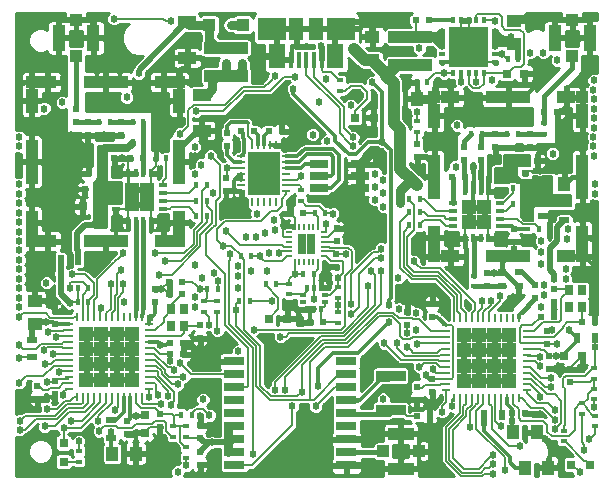
<source format=gtl>
G04 #@! TF.GenerationSoftware,KiCad,Pcbnew,(2017-02-19 revision a416f3a4e)-master*
G04 #@! TF.CreationDate,2017-03-09T22:49:21-08:00*
G04 #@! TF.ProjectId,Flight Computer,466C6967687420436F6D70757465722E,rev?*
G04 #@! TF.FileFunction,Copper,L1,Top,Mixed*
G04 #@! TF.FilePolarity,Positive*
%FSLAX46Y46*%
G04 Gerber Fmt 4.6, Leading zero omitted, Abs format (unit mm)*
G04 Created by KiCad (PCBNEW (2017-02-19 revision a416f3a4e)-master) date 03/09/17 22:49:21*
%MOMM*%
%LPD*%
G01*
G04 APERTURE LIST*
%ADD10C,0.150000*%
%ADD11R,1.800000X0.800000*%
%ADD12R,1.800000X0.700000*%
%ADD13R,0.500000X0.900000*%
%ADD14R,0.400000X0.600000*%
%ADD15R,1.500000X0.700000*%
%ADD16R,0.600000X0.500000*%
%ADD17R,0.500000X0.600000*%
%ADD18R,0.700000X0.250000*%
%ADD19R,0.250000X0.700000*%
%ADD20R,1.325000X1.825000*%
%ADD21R,0.800000X0.800000*%
%ADD22R,0.600000X0.400000*%
%ADD23R,0.800000X0.900000*%
%ADD24C,0.500000*%
%ADD25R,1.000000X1.250000*%
%ADD26R,1.000000X2.130000*%
%ADD27R,1.000000X3.800000*%
%ADD28R,1.650000X1.000000*%
%ADD29R,3.800000X1.000000*%
%ADD30R,1.000000X1.000000*%
%ADD31R,0.800000X0.750000*%
%ADD32R,0.750000X0.800000*%
%ADD33R,1.250000X1.000000*%
%ADD34R,1.100000X1.100000*%
%ADD35R,1.475000X2.100000*%
%ADD36R,0.450000X1.380000*%
%ADD37R,1.175000X1.900000*%
%ADD38R,2.375000X1.900000*%
%ADD39R,0.400000X0.500000*%
%ADD40R,0.400000X0.550000*%
%ADD41R,0.550000X0.400000*%
%ADD42R,2.500000X0.900000*%
%ADD43R,0.800000X0.600000*%
%ADD44R,2.200000X1.050000*%
%ADD45R,0.200000X0.550000*%
%ADD46R,0.550000X0.200000*%
%ADD47R,0.800000X0.875000*%
%ADD48R,3.700000X0.980000*%
%ADD49R,1.050000X2.200000*%
%ADD50R,1.600000X1.000000*%
%ADD51R,1.675000X1.675000*%
%ADD52R,1.287500X1.287500*%
%ADD53R,1.250000X1.250000*%
%ADD54R,0.800000X0.350000*%
%ADD55R,0.350000X0.800000*%
%ADD56R,0.900000X0.500000*%
%ADD57C,0.625000*%
%ADD58C,0.160000*%
%ADD59C,0.130000*%
%ADD60C,0.800000*%
%ADD61C,0.300000*%
%ADD62C,0.500000*%
%ADD63C,0.200000*%
%ADD64C,0.450000*%
%ADD65C,1.000000*%
%ADD66C,0.250000*%
G04 APERTURE END LIST*
D10*
D11*
X68900435Y-116000076D03*
X78400435Y-116000076D03*
X68900435Y-117100076D03*
X78400435Y-117100076D03*
X68900435Y-118200076D03*
X78400435Y-118200076D03*
X68900435Y-119300076D03*
X78400435Y-119300076D03*
X68900435Y-120400076D03*
X78400435Y-120400076D03*
X68900435Y-121500076D03*
X78400435Y-121500076D03*
X68900435Y-122600076D03*
X78400435Y-122600076D03*
D12*
X68900435Y-114900076D03*
X78400435Y-114900076D03*
X68900435Y-123700076D03*
X78400435Y-123700076D03*
D13*
X91550000Y-119450000D03*
X90050000Y-119450000D03*
D14*
X69300000Y-109750000D03*
X70200000Y-109750000D03*
X70350000Y-105950000D03*
X69450000Y-105950000D03*
D15*
X76050000Y-100200000D03*
X76050000Y-99200000D03*
X76050000Y-98200000D03*
X79550000Y-98200000D03*
X79550000Y-99200000D03*
X79550000Y-100200000D03*
D16*
X71800000Y-95400000D03*
X72900000Y-95400000D03*
D17*
X68300000Y-95550000D03*
X68300000Y-96650000D03*
X68200000Y-99350000D03*
X68200000Y-100450000D03*
D16*
X93450435Y-97900076D03*
X94550435Y-97900076D03*
D17*
X84350000Y-118150000D03*
X84350000Y-117050000D03*
D16*
X70600000Y-95400000D03*
X69500000Y-95400000D03*
X56250435Y-100300076D03*
X57350435Y-100300076D03*
D17*
X52200000Y-116950000D03*
X52200000Y-118050000D03*
D18*
X69509296Y-97497972D03*
X69509296Y-97997972D03*
X69509296Y-98497972D03*
X69509296Y-98997972D03*
X69509296Y-99497972D03*
X69509296Y-99997972D03*
X69509296Y-100497972D03*
D19*
X70409296Y-101397972D03*
X70909296Y-101397972D03*
X71409296Y-101397972D03*
X71909296Y-101397972D03*
X72409296Y-101397972D03*
D18*
X73309296Y-100497972D03*
X73309296Y-99997972D03*
X73309296Y-99497972D03*
X73309296Y-98997972D03*
X73309296Y-98497972D03*
X73309296Y-97997972D03*
X73309296Y-97497972D03*
D19*
X72409296Y-96597972D03*
X71909296Y-96597972D03*
X71409296Y-96597972D03*
X70909296Y-96597972D03*
X70409296Y-96597972D03*
D20*
X72071796Y-99910472D03*
X72071796Y-98085472D03*
X70746796Y-99910472D03*
X70746796Y-98085472D03*
D21*
X79100000Y-94250000D03*
X80700000Y-94250000D03*
D22*
X77850000Y-91100000D03*
X77850000Y-92000000D03*
D21*
X54450000Y-121800000D03*
X54450000Y-123400000D03*
X71800000Y-111300000D03*
X73400000Y-111300000D03*
X99050000Y-123650000D03*
X97450000Y-123650000D03*
D22*
X74550000Y-101300000D03*
X74550000Y-100400000D03*
X96800000Y-120750000D03*
X96800000Y-121650000D03*
X55750000Y-122500000D03*
X55750000Y-123400000D03*
D14*
X71550000Y-108300000D03*
X72450000Y-108300000D03*
D22*
X67450000Y-110700000D03*
X67450000Y-109800000D03*
D23*
X64650435Y-110500076D03*
X64650435Y-111900076D03*
X63550435Y-111900076D03*
X63550435Y-110500076D03*
X98300000Y-108850000D03*
X98300000Y-110250000D03*
X97200000Y-110250000D03*
X97200000Y-108850000D03*
D17*
X83550000Y-110700000D03*
X83550000Y-111800000D03*
D24*
X66100526Y-98249723D03*
X65600000Y-106750002D03*
X67150526Y-107399723D03*
D16*
X63400526Y-108149723D03*
X64500526Y-108149723D03*
D17*
X62600526Y-120449723D03*
X62600526Y-119349723D03*
X97350000Y-115550000D03*
X97350000Y-116650000D03*
D22*
X99350526Y-115449723D03*
X99350526Y-116349723D03*
D14*
X64400526Y-119399723D03*
X65300526Y-119399723D03*
D22*
X63750526Y-120399723D03*
X63750526Y-121299723D03*
X64850526Y-121299723D03*
X64850526Y-120399723D03*
D14*
X66600526Y-108749723D03*
X67500526Y-108749723D03*
D22*
X64850526Y-122149723D03*
X64850526Y-123049723D03*
D14*
X56550526Y-109849723D03*
X55650526Y-109849723D03*
X56550526Y-108699723D03*
X55650526Y-108699723D03*
D22*
X99350526Y-117199723D03*
X99350526Y-118099723D03*
X98300526Y-118449723D03*
X98300526Y-119349723D03*
X99400526Y-119499723D03*
X99400526Y-120399723D03*
X66300526Y-109799723D03*
X66300526Y-110699723D03*
D25*
X84400000Y-92650000D03*
X82400000Y-92650000D03*
D16*
X64500526Y-109199723D03*
X63400526Y-109199723D03*
X98300000Y-111550000D03*
X99400000Y-111550000D03*
D17*
X95950000Y-108750000D03*
X95950000Y-109850000D03*
X66000000Y-111850000D03*
X66000000Y-112950000D03*
D26*
X51750526Y-92834723D03*
X64250526Y-92834723D03*
D27*
X51750526Y-97999723D03*
X64250526Y-97999723D03*
D26*
X51750526Y-103164723D03*
X64250526Y-103164723D03*
D28*
X53075526Y-91269723D03*
X53075526Y-104729723D03*
D29*
X58000526Y-91269723D03*
X58000526Y-104729723D03*
D28*
X62925526Y-91269723D03*
X62925526Y-104729723D03*
D30*
X64250526Y-91269723D03*
X51750526Y-91269723D03*
X51750526Y-104729723D03*
X64250526Y-104729723D03*
D26*
X85850435Y-94105076D03*
X98350435Y-94105076D03*
D27*
X85850435Y-99270076D03*
X98350435Y-99270076D03*
D26*
X85850435Y-104435076D03*
X98350435Y-104435076D03*
D28*
X87175435Y-92540076D03*
X87175435Y-106000076D03*
D29*
X92100435Y-92540076D03*
X92100435Y-106000076D03*
D28*
X97025435Y-92540076D03*
X97025435Y-106000076D03*
D30*
X98350435Y-92540076D03*
X85850435Y-92540076D03*
X85850435Y-106000076D03*
X98350435Y-106000076D03*
D17*
X85650000Y-110000000D03*
X85650000Y-111100000D03*
X88350000Y-96750076D03*
X88350000Y-97850076D03*
X95550000Y-115500000D03*
X95550000Y-114400000D03*
D16*
X64600000Y-113300076D03*
X63500000Y-113300076D03*
D17*
X53700000Y-117650000D03*
X53700000Y-116550000D03*
X95350000Y-112300000D03*
X95350000Y-113400000D03*
D31*
X98350000Y-114400000D03*
X96850000Y-114400000D03*
D32*
X61350435Y-120950076D03*
X61350435Y-119450076D03*
D31*
X56050435Y-101750076D03*
X57550435Y-101750076D03*
X93450649Y-90554868D03*
X91950649Y-90554868D03*
D33*
X52000526Y-109749723D03*
X52000526Y-111749723D03*
D25*
X60550435Y-122700076D03*
X58550435Y-122700076D03*
X95500000Y-123900000D03*
X93500000Y-123900000D03*
D33*
X80600526Y-87399723D03*
X80600526Y-89399723D03*
D25*
X96850435Y-99900076D03*
X94850435Y-99900076D03*
X94500000Y-120900000D03*
X92500000Y-120900000D03*
D14*
X93400435Y-100250076D03*
X92500435Y-100250076D03*
D34*
X69600000Y-86400000D03*
X66800000Y-86400000D03*
D35*
X72538026Y-89040000D03*
D36*
X73700526Y-89400000D03*
X74350526Y-89400000D03*
X75000526Y-89400000D03*
X75650526Y-89400000D03*
D37*
X74163026Y-86740000D03*
X75838026Y-86740000D03*
D38*
X72088026Y-86740000D03*
X77913026Y-86740000D03*
D35*
X77463026Y-89040000D03*
D36*
X76300526Y-89400000D03*
D17*
X66000870Y-120300152D03*
X66000870Y-121400152D03*
X66000870Y-123650152D03*
X66000870Y-122550152D03*
D16*
X75320120Y-111569520D03*
X76420120Y-111569520D03*
D17*
X77570120Y-103619520D03*
X77570120Y-104719520D03*
D16*
X85450000Y-119550000D03*
X84350000Y-119550000D03*
D17*
X77550526Y-106899723D03*
X77550526Y-105799723D03*
D16*
X73620120Y-102369520D03*
X74720120Y-102369520D03*
D39*
X75020120Y-110489520D03*
D40*
X75620120Y-110489520D03*
X75020120Y-108649520D03*
X75620120Y-108649520D03*
D41*
X76540120Y-109269520D03*
X76540120Y-109869520D03*
D39*
X76220120Y-108649520D03*
D41*
X74700120Y-109269520D03*
X74700120Y-109869520D03*
D40*
X76220120Y-110489520D03*
D14*
X75620120Y-107469520D03*
X74720120Y-107469520D03*
D22*
X77670120Y-108619520D03*
X77670120Y-109519520D03*
X77670120Y-111619520D03*
X77670120Y-110719520D03*
D14*
X75720120Y-102369520D03*
X76620120Y-102369520D03*
D22*
X73570120Y-109219520D03*
X73570120Y-108319520D03*
D42*
X82150000Y-116100000D03*
X82150000Y-119000000D03*
D43*
X91600000Y-107350000D03*
X91600000Y-108550000D03*
X93000000Y-108550000D03*
X93000000Y-107350000D03*
D30*
X81500526Y-122499723D03*
X84500526Y-122499723D03*
D44*
X83000526Y-123974723D03*
X83000526Y-121024723D03*
D45*
X74000120Y-106474520D03*
X74400120Y-106474520D03*
X74800120Y-106474520D03*
X75200120Y-106474520D03*
X75600120Y-106474520D03*
X76000120Y-106474520D03*
D46*
X76500120Y-105974520D03*
X76500120Y-105574520D03*
X76500120Y-105174520D03*
X76500120Y-104774520D03*
X76500120Y-104374520D03*
X76500120Y-103974520D03*
D45*
X76000120Y-103474520D03*
X75600120Y-103474520D03*
X75200120Y-103474520D03*
X74800120Y-103474520D03*
X74400120Y-103474520D03*
X74000120Y-103474520D03*
D46*
X73500120Y-103974520D03*
X73500120Y-104374520D03*
X73500120Y-104774520D03*
X73500120Y-105174520D03*
X73500120Y-105574520D03*
X73500120Y-105974520D03*
D47*
X75400120Y-104539520D03*
X74600120Y-104539520D03*
X75400120Y-105409520D03*
X74600120Y-105409520D03*
D48*
X68200000Y-90735000D03*
X68200000Y-88365000D03*
X83800526Y-87414723D03*
X83800526Y-89784723D03*
D30*
X97500526Y-88999723D03*
X97500526Y-85999723D03*
D49*
X98975526Y-87499723D03*
X96025526Y-87499723D03*
D30*
X55500526Y-88999723D03*
X55500526Y-85999723D03*
D49*
X56975526Y-87499723D03*
X54025526Y-87499723D03*
D17*
X84400000Y-97550000D03*
X84400000Y-96450000D03*
D16*
X85359484Y-86005221D03*
X84259484Y-86005221D03*
D33*
X92559575Y-86054868D03*
X92559575Y-88054868D03*
D50*
X64900526Y-89199723D03*
X64900526Y-86199723D03*
X66150000Y-95350000D03*
X66150000Y-92350000D03*
D51*
X87900749Y-89084905D03*
X89575749Y-89084905D03*
X87900749Y-87409905D03*
X89575749Y-87409905D03*
D41*
X86488249Y-89547405D03*
X86488249Y-88897405D03*
X86488249Y-88247405D03*
X86488249Y-87597405D03*
X86488249Y-86947405D03*
D40*
X87438249Y-85997405D03*
X88088249Y-85997405D03*
X88738249Y-85997405D03*
X89388249Y-85997405D03*
X90038249Y-85997405D03*
D41*
X90988249Y-86947405D03*
X90988249Y-87597405D03*
X90988249Y-88247405D03*
X90988249Y-88897405D03*
X90988249Y-89547405D03*
D40*
X90038249Y-90497405D03*
X89388249Y-90497405D03*
X88738249Y-90497405D03*
X88088249Y-90497405D03*
X87438249Y-90497405D03*
D14*
X84350000Y-91250000D03*
X85250000Y-91250000D03*
X92046389Y-89304868D03*
X92946389Y-89304868D03*
D22*
X84400000Y-95450000D03*
X84400000Y-94550000D03*
D16*
X95950000Y-111100000D03*
X94850000Y-111100000D03*
D17*
X91000435Y-96750076D03*
X91000435Y-95650076D03*
X93900435Y-96750076D03*
X93900435Y-95650076D03*
D16*
X96250000Y-93750000D03*
X95150000Y-93750000D03*
X60100435Y-97700076D03*
X61200435Y-97700076D03*
D17*
X94350000Y-108450000D03*
X94350000Y-109550000D03*
X59300435Y-95750076D03*
X59300435Y-94650076D03*
X56500526Y-95749723D03*
X56500526Y-94649723D03*
X55500526Y-94649723D03*
X55500526Y-93549723D03*
D14*
X89850435Y-95650076D03*
X88950435Y-95650076D03*
X92900435Y-95650076D03*
X92000435Y-95650076D03*
D22*
X95150000Y-94750076D03*
X95150000Y-95650076D03*
D14*
X61200435Y-96300076D03*
X60300435Y-96300076D03*
X60300435Y-94650076D03*
X61200435Y-94650076D03*
X57450526Y-94650076D03*
X58350526Y-94650076D03*
D52*
X92181326Y-112668315D03*
X90893826Y-112668315D03*
X89606326Y-112668315D03*
X88318826Y-112668315D03*
X92181326Y-113955815D03*
X90893826Y-113955815D03*
X89606326Y-113955815D03*
X88318826Y-113955815D03*
X92181326Y-115243315D03*
X90893826Y-115243315D03*
X89606326Y-115243315D03*
X88318826Y-115243315D03*
X92181326Y-116530815D03*
X90893826Y-116530815D03*
X89606326Y-116530815D03*
X88318826Y-116530815D03*
D18*
X93650076Y-111849565D03*
X93650076Y-112349565D03*
X93650076Y-112849565D03*
X93650076Y-113349565D03*
X93650076Y-113849565D03*
X93650076Y-114349565D03*
X93650076Y-114849565D03*
X93650076Y-115349565D03*
X93650076Y-115849565D03*
X93650076Y-116349565D03*
X93650076Y-116849565D03*
X93650076Y-117349565D03*
D19*
X93000076Y-117999565D03*
X92500076Y-117999565D03*
X92000076Y-117999565D03*
X91500076Y-117999565D03*
X91000076Y-117999565D03*
X90500076Y-117999565D03*
X90000076Y-117999565D03*
X89500076Y-117999565D03*
X89000076Y-117999565D03*
X88500076Y-117999565D03*
X88000076Y-117999565D03*
X87500076Y-117999565D03*
D18*
X86850076Y-117349565D03*
X86850076Y-116849565D03*
X86850076Y-116349565D03*
X86850076Y-115849565D03*
X86850076Y-115349565D03*
X86850076Y-114849565D03*
X86850076Y-114349565D03*
X86850076Y-113849565D03*
X86850076Y-113349565D03*
X86850076Y-112849565D03*
X86850076Y-112349565D03*
X86850076Y-111849565D03*
D19*
X87500076Y-111199565D03*
X88000076Y-111199565D03*
X88500076Y-111199565D03*
X89000076Y-111199565D03*
X89500076Y-111199565D03*
X90000076Y-111199565D03*
X90500076Y-111199565D03*
X91000076Y-111199565D03*
X91500076Y-111199565D03*
X92000076Y-111199565D03*
X92500076Y-111199565D03*
X93000076Y-111199565D03*
D53*
X90050435Y-101850076D03*
X88800435Y-101850076D03*
X90050435Y-103100076D03*
X88800435Y-103100076D03*
D54*
X91425435Y-101500076D03*
X91425435Y-102150076D03*
X91425435Y-102800076D03*
X91425435Y-103450076D03*
D55*
X90400435Y-104475076D03*
X89750435Y-104475076D03*
X89100435Y-104475076D03*
X88450435Y-104475076D03*
D54*
X87425435Y-103450076D03*
X87425435Y-102800076D03*
X87425435Y-102150076D03*
X87425435Y-101500076D03*
D55*
X88450435Y-100475076D03*
X89100435Y-100475076D03*
X89750435Y-100475076D03*
X90400435Y-100475076D03*
D52*
X60231685Y-112568826D03*
X58944185Y-112568826D03*
X57656685Y-112568826D03*
X56369185Y-112568826D03*
X60231685Y-113856326D03*
X58944185Y-113856326D03*
X57656685Y-113856326D03*
X56369185Y-113856326D03*
X60231685Y-115143826D03*
X58944185Y-115143826D03*
X57656685Y-115143826D03*
X56369185Y-115143826D03*
X60231685Y-116431326D03*
X58944185Y-116431326D03*
X57656685Y-116431326D03*
X56369185Y-116431326D03*
D18*
X61700435Y-111750076D03*
X61700435Y-112250076D03*
X61700435Y-112750076D03*
X61700435Y-113250076D03*
X61700435Y-113750076D03*
X61700435Y-114250076D03*
X61700435Y-114750076D03*
X61700435Y-115250076D03*
X61700435Y-115750076D03*
X61700435Y-116250076D03*
X61700435Y-116750076D03*
X61700435Y-117250076D03*
D19*
X61050435Y-117900076D03*
X60550435Y-117900076D03*
X60050435Y-117900076D03*
X59550435Y-117900076D03*
X59050435Y-117900076D03*
X58550435Y-117900076D03*
X58050435Y-117900076D03*
X57550435Y-117900076D03*
X57050435Y-117900076D03*
X56550435Y-117900076D03*
X56050435Y-117900076D03*
X55550435Y-117900076D03*
D18*
X54900435Y-117250076D03*
X54900435Y-116750076D03*
X54900435Y-116250076D03*
X54900435Y-115750076D03*
X54900435Y-115250076D03*
X54900435Y-114750076D03*
X54900435Y-114250076D03*
X54900435Y-113750076D03*
X54900435Y-113250076D03*
X54900435Y-112750076D03*
X54900435Y-112250076D03*
X54900435Y-111750076D03*
D19*
X55550435Y-111100076D03*
X56050435Y-111100076D03*
X56550435Y-111100076D03*
X57050435Y-111100076D03*
X57550435Y-111100076D03*
X58050435Y-111100076D03*
X58550435Y-111100076D03*
X59050435Y-111100076D03*
X59550435Y-111100076D03*
X60050435Y-111100076D03*
X60550435Y-111100076D03*
X61050435Y-111100076D03*
D53*
X60250435Y-101600076D03*
X61500435Y-101600076D03*
X60250435Y-100350076D03*
X61500435Y-100350076D03*
D54*
X58875435Y-101950076D03*
X58875435Y-101300076D03*
X58875435Y-100650076D03*
X58875435Y-100000076D03*
D55*
X59900435Y-98975076D03*
X60550435Y-98975076D03*
X61200435Y-98975076D03*
X61850435Y-98975076D03*
D54*
X62875435Y-100000076D03*
X62875435Y-100650076D03*
X62875435Y-101300076D03*
X62875435Y-101950076D03*
D55*
X61850435Y-102975076D03*
X61200435Y-102975076D03*
X60550435Y-102975076D03*
X59900435Y-102975076D03*
D17*
X92050435Y-96800076D03*
X92050435Y-97900076D03*
X90300000Y-108550000D03*
X90300000Y-107450000D03*
X92600435Y-103650076D03*
X92600435Y-104750076D03*
X94900435Y-101450076D03*
X94900435Y-102550076D03*
D16*
X87350435Y-99300076D03*
X88450435Y-99300076D03*
D17*
X89800435Y-96750076D03*
X89800435Y-97850076D03*
X85650000Y-117450000D03*
X85650000Y-116350000D03*
D16*
X93500435Y-98950076D03*
X92400435Y-98950076D03*
X93500000Y-119299474D03*
X92400000Y-119299474D03*
D17*
X62200435Y-108750076D03*
X62200435Y-109850076D03*
D56*
X58450435Y-119850076D03*
X58450435Y-121350076D03*
D13*
X54200000Y-106300000D03*
X55700000Y-106300000D03*
D56*
X51800526Y-114549723D03*
X51800526Y-113049723D03*
D14*
X66567565Y-99936044D03*
X65667565Y-99936044D03*
X66584000Y-101293060D03*
X65684000Y-101293060D03*
X66584000Y-102563060D03*
X65684000Y-102563060D03*
X63150435Y-97700076D03*
X62250435Y-97700076D03*
X83711000Y-101156060D03*
X84611000Y-101156060D03*
X83711000Y-102256060D03*
X84611000Y-102256060D03*
X83711000Y-103356060D03*
X84611000Y-103356060D03*
X94700435Y-103700076D03*
X95600435Y-103700076D03*
D16*
X56550435Y-99000076D03*
X57650435Y-99000076D03*
X58750435Y-97700076D03*
X57650435Y-97700076D03*
D17*
X53700000Y-110650000D03*
X53700000Y-111750000D03*
D13*
X91250435Y-99150076D03*
X89750435Y-99150076D03*
D16*
X64600000Y-114300000D03*
X63500000Y-114300000D03*
D17*
X59850435Y-121050076D03*
X59850435Y-119950076D03*
D22*
X89200000Y-107650000D03*
X89200000Y-108550000D03*
X93700435Y-102800076D03*
X93700435Y-103700076D03*
D56*
X96850435Y-101450076D03*
X96850435Y-102950076D03*
D14*
X93400435Y-101550076D03*
X92500435Y-101550076D03*
D13*
X97900000Y-112900000D03*
X99400000Y-112900000D03*
D57*
X80450000Y-97250000D03*
X79400000Y-102650000D03*
X78150000Y-101300000D03*
X69050000Y-96600000D03*
X68850000Y-100500000D03*
X73600000Y-101800000D03*
X89200000Y-94799996D03*
X86000000Y-91600000D03*
X95250000Y-121500000D03*
X62700000Y-108777432D03*
X53200000Y-110150000D03*
X57700000Y-92500000D03*
X89100526Y-98399723D03*
X50700000Y-118250000D03*
X74540000Y-111562490D03*
X77000000Y-123700000D03*
X77000526Y-121549723D03*
X53400000Y-101900000D03*
X65544178Y-97540594D03*
X59200000Y-90300000D03*
X54400000Y-91000000D03*
X52900000Y-98000000D03*
X97000000Y-96800000D03*
X99300000Y-104500000D03*
X84400000Y-105000000D03*
X97100000Y-91800000D03*
X94800000Y-91400000D03*
X87200000Y-91600000D03*
X66415299Y-96715299D03*
X80299990Y-118400000D03*
X65700000Y-90650000D03*
X60231685Y-115143826D03*
X60231685Y-116431326D03*
X60550000Y-124250000D03*
X55150000Y-100150000D03*
X55100435Y-101827521D03*
X88459847Y-114039799D03*
X50700000Y-97500000D03*
X50700000Y-98300000D03*
X99300000Y-102300000D03*
X99300000Y-101500000D03*
X97050000Y-93299980D03*
X93650000Y-85700008D03*
X94800000Y-90542406D03*
X62650526Y-103459704D03*
X54299984Y-110650000D03*
X58900000Y-102800000D03*
X71750000Y-114450000D03*
X57300000Y-90300000D03*
X57300000Y-89500000D03*
X89600000Y-115450004D03*
X85650000Y-118575069D03*
X88500000Y-115450000D03*
X89560506Y-87425148D03*
X79497500Y-92311250D03*
X80750000Y-95500000D03*
X94794930Y-119355076D03*
X96032471Y-115497608D03*
X95800000Y-112200004D03*
X96500000Y-123750010D03*
X88750000Y-110250000D03*
X88800000Y-103050000D03*
X92600000Y-105400000D03*
X90900000Y-107449988D03*
X91200000Y-97550000D03*
X61100000Y-92550004D03*
X62650000Y-94950000D03*
X61750000Y-100100000D03*
X61550020Y-101850000D03*
X81400526Y-121024723D03*
X60600000Y-120950000D03*
X60000000Y-101850000D03*
X60000000Y-100100000D03*
X84100000Y-109650000D03*
X57750000Y-112700000D03*
X57656676Y-116537510D03*
X53700002Y-118250000D03*
X58944185Y-116431326D03*
X89606326Y-113955815D03*
X65973070Y-119500000D03*
X85500000Y-88500000D03*
X94800000Y-98750000D03*
X89606326Y-112668315D03*
X99400000Y-110800000D03*
X95950000Y-110500000D03*
X84500526Y-121024723D03*
X94800518Y-96749723D03*
X81400526Y-123999723D03*
X64900526Y-90099723D03*
X78750000Y-90800000D03*
X71350526Y-89049723D03*
X79800526Y-86199723D03*
X84500526Y-123974723D03*
X77000526Y-119799723D03*
X58944185Y-115143826D03*
X57656685Y-115143826D03*
X58944185Y-113856326D03*
X57656685Y-113856326D03*
X56975526Y-85999723D03*
X54025526Y-85999723D03*
X98975526Y-85974723D03*
X96025526Y-85999723D03*
X66000526Y-113749723D03*
X55100526Y-95749723D03*
X57900526Y-95749723D03*
X65150000Y-118100000D03*
X66000870Y-124400144D03*
X78470120Y-103619520D03*
X76320120Y-107769520D03*
X59425435Y-97700076D03*
X87900749Y-87409905D03*
X87900749Y-89084905D03*
X89575749Y-89084905D03*
X90050435Y-101850076D03*
X55100435Y-99000076D03*
X95600435Y-102550076D03*
X88800435Y-101850076D03*
X99400000Y-106900000D03*
X58450000Y-120887510D03*
X62650000Y-113500000D03*
X61800000Y-111237526D03*
X63500000Y-114850000D03*
X52949034Y-111585276D03*
X53047544Y-116600000D03*
X60600435Y-119550076D03*
X68300000Y-98500000D03*
X67100000Y-100600000D03*
X88100000Y-91200000D03*
X55750000Y-121650000D03*
X99400000Y-113700000D03*
X99400000Y-100700000D03*
X99400000Y-99900000D03*
X50700000Y-95900000D03*
X50700000Y-96700000D03*
X96250000Y-89400008D03*
X54950000Y-109950000D03*
X54350000Y-92962500D03*
X81500000Y-118077488D03*
X95850000Y-97300000D03*
X84350000Y-99950000D03*
X82934999Y-101450000D03*
X77225000Y-102375000D03*
X54200000Y-107450000D03*
X84300000Y-110805023D03*
X65589989Y-110265784D03*
X78750000Y-93200000D03*
X84564989Y-88400768D03*
X81750000Y-90700000D03*
X78320120Y-105819520D03*
X66250000Y-118100000D03*
X50700526Y-114599723D03*
X90700526Y-91099723D03*
X79000526Y-88449723D03*
X87650000Y-98400000D03*
X77670120Y-110119520D03*
X74060120Y-107469520D03*
X67000870Y-121750152D03*
X85100000Y-116049999D03*
X97230809Y-112202127D03*
X95950000Y-107900000D03*
X96149998Y-114400000D03*
X92400000Y-119950000D03*
X84400000Y-93747544D03*
X89400000Y-91212490D03*
X69550000Y-89650000D03*
X68200000Y-89600000D03*
X92362490Y-87400000D03*
X91650000Y-87597405D03*
X86649990Y-90500000D03*
X66900000Y-97500000D03*
X64327950Y-115055058D03*
X60800000Y-90500004D03*
X68600000Y-86400000D03*
X76250526Y-88199723D03*
X72350000Y-90750000D03*
X64300000Y-95627221D03*
X76675526Y-90949723D03*
X78950526Y-96699723D03*
X78950526Y-95899723D03*
X90050000Y-120100000D03*
X96250247Y-113403900D03*
X76000000Y-117000020D03*
X87750000Y-94900000D03*
X82000000Y-110150000D03*
X81410001Y-96289999D03*
X80600000Y-91250000D03*
X65550000Y-109450000D03*
X73900000Y-91800000D03*
X65550000Y-96750000D03*
X82000000Y-111600000D03*
X84300000Y-112212488D03*
X62150000Y-105702245D03*
X59500000Y-105702237D03*
X62500000Y-107600000D03*
X59500000Y-108300000D03*
X63046085Y-106401390D03*
X59300000Y-107150000D03*
X66100526Y-98249723D03*
X76650000Y-103300000D03*
X67150526Y-107399723D03*
X65959017Y-108759462D03*
X68199998Y-103850000D03*
X70541831Y-112200000D03*
X71060721Y-105964028D03*
X72100000Y-109750000D03*
X72650002Y-105750000D03*
X73200000Y-117300000D03*
X81350000Y-107250000D03*
X89864997Y-109750000D03*
X57650000Y-110350000D03*
X58424988Y-108350000D03*
X69250000Y-114050000D03*
X72350000Y-117300000D03*
X80500000Y-107250000D03*
X90650000Y-109750000D03*
X66750000Y-111800000D03*
X57400000Y-119950000D03*
X98950000Y-121500000D03*
X68510147Y-105839855D03*
X70450000Y-122750000D03*
X64100000Y-124250000D03*
X58824797Y-118988907D03*
X98550000Y-122400000D03*
X99350000Y-118750000D03*
X74550000Y-99200000D03*
X54977968Y-108700000D03*
X69050000Y-110550000D03*
X74600000Y-117500000D03*
X75800000Y-118700000D03*
X67950000Y-105100000D03*
X55199996Y-107500000D03*
X72800000Y-112800000D03*
X80250000Y-108550000D03*
X91400000Y-109400000D03*
X67450000Y-112300000D03*
X84100000Y-106400000D03*
X64849996Y-123700000D03*
X67501056Y-108102117D03*
X50700000Y-109500000D03*
X57450000Y-120800000D03*
X66150526Y-107799723D03*
X66800526Y-119449723D03*
X82827488Y-110450000D03*
X94899996Y-105650000D03*
X75625000Y-109575000D03*
X82800000Y-107800004D03*
X94900000Y-104700000D03*
X77650000Y-107825000D03*
X73800000Y-118700000D03*
X53000000Y-108250000D03*
X65600000Y-106750002D03*
X87339854Y-118689854D03*
X86500000Y-119150000D03*
X53050000Y-118900000D03*
X54422502Y-117700000D03*
X93951510Y-88764364D03*
X91550526Y-88899723D03*
X95058137Y-88765707D03*
X91000000Y-86050028D03*
X65543688Y-99036855D03*
X83550006Y-112500000D03*
X59800526Y-92549723D03*
X94821842Y-114485754D03*
X94787460Y-115270435D03*
X95739255Y-116272512D03*
X95700000Y-117100001D03*
X96012478Y-120647743D03*
X94754751Y-117879943D03*
X96051088Y-119014989D03*
X96050000Y-119849992D03*
X54052507Y-115788738D03*
X50700000Y-116700000D03*
X52855071Y-115105070D03*
X53545563Y-114235207D03*
X52823989Y-113926054D03*
X50700000Y-113500000D03*
X53796247Y-112837510D03*
X53100000Y-112400000D03*
X50750000Y-120700000D03*
X50750000Y-119900000D03*
X54450000Y-120550000D03*
X55100000Y-119900000D03*
X52850000Y-120400004D03*
X63784489Y-115621519D03*
X64600000Y-116200006D03*
X64100000Y-116850000D03*
X63515656Y-118604799D03*
X63300000Y-117850000D03*
X62470405Y-117749325D03*
X61700000Y-117900000D03*
X62700000Y-118500000D03*
X50700000Y-111100000D03*
X50700006Y-110300000D03*
X59600000Y-109850000D03*
X58700000Y-85900000D03*
X63550000Y-86100000D03*
X91800000Y-124062490D03*
X98150000Y-124300000D03*
X90800000Y-124400000D03*
X93100000Y-122100000D03*
X90800000Y-122800000D03*
X90800000Y-123600006D03*
X91450000Y-120400000D03*
X88850000Y-120457208D03*
X80850000Y-99000000D03*
X99322937Y-93500000D03*
X81500000Y-99550000D03*
X99322937Y-94300000D03*
X80850000Y-100100000D03*
X99322937Y-95100000D03*
X76750000Y-96250000D03*
X99322949Y-92700000D03*
X81500000Y-100650000D03*
X99300000Y-95900000D03*
X75550002Y-95700000D03*
X99305666Y-91913496D03*
X80800000Y-101200000D03*
X99300000Y-96700000D03*
X81499764Y-101787510D03*
X99322937Y-97485003D03*
X76100000Y-92900000D03*
X99350000Y-91100000D03*
X65627931Y-93732224D03*
X52800000Y-93500000D03*
X74050000Y-90800000D03*
X94859346Y-110307778D03*
X85743093Y-115577498D03*
X95150000Y-109250000D03*
X84550000Y-115350000D03*
X95150000Y-108400000D03*
X81600000Y-113350000D03*
X96950000Y-107900000D03*
X82650000Y-113350004D03*
X96950000Y-107050000D03*
X83553126Y-113653750D03*
X94877500Y-106650000D03*
X84350000Y-113425000D03*
X69200000Y-108700000D03*
X50700000Y-108700000D03*
X69200000Y-107700000D03*
X50700000Y-107900000D03*
X69200000Y-106850000D03*
X50700000Y-107100000D03*
X70350000Y-107200000D03*
X50700000Y-106300000D03*
X50700000Y-105500000D03*
X71659363Y-107221483D03*
X71850000Y-105700000D03*
X50700000Y-104700000D03*
X50700000Y-103900000D03*
X69900000Y-104350000D03*
X50700000Y-103100000D03*
X70700000Y-104350000D03*
X50700000Y-102300000D03*
X71500000Y-104050000D03*
X50700000Y-101500000D03*
X72350000Y-103750000D03*
X50700000Y-100700000D03*
X72300000Y-102950000D03*
X70800000Y-102400000D03*
X50700000Y-99900000D03*
X78800000Y-110000000D03*
X97150000Y-103700000D03*
X81350000Y-105350000D03*
X78800012Y-110900000D03*
X97050000Y-104500000D03*
X81350000Y-106162500D03*
D58*
X86850076Y-116849565D02*
X86340076Y-116849565D01*
X86340076Y-116849565D02*
X86279642Y-116909999D01*
X86279642Y-116909999D02*
X85075001Y-116909999D01*
X85075001Y-116909999D02*
X84835000Y-117150000D01*
X84835000Y-117150000D02*
X84300000Y-117150000D01*
D59*
X73400000Y-111300000D02*
X74277510Y-111300000D01*
X74277510Y-111300000D02*
X74540000Y-111562490D01*
D60*
X80137501Y-97562499D02*
X80450000Y-97250000D01*
X79550000Y-98150000D02*
X80137501Y-97562499D01*
X79550000Y-98200000D02*
X79550000Y-98150000D01*
X79400000Y-102208059D02*
X79400000Y-102650000D01*
X79400000Y-101100000D02*
X79400000Y-102208059D01*
X79400000Y-102689640D02*
X79400000Y-102650000D01*
X79550000Y-100950000D02*
X79400000Y-101100000D01*
X78470120Y-103619520D02*
X79400000Y-102689640D01*
X79550000Y-100200000D02*
X79550000Y-100950000D01*
X78150000Y-101300000D02*
X79200000Y-101300000D01*
X79200000Y-101300000D02*
X79550000Y-100950000D01*
X79550000Y-100200000D02*
X79250000Y-100200000D01*
X79250000Y-100200000D02*
X78150000Y-101300000D01*
X79550000Y-98200000D02*
X79550000Y-100200000D01*
D61*
X71909296Y-96597972D02*
X72409296Y-96597972D01*
X69050000Y-99400000D02*
X68849295Y-99600705D01*
X69452028Y-98997972D02*
X69050000Y-99400000D01*
X69050000Y-99400000D02*
X69411324Y-99400000D01*
X69411324Y-99400000D02*
X69509296Y-99497972D01*
X69509296Y-98997972D02*
X69452028Y-98997972D01*
X68849295Y-99600705D02*
X68849295Y-100499295D01*
X68849295Y-100499295D02*
X68850000Y-100500000D01*
X69509296Y-99497972D02*
X69509296Y-98997972D01*
X68850000Y-100500000D02*
X69507268Y-100500000D01*
X69507268Y-100500000D02*
X69509296Y-100497972D01*
X68850000Y-100500000D02*
X68350000Y-100500000D01*
X68350000Y-100500000D02*
X68300000Y-100450000D01*
D58*
X73600000Y-101800000D02*
X73600000Y-102349400D01*
X73600000Y-102349400D02*
X73620120Y-102369520D01*
D60*
X84400000Y-92650000D02*
X85740511Y-92650000D01*
X85740511Y-92650000D02*
X85850435Y-92540076D01*
D62*
X77913026Y-86740000D02*
X78160000Y-86740000D01*
X78160000Y-86740000D02*
X78700000Y-86200000D01*
X78700000Y-86200000D02*
X79800249Y-86200000D01*
X79800249Y-86200000D02*
X79800526Y-86199723D01*
X86000000Y-92041941D02*
X86000000Y-91600000D01*
X85850435Y-92540076D02*
X86000000Y-92390511D01*
X86000000Y-92390511D02*
X86000000Y-92041941D01*
D61*
X84400526Y-91599723D02*
X84400526Y-92699474D01*
X84400526Y-92699474D02*
X84601052Y-92900000D01*
X84601052Y-92900000D02*
X85490511Y-92900000D01*
X85490511Y-92900000D02*
X85850435Y-92540076D01*
D62*
X85250000Y-97550000D02*
X85850435Y-98150435D01*
X85850435Y-98150435D02*
X85850435Y-99270076D01*
X84400000Y-97550000D02*
X85250000Y-97550000D01*
D58*
X80700000Y-94250000D02*
X80700000Y-95450000D01*
X80700000Y-95450000D02*
X80750000Y-95500000D01*
X96032471Y-115497608D02*
X96084863Y-115550000D01*
X97200000Y-115550000D02*
X97815000Y-114935000D01*
X96084863Y-115550000D02*
X97200000Y-115550000D01*
X97815000Y-114935000D02*
X98350000Y-114400000D01*
D61*
X94650000Y-120900000D02*
X94937501Y-121187501D01*
X94937501Y-121187501D02*
X95250000Y-121500000D01*
X94500000Y-120900000D02*
X94650000Y-120900000D01*
D58*
X63350526Y-109199723D02*
X62928235Y-108777432D01*
X63400526Y-109199723D02*
X63350526Y-109199723D01*
D59*
X62722817Y-108777432D02*
X62700000Y-108777432D01*
D58*
X62928235Y-108777432D02*
X62700000Y-108777432D01*
D59*
X63350526Y-108149723D02*
X62722817Y-108777432D01*
D58*
X62672644Y-108750076D02*
X62700000Y-108777432D01*
D59*
X63400526Y-108149723D02*
X63350526Y-108149723D01*
D58*
X62200435Y-108750076D02*
X62672644Y-108750076D01*
D61*
X53200000Y-110150000D02*
X53700000Y-110650000D01*
X52799723Y-109749723D02*
X53200000Y-110150000D01*
D59*
X58000526Y-91269723D02*
X58000526Y-92199474D01*
X58000526Y-92199474D02*
X57700000Y-92500000D01*
D58*
X64450503Y-113800008D02*
X64925736Y-113800008D01*
X64450435Y-113800076D02*
X64450503Y-113800008D01*
X85850435Y-99270076D02*
X85850435Y-97870076D01*
D63*
X60550435Y-98975076D02*
X60024924Y-98975076D01*
X60024924Y-98975076D02*
X60000000Y-99000000D01*
X60000000Y-99000000D02*
X60000000Y-100100000D01*
D61*
X52200000Y-118250000D02*
X50700000Y-118250000D01*
X75320120Y-111569520D02*
X74547030Y-111569520D01*
X74547030Y-111569520D02*
X74540000Y-111562490D01*
X77000526Y-121549723D02*
X77000526Y-123699474D01*
X77000076Y-123700076D02*
X77000000Y-123700000D01*
X78400435Y-123700076D02*
X77000076Y-123700076D01*
X77000526Y-123699474D02*
X77000000Y-123700000D01*
X78400435Y-121500076D02*
X77050173Y-121500076D01*
X77050173Y-121500076D02*
X77000526Y-121549723D01*
X53087501Y-102212499D02*
X53400000Y-101900000D01*
X53075526Y-102224474D02*
X53087501Y-102212499D01*
X53075526Y-104729723D02*
X53075526Y-102224474D01*
X64250526Y-97999723D02*
X65085049Y-97999723D01*
X65085049Y-97999723D02*
X65544178Y-97540594D01*
X58000526Y-91269723D02*
X58930277Y-91269723D01*
X58930277Y-91269723D02*
X59200000Y-91000000D01*
X59200000Y-91000000D02*
X59200000Y-90300000D01*
X58000526Y-91269723D02*
X57569723Y-91269723D01*
X57569723Y-91269723D02*
X57300000Y-91000000D01*
X57300000Y-91000000D02*
X57300000Y-90300000D01*
X53075526Y-91269723D02*
X54130277Y-91269723D01*
X54130277Y-91269723D02*
X54400000Y-91000000D01*
X51750526Y-97999723D02*
X52899723Y-97999723D01*
X52899723Y-97999723D02*
X52900000Y-98000000D01*
X96850435Y-99900076D02*
X96850435Y-96949565D01*
X96850435Y-96949565D02*
X97000000Y-96800000D01*
X98350435Y-104435076D02*
X99235076Y-104435076D01*
X99235076Y-104435076D02*
X99300000Y-104500000D01*
X85850435Y-106000076D02*
X84958135Y-106000076D01*
X84958135Y-106000076D02*
X84400000Y-105441941D01*
X84400000Y-105441941D02*
X84400000Y-105000000D01*
X85850435Y-104435076D02*
X84964924Y-104435076D01*
X84964924Y-104435076D02*
X84400000Y-105000000D01*
X87200000Y-91600000D02*
X87200000Y-92515511D01*
X87200000Y-92515511D02*
X87175435Y-92540076D01*
X97025435Y-92540076D02*
X97025435Y-91874565D01*
X97025435Y-91874565D02*
X97100000Y-91800000D01*
X94500000Y-91500000D02*
X94600000Y-91400000D01*
X94600000Y-91400000D02*
X94800000Y-91400000D01*
X93459924Y-92540076D02*
X94500000Y-91500000D01*
X92100435Y-92540076D02*
X93459924Y-92540076D01*
D62*
X66150000Y-95350000D02*
X66415299Y-95615299D01*
X66415299Y-95615299D02*
X66415299Y-96715299D01*
X64250526Y-97999723D02*
X64250526Y-96949474D01*
X64250526Y-96949474D02*
X65850000Y-95350000D01*
X65850000Y-95350000D02*
X66150000Y-95350000D01*
X64250526Y-91269723D02*
X65250526Y-91269723D01*
X65700000Y-90820249D02*
X65700000Y-90650000D01*
X65250526Y-91269723D02*
X65700000Y-90820249D01*
D61*
X60550435Y-122700076D02*
X60550435Y-124249565D01*
X60550435Y-124249565D02*
X60550000Y-124250000D01*
X55300076Y-100300076D02*
X55150000Y-100150000D01*
X56050435Y-100300076D02*
X55300076Y-100300076D01*
X55177880Y-101750076D02*
X55100435Y-101827521D01*
X56050435Y-101750076D02*
X55177880Y-101750076D01*
D59*
X88318826Y-113955815D02*
X88375863Y-113955815D01*
X88375863Y-113955815D02*
X88459847Y-114039799D01*
D61*
X96250000Y-93750000D02*
X96350000Y-93750000D01*
X96350000Y-93750000D02*
X96500000Y-93600000D01*
X96500000Y-93600000D02*
X96708059Y-93600000D01*
X96708059Y-93600000D02*
X97008079Y-93299980D01*
X97008079Y-93299980D02*
X97050000Y-93299980D01*
X97050000Y-92858039D02*
X97050000Y-93299980D01*
X97050000Y-92564641D02*
X97050000Y-92858039D01*
X97025435Y-92540076D02*
X97050000Y-92564641D01*
X92559575Y-86054868D02*
X92595132Y-86054868D01*
X92595132Y-86054868D02*
X92950000Y-85700000D01*
X92950000Y-85700000D02*
X93649992Y-85700000D01*
X93649992Y-85700000D02*
X93650000Y-85700008D01*
D59*
X94787538Y-90554868D02*
X94800000Y-90542406D01*
X93450649Y-90554868D02*
X94787538Y-90554868D01*
X73500120Y-104374520D02*
X73120118Y-104374520D01*
X73120118Y-104374520D02*
X73000119Y-104254521D01*
X73000119Y-104254521D02*
X73000119Y-103694519D01*
X73000119Y-103694519D02*
X73220118Y-103474520D01*
X73220118Y-103474520D02*
X73770120Y-103474520D01*
X73770120Y-103474520D02*
X74000120Y-103474520D01*
X74000120Y-103474520D02*
X74000120Y-102749520D01*
X74000120Y-102749520D02*
X73620120Y-102369520D01*
D61*
X62925526Y-103734704D02*
X62650526Y-103459704D01*
X62325435Y-102975076D02*
X62650526Y-103300167D01*
X62650526Y-103300167D02*
X62650526Y-103459704D01*
X62925526Y-104729723D02*
X62925526Y-103734704D01*
X61850435Y-102975076D02*
X62325435Y-102975076D01*
D58*
X53700000Y-110650000D02*
X54299984Y-110650000D01*
D61*
X59900435Y-102975076D02*
X59525076Y-102975076D01*
X59525076Y-102975076D02*
X59350000Y-102800000D01*
X59350000Y-102800000D02*
X58900000Y-102800000D01*
X58900000Y-103241941D02*
X58900000Y-102800000D01*
X58900000Y-104150511D02*
X58900000Y-103241941D01*
X58875435Y-104175076D02*
X58900000Y-104150511D01*
X58875435Y-102775435D02*
X58900000Y-102800000D01*
X58875435Y-101950076D02*
X58875435Y-102775435D01*
X75320120Y-111569520D02*
X75320120Y-110789520D01*
X75320120Y-110789520D02*
X75020120Y-110489520D01*
X75620120Y-110489520D02*
X75020120Y-110489520D01*
D59*
X85850435Y-106000076D02*
X87175435Y-106000076D01*
D58*
X89606326Y-115243315D02*
X89606326Y-115443678D01*
X85450000Y-119550000D02*
X85450000Y-118775069D01*
X85450000Y-118775069D02*
X85650000Y-118575069D01*
X85424931Y-118350000D02*
X85650000Y-118575069D01*
X89606326Y-115443678D02*
X89600000Y-115450004D01*
X85650000Y-117450000D02*
X85650000Y-118575069D01*
X84350000Y-118350000D02*
X85424931Y-118350000D01*
X89248007Y-87112649D02*
X89560506Y-87425148D01*
X88738249Y-86602891D02*
X89248007Y-87112649D01*
X88738249Y-85997405D02*
X88738249Y-86602891D01*
D59*
X97025435Y-92540076D02*
X98350435Y-92540076D01*
D58*
X94739328Y-119299474D02*
X94794930Y-119355076D01*
X93500000Y-119299474D02*
X94739328Y-119299474D01*
D59*
X95350000Y-115500000D02*
X95352392Y-115497608D01*
X95352392Y-115497608D02*
X95590530Y-115497608D01*
X95590530Y-115497608D02*
X96032471Y-115497608D01*
D58*
X95760000Y-112300000D02*
X95800000Y-112260000D01*
X95350000Y-112300000D02*
X95760000Y-112300000D01*
X95800000Y-112260000D02*
X95800000Y-112200004D01*
D61*
X94500000Y-120900000D02*
X94588618Y-120900000D01*
D58*
X96350010Y-123900000D02*
X96500000Y-123750010D01*
X95500000Y-123900000D02*
X96350010Y-123900000D01*
D63*
X88487501Y-103362499D02*
X88800000Y-103050000D01*
X88450435Y-103399565D02*
X88487501Y-103362499D01*
X88450435Y-104475076D02*
X88450435Y-103399565D01*
X88800435Y-103049565D02*
X88800000Y-103050000D01*
X88800435Y-101850076D02*
X88800435Y-103049565D01*
D59*
X92600435Y-105399565D02*
X92600000Y-105400000D01*
X92287501Y-105712499D02*
X92600000Y-105400000D01*
X92100435Y-105899565D02*
X92287501Y-105712499D01*
X92100435Y-106000076D02*
X92100435Y-105899565D01*
X92600435Y-104750076D02*
X92600435Y-105399565D01*
D64*
X91600000Y-106500511D02*
X91600000Y-107449465D01*
X91600000Y-107449465D02*
X91600523Y-107449988D01*
X91600523Y-107449988D02*
X91341941Y-107449988D01*
X91341941Y-107449988D02*
X90900000Y-107449988D01*
X90458059Y-107449988D02*
X90900000Y-107449988D01*
X90300000Y-107450000D02*
X90300012Y-107449988D01*
X90300012Y-107449988D02*
X90458059Y-107449988D01*
D58*
X91000435Y-96750076D02*
X91150000Y-96899641D01*
X91150000Y-96899641D02*
X91150000Y-97500000D01*
X91150000Y-97500000D02*
X91200000Y-97550000D01*
D59*
X84100000Y-109650000D02*
X84450000Y-110000000D01*
X84450000Y-110000000D02*
X85750000Y-110000000D01*
D63*
X61850435Y-99999565D02*
X61750000Y-100100000D01*
X61850435Y-98975076D02*
X61850435Y-99999565D01*
X61550020Y-100299980D02*
X61750000Y-100100000D01*
X61550020Y-101850000D02*
X61550020Y-100299980D01*
X61850435Y-102150415D02*
X61550020Y-101850000D01*
X61850435Y-102975076D02*
X61850435Y-102150415D01*
X60000000Y-101850000D02*
X61550020Y-101850000D01*
D61*
X89100435Y-100475076D02*
X89100435Y-101550076D01*
X89100435Y-101550076D02*
X88800435Y-101850076D01*
D63*
X60000000Y-101850511D02*
X60000000Y-101850000D01*
X59900435Y-101950076D02*
X60000000Y-101850511D01*
X60000000Y-100100000D02*
X60000000Y-101850000D01*
X59900435Y-100000435D02*
X60000000Y-100100000D01*
X59900435Y-98975076D02*
X59900435Y-100000435D01*
D59*
X83787501Y-109962499D02*
X84100000Y-109650000D01*
X83550000Y-110700000D02*
X83550000Y-110200000D01*
X83550000Y-110200000D02*
X83787501Y-109962499D01*
D58*
X57656685Y-112793315D02*
X57750000Y-112700000D01*
X57656685Y-113856326D02*
X57656685Y-112793315D01*
X57656685Y-116537501D02*
X57656676Y-116537510D01*
X57656685Y-115143826D02*
X57656685Y-116537501D01*
D61*
X59850435Y-121050076D02*
X59950511Y-120950000D01*
X59950511Y-120950000D02*
X60550000Y-120950000D01*
X60550000Y-120950000D02*
X60550435Y-120949565D01*
X60550435Y-120949565D02*
X60550435Y-122700076D01*
X53187499Y-117937501D02*
X53387503Y-117937501D01*
X52200000Y-118250000D02*
X52875000Y-118250000D01*
X53387503Y-117937501D02*
X53700002Y-118250000D01*
X52875000Y-118250000D02*
X53187499Y-117937501D01*
X53700002Y-118250000D02*
X53700002Y-117650002D01*
X53700002Y-117650002D02*
X53700000Y-117650000D01*
D58*
X53700002Y-117808059D02*
X53700002Y-118250000D01*
X58944185Y-113856326D02*
X58944185Y-112568826D01*
X58944185Y-115143826D02*
X58944185Y-116431326D01*
X66000870Y-120300152D02*
X66000870Y-119527800D01*
X66000870Y-119527800D02*
X65973070Y-119500000D01*
D63*
X94750000Y-98700000D02*
X94800000Y-98750000D01*
X94750000Y-98550000D02*
X94750000Y-98700000D01*
D59*
X99400000Y-111550000D02*
X99400000Y-110800000D01*
D58*
X95950000Y-111100000D02*
X95950000Y-110500000D01*
X95950000Y-109850000D02*
X95950000Y-110500000D01*
D64*
X90300000Y-107450000D02*
X91500000Y-107450000D01*
X91500000Y-107450000D02*
X91600000Y-107350000D01*
X93000000Y-108550000D02*
X92900000Y-108550000D01*
X92900000Y-108550000D02*
X91700000Y-107350000D01*
X91700000Y-107350000D02*
X91600000Y-107350000D01*
X91600000Y-107350000D02*
X91600000Y-106500511D01*
X91600000Y-106500511D02*
X92100435Y-106000076D01*
D62*
X75020120Y-110489520D02*
X75610119Y-110489520D01*
D58*
X94800165Y-96750076D02*
X94800518Y-96749723D01*
X93900435Y-96750076D02*
X94800165Y-96750076D01*
X94750435Y-96799806D02*
X94800518Y-96749723D01*
X94750435Y-97900076D02*
X94750435Y-96799806D01*
D59*
X61350435Y-120950076D02*
X61350435Y-120899814D01*
X61350435Y-120899814D02*
X61800526Y-120449723D01*
X61800526Y-120449723D02*
X62550526Y-120449723D01*
D62*
X78400435Y-123700076D02*
X81100879Y-123700076D01*
X81100879Y-123700076D02*
X81400526Y-123999723D01*
X80950173Y-121500076D02*
X80950173Y-121475076D01*
X80950173Y-121475076D02*
X81400526Y-121024723D01*
X81400526Y-121024723D02*
X83000526Y-121024723D01*
X78400435Y-121500076D02*
X80950173Y-121500076D01*
X81400526Y-123999723D02*
X82975526Y-123999723D01*
X82975526Y-123999723D02*
X83000526Y-123974723D01*
D61*
X77000526Y-121549723D02*
X77000526Y-121300167D01*
X77200435Y-121500076D02*
X77050173Y-121500076D01*
X52000526Y-109749723D02*
X52799723Y-109749723D01*
X86488249Y-89547405D02*
X87438249Y-89547405D01*
X87438249Y-89547405D02*
X87900749Y-89084905D01*
D62*
X80600526Y-87399723D02*
X80600526Y-86599723D01*
X80600526Y-86599723D02*
X80200526Y-86199723D01*
X80200526Y-86199723D02*
X79800526Y-86199723D01*
X64250526Y-91269723D02*
X64250526Y-90349723D01*
X64250526Y-90349723D02*
X64500526Y-90099723D01*
X64500526Y-90099723D02*
X64900526Y-90099723D01*
X64900526Y-89199723D02*
X64900526Y-90099723D01*
X72538026Y-89040000D02*
X72538026Y-87190000D01*
X72538026Y-87190000D02*
X72088026Y-86740000D01*
X74163026Y-86740000D02*
X72088026Y-86740000D01*
X75838026Y-86740000D02*
X74163026Y-86740000D01*
X77913026Y-86740000D02*
X75838026Y-86740000D01*
X77463026Y-89040000D02*
X77463026Y-87190000D01*
X77463026Y-87190000D02*
X77913026Y-86740000D01*
X72538026Y-89040000D02*
X71360249Y-89040000D01*
X71360249Y-89040000D02*
X71350526Y-89049723D01*
X73700526Y-89400000D02*
X72898026Y-89400000D01*
X72898026Y-89400000D02*
X72538026Y-89040000D01*
D61*
X55100435Y-99000076D02*
X56550435Y-99000076D01*
X83000526Y-123974723D02*
X84500526Y-123974723D01*
X84500526Y-122499723D02*
X84500526Y-123974723D01*
X84500526Y-122499723D02*
X84500526Y-121024723D01*
X83000526Y-121024723D02*
X84500526Y-121024723D01*
X78400435Y-121500076D02*
X77200435Y-121500076D01*
X77200435Y-121500076D02*
X77000526Y-121300167D01*
X77000526Y-121300167D02*
X77000526Y-120223987D01*
X77000526Y-120223987D02*
X77000526Y-119799723D01*
X93599723Y-119399197D02*
X93500000Y-119299474D01*
D62*
X56975526Y-87499723D02*
X56975526Y-85999723D01*
X55500526Y-85999723D02*
X56975526Y-85999723D01*
X55500526Y-85999723D02*
X54025526Y-85999723D01*
X54025526Y-87499723D02*
X54025526Y-85999723D01*
X98975526Y-87499723D02*
X98975526Y-85974723D01*
X97500526Y-85999723D02*
X98950526Y-85999723D01*
X98950526Y-85999723D02*
X98975526Y-85974723D01*
X97500526Y-85999723D02*
X96025526Y-85999723D01*
X96025526Y-87499723D02*
X96025526Y-85999723D01*
D61*
X65576262Y-113749723D02*
X66000526Y-113749723D01*
X64650277Y-113749723D02*
X65576262Y-113749723D01*
X64600000Y-113800000D02*
X64650277Y-113749723D01*
X66000000Y-113749197D02*
X66000526Y-113749723D01*
X66000000Y-112950000D02*
X66000000Y-113749197D01*
D58*
X56500526Y-95749723D02*
X55100526Y-95749723D01*
X56500526Y-95749723D02*
X57900526Y-95749723D01*
X59300435Y-95750076D02*
X57900879Y-95750076D01*
X57900879Y-95750076D02*
X57900526Y-95749723D01*
D59*
X58750435Y-97700076D02*
X59425435Y-97700076D01*
D58*
X66000870Y-123650152D02*
X66000870Y-124400144D01*
X77570120Y-103619520D02*
X78470120Y-103619520D01*
X76320120Y-107769520D02*
X76320120Y-107345256D01*
X77160120Y-106919520D02*
X77570120Y-106919520D01*
X76320120Y-107345256D02*
X76745856Y-106919520D01*
X76745856Y-106919520D02*
X77160120Y-106919520D01*
X76220120Y-108649520D02*
X76220120Y-107869520D01*
X76220120Y-107869520D02*
X76320120Y-107769520D01*
X76500120Y-104374520D02*
X76815120Y-104374520D01*
X76815120Y-104374520D02*
X77570120Y-103619520D01*
X63100435Y-91240076D02*
X64425435Y-91240076D01*
X53250435Y-91240076D02*
X51925435Y-91240076D01*
X53250435Y-104700076D02*
X51925435Y-104700076D01*
X63100435Y-104700076D02*
X64425435Y-104700076D01*
X64425435Y-97970076D02*
X64425435Y-97075435D01*
X64425435Y-97075435D02*
X64300076Y-96950076D01*
D59*
X77850511Y-121450152D02*
X77900435Y-121500076D01*
D58*
X93500435Y-98950076D02*
X93550435Y-98950076D01*
X93550435Y-98950076D02*
X93750511Y-98750000D01*
X93750511Y-98750000D02*
X94750000Y-98750000D01*
X94750000Y-98750000D02*
X94750000Y-98550000D01*
D63*
X94750435Y-98549565D02*
X94750000Y-98550000D01*
X94750435Y-97900076D02*
X94750435Y-98549565D01*
D61*
X64600000Y-113800000D02*
X64600000Y-114300000D01*
X64600000Y-113300076D02*
X64600000Y-113800000D01*
D58*
X64450435Y-113800076D02*
X64450435Y-114300076D01*
X64450435Y-113300076D02*
X64450435Y-113800076D01*
D61*
X61350435Y-120950076D02*
X60650435Y-120950076D01*
X91425435Y-105775076D02*
X91650435Y-106000076D01*
X91650435Y-106000076D02*
X92100435Y-106000076D01*
X60100435Y-97700076D02*
X59425435Y-97700076D01*
D58*
X88088249Y-85997405D02*
X88088249Y-87222405D01*
X88088249Y-87222405D02*
X87900749Y-87409905D01*
X90988249Y-89547405D02*
X90038249Y-89547405D01*
X90038249Y-89547405D02*
X89575749Y-89084905D01*
D59*
X97025435Y-106000076D02*
X98350435Y-106000076D01*
D58*
X92050435Y-96800076D02*
X91050435Y-96800076D01*
X91050435Y-96800076D02*
X91000435Y-96750076D01*
D64*
X98350435Y-99270076D02*
X97480435Y-99270076D01*
X97480435Y-99270076D02*
X96850435Y-99900076D01*
D63*
X95600435Y-103700076D02*
X95600435Y-102550076D01*
X94900435Y-102550076D02*
X95600435Y-102550076D01*
X90050435Y-101850076D02*
X88800435Y-101850076D01*
X90400435Y-104475076D02*
X90400435Y-103450076D01*
X90400435Y-103450076D02*
X90050435Y-103100076D01*
X90400435Y-100475076D02*
X90400435Y-101500076D01*
X90400435Y-101500076D02*
X90050435Y-101850076D01*
X61850435Y-98750076D02*
X62250435Y-98350076D01*
X62250435Y-98350076D02*
X62250435Y-97700076D01*
X61850435Y-98975076D02*
X61850435Y-98750076D01*
X59900435Y-98975076D02*
X59900435Y-97900076D01*
X59900435Y-97900076D02*
X60100435Y-97700076D01*
X58875435Y-104175076D02*
X58700435Y-104175076D01*
X58700435Y-104175076D02*
X58175435Y-104700076D01*
X58875435Y-101950076D02*
X59900435Y-101950076D01*
X59900435Y-102975076D02*
X59900435Y-101950076D01*
D61*
X98350435Y-106000076D02*
X98500076Y-106000076D01*
X98500076Y-106000076D02*
X99400000Y-106900000D01*
X98350435Y-106000076D02*
X98350435Y-104435076D01*
D58*
X91450000Y-119250000D02*
X91450000Y-118049641D01*
D61*
X91500076Y-119199924D02*
X91450000Y-119250000D01*
D58*
X84611000Y-101156060D02*
X84971000Y-101156060D01*
X86865435Y-102150076D02*
X87425435Y-102150076D01*
X84971000Y-101156060D02*
X85965016Y-102150076D01*
X85965016Y-102150076D02*
X86865435Y-102150076D01*
X84611000Y-102256060D02*
X84971000Y-102256060D01*
X84971000Y-102256060D02*
X85290990Y-102576050D01*
X85290990Y-102576050D02*
X86641409Y-102576050D01*
X86641409Y-102576050D02*
X86865435Y-102800076D01*
X86865435Y-102800076D02*
X87425435Y-102800076D01*
X84611000Y-103356060D02*
X84611000Y-103256060D01*
X84611000Y-103256060D02*
X84971000Y-102896060D01*
X84971000Y-102896060D02*
X86308421Y-102896060D01*
X86308421Y-102896060D02*
X86862437Y-103450076D01*
X86862437Y-103450076D02*
X86865435Y-103450076D01*
X86865435Y-103450076D02*
X87425435Y-103450076D01*
D59*
X91425435Y-102800076D02*
X92850435Y-102800076D01*
X92850435Y-102800076D02*
X93320435Y-103270076D01*
X93320435Y-103270076D02*
X94370435Y-103270076D01*
X94370435Y-103270076D02*
X94700435Y-103600076D01*
X94700435Y-103600076D02*
X94700435Y-103700076D01*
D62*
X57550435Y-101750076D02*
X57550435Y-100300076D01*
X55700000Y-106300000D02*
X55700000Y-105567199D01*
X55700000Y-105567199D02*
X55550000Y-105417199D01*
X55550000Y-105417199D02*
X55550000Y-104042247D01*
X57550435Y-102724565D02*
X57550435Y-101750076D01*
X55550000Y-104042247D02*
X56242247Y-103350000D01*
X56242247Y-103350000D02*
X56925000Y-103350000D01*
X56925000Y-103350000D02*
X57550435Y-102724565D01*
X57650435Y-97700076D02*
X57650435Y-97000076D01*
X57650435Y-97000076D02*
X57900511Y-96750000D01*
X57900511Y-96750000D02*
X59850511Y-96750000D01*
X59850511Y-96750000D02*
X60300435Y-96300076D01*
X57650435Y-99000076D02*
X57650435Y-97700076D01*
X57550435Y-100300076D02*
X57550435Y-99100076D01*
X57550435Y-99100076D02*
X57650435Y-99000076D01*
X58875435Y-100000076D02*
X58875435Y-101300076D01*
X57550435Y-100300076D02*
X58575435Y-100300076D01*
X58575435Y-100300076D02*
X58875435Y-100000076D01*
D64*
X58875435Y-100000076D02*
X58875435Y-100650076D01*
X58875435Y-101300076D02*
X58875435Y-100650076D01*
D62*
X58450435Y-121350076D02*
X58450000Y-121349641D01*
X58450000Y-121329451D02*
X58450000Y-120887510D01*
X58450000Y-121349641D02*
X58450000Y-121329451D01*
D61*
X63350435Y-113300076D02*
X63150511Y-113500000D01*
X61700435Y-113250076D02*
X62400076Y-113250076D01*
X62400076Y-113250076D02*
X62650000Y-113500000D01*
X63091941Y-113500000D02*
X62650000Y-113500000D01*
X63150511Y-113500000D02*
X63091941Y-113500000D01*
X62112499Y-110925027D02*
X61800000Y-111237526D01*
X62200435Y-110837091D02*
X62112499Y-110925027D01*
X61700435Y-111325076D02*
X61787985Y-111237526D01*
X61787985Y-111237526D02*
X61800000Y-111237526D01*
X62200435Y-109850076D02*
X62200435Y-110837091D01*
X61700435Y-111750076D02*
X61700435Y-111325076D01*
X58450435Y-121350076D02*
X58450435Y-122600076D01*
X58450435Y-122600076D02*
X58550435Y-122700076D01*
D58*
X61700435Y-113750076D02*
X62100867Y-113750076D01*
X62100867Y-113750076D02*
X62650791Y-114300000D01*
X62650791Y-114300000D02*
X63500000Y-114300000D01*
X63500000Y-114300000D02*
X63500000Y-114850000D01*
D61*
X63450000Y-114408059D02*
X63500000Y-114458059D01*
X63500000Y-114458059D02*
X63500000Y-114850000D01*
D58*
X63350435Y-114300076D02*
X63450000Y-114399641D01*
D61*
X63500000Y-114300000D02*
X63450000Y-114350000D01*
X63450000Y-114350000D02*
X63450000Y-114408059D01*
D58*
X63450000Y-114399641D02*
X63450000Y-114408059D01*
D61*
X60600435Y-119550076D02*
X60250435Y-119550076D01*
X60250435Y-119550076D02*
X59850435Y-119950076D01*
X59850435Y-119950076D02*
X60050435Y-119750076D01*
X60050435Y-117900076D02*
X60050435Y-119750076D01*
D58*
X53736983Y-116352502D02*
X53489485Y-116600000D01*
X53489485Y-116600000D02*
X53047544Y-116600000D01*
X54798009Y-116352502D02*
X53736983Y-116352502D01*
X54900435Y-116250076D02*
X54798009Y-116352502D01*
D61*
X53390975Y-111585276D02*
X52949034Y-111585276D01*
D62*
X52164973Y-111585276D02*
X52507093Y-111585276D01*
X52000526Y-111749723D02*
X52164973Y-111585276D01*
D61*
X53700000Y-111750000D02*
X53535276Y-111585276D01*
X53535276Y-111585276D02*
X53390975Y-111585276D01*
D62*
X52507093Y-111585276D02*
X52949034Y-111585276D01*
D61*
X54900435Y-111750076D02*
X53700076Y-111750076D01*
X53700076Y-111750076D02*
X53700000Y-111750000D01*
D62*
X51800526Y-113049723D02*
X51800526Y-111949723D01*
X51800526Y-111949723D02*
X52000526Y-111749723D01*
D61*
X60600435Y-119550076D02*
X61250435Y-119550076D01*
X60000435Y-119800076D02*
X59850435Y-119950076D01*
X61250435Y-119550076D02*
X61350435Y-119450076D01*
X59550435Y-119220869D02*
X59550435Y-118550076D01*
X58921228Y-119850076D02*
X59550435Y-119220869D01*
X59550435Y-118550076D02*
X59550435Y-117900076D01*
X58450435Y-119850076D02*
X58921228Y-119850076D01*
D58*
X72450000Y-108300000D02*
X73550600Y-108300000D01*
X73550600Y-108300000D02*
X73570120Y-108319520D01*
X68302028Y-98497972D02*
X68300000Y-98500000D01*
X69509296Y-98497972D02*
X68302028Y-98497972D01*
X68300000Y-98550000D02*
X68300000Y-98500000D01*
X68300000Y-99350000D02*
X68300000Y-98550000D01*
X74600000Y-101300000D02*
X75002501Y-101702501D01*
X75002501Y-101702501D02*
X76053101Y-101702501D01*
X76053101Y-101702501D02*
X76620120Y-102269520D01*
X76620120Y-102269520D02*
X76620120Y-102369520D01*
X74550000Y-101300000D02*
X74600000Y-101300000D01*
D65*
X84012512Y-99637501D02*
X82960010Y-98584999D01*
X82960010Y-98584999D02*
X82960010Y-95260010D01*
X82960010Y-95260010D02*
X82400000Y-94700000D01*
X82400000Y-94700000D02*
X82400000Y-92650000D01*
D61*
X88088249Y-90497405D02*
X88088249Y-91188249D01*
X88088249Y-91188249D02*
X88100000Y-91200000D01*
D65*
X82400526Y-91350526D02*
X81750000Y-90700000D01*
X82400000Y-92650000D02*
X82400526Y-92649474D01*
X82400526Y-92649474D02*
X82400526Y-91350526D01*
D58*
X55750000Y-122500000D02*
X55750000Y-121650000D01*
X98600249Y-116100000D02*
X96944998Y-116100000D01*
X99350526Y-115449723D02*
X99250526Y-115449723D01*
X99250526Y-115449723D02*
X98600249Y-116100000D01*
X96750000Y-116294998D02*
X96944998Y-116100000D01*
X96800000Y-120750000D02*
X96800000Y-120390000D01*
X96800000Y-120390000D02*
X96893599Y-120296401D01*
X96893599Y-120296401D02*
X96893599Y-117175601D01*
X96893599Y-117175601D02*
X96750000Y-117032002D01*
X96750000Y-117032002D02*
X96750000Y-116294998D01*
X99350526Y-115449723D02*
X99400000Y-115400249D01*
X99400000Y-115400249D02*
X99400000Y-113700000D01*
D59*
X99400000Y-112900000D02*
X99400000Y-113700000D01*
D62*
X54950000Y-109950000D02*
X54200000Y-109200000D01*
X54200000Y-109200000D02*
X54200000Y-107450000D01*
D59*
X55050277Y-109849723D02*
X54950000Y-109950000D01*
X55650526Y-109849723D02*
X55050277Y-109849723D01*
D60*
X82934999Y-101450000D02*
X82934999Y-100424059D01*
X82934999Y-100424059D02*
X83721557Y-99637501D01*
X83721557Y-99637501D02*
X84012512Y-99637501D01*
D65*
X80600526Y-89399723D02*
X79950526Y-89399723D01*
X79950526Y-89399723D02*
X79000526Y-88449723D01*
X81750000Y-90700000D02*
X81750000Y-90549197D01*
X81750000Y-90549197D02*
X80600526Y-89399723D01*
X82087501Y-90387501D02*
X82690279Y-89784723D01*
X82690279Y-89784723D02*
X83800526Y-89784723D01*
X81750000Y-90700000D02*
X82062499Y-90387501D01*
X82062499Y-90387501D02*
X82087501Y-90387501D01*
X84350000Y-99950000D02*
X84037501Y-99637501D01*
X84037501Y-99637501D02*
X84012512Y-99637501D01*
D62*
X84350000Y-99950000D02*
X83679058Y-99950000D01*
X83679058Y-99950000D02*
X82934999Y-100694059D01*
X82934999Y-100694059D02*
X82934999Y-101008059D01*
X82934999Y-101008059D02*
X82934999Y-101450000D01*
D59*
X76620120Y-102369520D02*
X77219520Y-102369520D01*
X77219520Y-102369520D02*
X77225000Y-102375000D01*
D62*
X67000870Y-121750152D02*
X66800870Y-121750152D01*
X66800870Y-121750152D02*
X66000870Y-122550152D01*
X67000870Y-121750152D02*
X66350870Y-121750152D01*
X66350870Y-121750152D02*
X66000870Y-121400152D01*
X67000870Y-121750152D02*
X68650359Y-121750152D01*
X68650359Y-121750152D02*
X68900435Y-121500076D01*
X54200000Y-107450000D02*
X54200000Y-106300000D01*
D59*
X85160526Y-89784723D02*
X83800526Y-89784723D01*
D58*
X55650526Y-109849723D02*
X55650526Y-108699723D01*
D59*
X66000870Y-121400152D02*
X64950955Y-121400152D01*
X51800526Y-114549723D02*
X50750526Y-114549723D01*
X50750526Y-114549723D02*
X50700526Y-114599723D01*
D58*
X77570120Y-105819520D02*
X78320120Y-105819520D01*
X76500120Y-105574520D02*
X77325120Y-105574520D01*
X77325120Y-105574520D02*
X77570120Y-105819520D01*
X77670120Y-109519520D02*
X77670120Y-110119520D01*
X77670120Y-110719520D02*
X77670120Y-110119520D01*
X74000120Y-106474520D02*
X74000120Y-107399520D01*
X74000120Y-107399520D02*
X74070120Y-107469520D01*
X74070120Y-107469520D02*
X74360120Y-107469520D01*
X73570120Y-108319520D02*
X73570120Y-107959520D01*
X73570120Y-107959520D02*
X74060120Y-107469520D01*
X74060120Y-107469520D02*
X74360120Y-107469520D01*
X74360120Y-107469520D02*
X74720120Y-107469520D01*
D60*
X68400435Y-121500076D02*
X68400435Y-122600076D01*
X68400435Y-121500076D02*
X68400435Y-120400076D01*
D61*
X68150359Y-121750152D02*
X68400435Y-121500076D01*
D58*
X65684000Y-102563060D02*
X65684000Y-102463060D01*
X65684000Y-102463060D02*
X65051015Y-101830075D01*
X65051015Y-101830075D02*
X63555436Y-101830075D01*
X63435435Y-101950076D02*
X62875435Y-101950076D01*
X63555436Y-101830075D02*
X63435435Y-101950076D01*
X62875435Y-101300076D02*
X65676984Y-101300076D01*
X65676984Y-101300076D02*
X65684000Y-101293060D01*
X62875435Y-100650076D02*
X65053533Y-100650076D01*
X65053533Y-100650076D02*
X65667565Y-100036044D01*
X65667565Y-100036044D02*
X65667565Y-99936044D01*
D63*
X62875435Y-99625076D02*
X63150435Y-99350076D01*
X63150435Y-99350076D02*
X63150435Y-97700076D01*
X62875435Y-100000076D02*
X62875435Y-99625076D01*
D61*
X92000076Y-118500076D02*
X92000076Y-117999565D01*
X92400000Y-119350000D02*
X92400000Y-118900000D01*
X92400000Y-118900000D02*
X92000076Y-118500076D01*
D62*
X96250000Y-103550511D02*
X96250000Y-104725700D01*
X96250000Y-104725700D02*
X95672501Y-105303199D01*
X96850435Y-102950076D02*
X96250000Y-103550511D01*
X95950000Y-107458059D02*
X95950000Y-107900000D01*
X95672501Y-107180560D02*
X95950000Y-107458059D01*
X95672501Y-105303199D02*
X95672501Y-107180560D01*
D61*
X85637502Y-116362498D02*
X85412499Y-116362498D01*
X85650000Y-116350000D02*
X85637502Y-116362498D01*
X85412499Y-116362498D02*
X85100000Y-116049999D01*
D59*
X95140000Y-113940000D02*
X95550000Y-114350000D01*
X95550000Y-114350000D02*
X95550000Y-114400000D01*
X94907998Y-113940000D02*
X95140000Y-113940000D01*
X93650076Y-113849565D02*
X94817563Y-113849565D01*
X94817563Y-113849565D02*
X94907998Y-113940000D01*
D61*
X97230809Y-112202127D02*
X97230809Y-112230809D01*
X97230809Y-112230809D02*
X97900000Y-112900000D01*
X85650000Y-111100000D02*
X86100511Y-111100000D01*
X86100511Y-111100000D02*
X86850076Y-111849565D01*
D59*
X86850076Y-116349565D02*
X87330076Y-116349565D01*
X87425077Y-111944566D02*
X87330076Y-111849565D01*
X87330076Y-116349565D02*
X87425077Y-116254564D01*
X87425077Y-116254564D02*
X87425077Y-111944566D01*
X87330076Y-111849565D02*
X86850076Y-111849565D01*
D58*
X95708057Y-114400000D02*
X96149998Y-114400000D01*
X95400000Y-114400000D02*
X95708057Y-114400000D01*
D61*
X96850000Y-114400000D02*
X96149998Y-114400000D01*
X92400000Y-119950000D02*
X92400000Y-120800000D01*
X92400000Y-120800000D02*
X92500000Y-120900000D01*
X92400000Y-119299474D02*
X92400000Y-119950000D01*
X97900000Y-112900000D02*
X97900000Y-113200000D01*
X97900000Y-113200000D02*
X96850000Y-114250000D01*
X96850000Y-114250000D02*
X96850000Y-114400000D01*
X92400000Y-119299474D02*
X92400000Y-119449197D01*
X96950000Y-103049641D02*
X96850435Y-102950076D01*
D59*
X86850076Y-116349565D02*
X85650435Y-116349565D01*
X85650435Y-116349565D02*
X85650000Y-116350000D01*
D64*
X93400435Y-100250076D02*
X93400435Y-99950076D01*
X93400435Y-99950076D02*
X92400435Y-98950076D01*
D63*
X91425435Y-102150076D02*
X91900435Y-102150076D01*
X91900435Y-102150076D02*
X92500435Y-101550076D01*
D58*
X84400000Y-93800000D02*
X84400000Y-93747544D01*
X84400000Y-94550000D02*
X84400000Y-93800000D01*
D59*
X89388249Y-90497405D02*
X89388249Y-91200739D01*
X89388249Y-91200739D02*
X89400000Y-91212490D01*
D58*
X84400000Y-96450000D02*
X84400000Y-95450000D01*
D60*
X66150000Y-92350000D02*
X66550000Y-92350000D01*
X66550000Y-92350000D02*
X67050000Y-91850000D01*
X67050000Y-91850000D02*
X67050000Y-91150000D01*
X67050000Y-91150000D02*
X67465000Y-90735000D01*
X67465000Y-90735000D02*
X68200000Y-90735000D01*
X69065000Y-90735000D02*
X69550000Y-90250000D01*
X69550000Y-90250000D02*
X69550000Y-89650000D01*
X68200000Y-90735000D02*
X69065000Y-90735000D01*
X68200000Y-90735000D02*
X68200000Y-89600000D01*
D62*
X92938989Y-89297468D02*
X92938989Y-88434282D01*
X92938989Y-88434282D02*
X92559575Y-88054868D01*
X92946389Y-89304868D02*
X92938989Y-89297468D01*
X92362490Y-87841941D02*
X92362490Y-87400000D01*
X92559575Y-88054868D02*
X92362490Y-87857783D01*
X92362490Y-87857783D02*
X92362490Y-87841941D01*
X92165085Y-87597405D02*
X92362490Y-87400000D01*
X91650000Y-87597405D02*
X92165085Y-87597405D01*
X90988249Y-87597405D02*
X91650000Y-87597405D01*
X91650000Y-87597405D02*
X92102112Y-87597405D01*
X92095712Y-88054868D02*
X91600000Y-87559156D01*
X91600000Y-87559156D02*
X90988249Y-86947405D01*
X92559575Y-88054868D02*
X92095712Y-88054868D01*
X92102112Y-87597405D02*
X92559575Y-88054868D01*
X90988249Y-88247405D02*
X90988249Y-87999723D01*
X90988249Y-87999723D02*
X90988249Y-86947405D01*
X92559575Y-88054868D02*
X91043394Y-88054868D01*
X91043394Y-88054868D02*
X90988249Y-87999723D01*
X91065926Y-87675082D02*
X90988249Y-87597405D01*
X90988249Y-87597405D02*
X90988249Y-86947405D01*
D58*
X85250000Y-91250000D02*
X85250000Y-91150000D01*
X85250000Y-91150000D02*
X85900000Y-90500000D01*
X85900000Y-90500000D02*
X86649990Y-90500000D01*
D59*
X86652585Y-90497405D02*
X86649990Y-90500000D01*
X87438249Y-90497405D02*
X86652585Y-90497405D01*
D62*
X86488249Y-86947405D02*
X86185931Y-87249723D01*
X86185931Y-87249723D02*
X83965526Y-87249723D01*
X83965526Y-87249723D02*
X83800526Y-87414723D01*
X86488249Y-87597405D02*
X83983208Y-87597405D01*
X83983208Y-87597405D02*
X83800526Y-87414723D01*
X86488249Y-88247405D02*
X85655567Y-87414723D01*
X85655567Y-87414723D02*
X83800526Y-87414723D01*
D58*
X84259484Y-86005221D02*
X84259484Y-86955765D01*
X84259484Y-86955765D02*
X83800526Y-87414723D01*
D62*
X86488249Y-88247405D02*
X86488249Y-87597405D01*
X86488249Y-86947405D02*
X86488249Y-87597405D01*
X86488249Y-87647405D02*
X86488249Y-87597405D01*
D59*
X93414000Y-87114000D02*
X93413999Y-89059505D01*
X93421399Y-89734860D02*
X93201392Y-89954867D01*
X91307995Y-85462487D02*
X91587506Y-85741998D01*
X93201392Y-89954867D02*
X92575650Y-89954867D01*
X93421399Y-89066905D02*
X93421399Y-89734860D01*
X91587506Y-85741998D02*
X91587506Y-86537506D01*
X92575650Y-89954867D02*
X91975649Y-90554868D01*
X89518167Y-85462487D02*
X91307995Y-85462487D01*
X93413999Y-89059505D02*
X93421399Y-89066905D01*
X91587506Y-86537506D02*
X91850000Y-86800000D01*
X89388249Y-85592405D02*
X89518167Y-85462487D01*
X93100000Y-86800000D02*
X93414000Y-87114000D01*
X91850000Y-86800000D02*
X93100000Y-86800000D01*
X91975649Y-90554868D02*
X91950649Y-90554868D01*
X89388249Y-85997405D02*
X89388249Y-85592405D01*
X89658001Y-91787501D02*
X89141999Y-91787501D01*
X90038249Y-90497405D02*
X90038249Y-91407253D01*
X88738249Y-90902405D02*
X88738249Y-90497405D01*
X90038249Y-91407253D02*
X89658001Y-91787501D01*
X89141999Y-91787501D02*
X88738249Y-91383751D01*
X88738249Y-91383751D02*
X88738249Y-90902405D01*
D58*
X90038249Y-90497405D02*
X90834484Y-90497405D01*
X90834484Y-90497405D02*
X91910449Y-90497405D01*
X91910449Y-90497405D02*
X91950649Y-90457205D01*
D61*
X85359484Y-86005221D02*
X85959484Y-86005221D01*
X85969409Y-86015146D02*
X87420508Y-86015146D01*
X85959484Y-86005221D02*
X85969409Y-86015146D01*
X87420508Y-86015146D02*
X87438249Y-85997405D01*
D64*
X78400435Y-122600076D02*
X81400173Y-122600076D01*
X81400173Y-122600076D02*
X81500526Y-122499723D01*
D58*
X84350000Y-119550000D02*
X83500000Y-119550000D01*
X83500000Y-119550000D02*
X82950000Y-119000000D01*
X82950000Y-119000000D02*
X82150000Y-119000000D01*
D64*
X82000435Y-119350076D02*
X78450435Y-119350076D01*
X77950435Y-119350076D02*
X77900435Y-119300076D01*
D61*
X81278622Y-116450076D02*
X82000435Y-116450076D01*
X79528622Y-118200076D02*
X81278622Y-116450076D01*
X78400435Y-118200076D02*
X79528622Y-118200076D01*
D64*
X79250435Y-118200076D02*
X77900435Y-118200076D01*
D58*
X75020120Y-108649520D02*
X75020120Y-108949520D01*
X75020120Y-108949520D02*
X74700120Y-109269520D01*
X73570120Y-109219520D02*
X74650120Y-109219520D01*
X74650120Y-109219520D02*
X74700120Y-109269520D01*
X74720120Y-102369520D02*
X75720120Y-102369520D01*
X76000120Y-103474520D02*
X76000120Y-102649520D01*
X76000120Y-102649520D02*
X75720120Y-102369520D01*
X76420120Y-111569520D02*
X77620120Y-111569520D01*
X77620120Y-111569520D02*
X77670120Y-111619520D01*
X76220120Y-110489520D02*
X76220120Y-111369520D01*
X76220120Y-111369520D02*
X76420120Y-111569520D01*
X76540120Y-109869520D02*
X76540120Y-110169520D01*
X76540120Y-110169520D02*
X76220120Y-110489520D01*
X68900435Y-117100076D02*
X69960435Y-117100076D01*
X70050000Y-117010511D02*
X70050000Y-113800000D01*
X66500000Y-104150000D02*
X67100000Y-103550000D01*
X69960435Y-117100076D02*
X70050000Y-117010511D01*
X70050000Y-113800000D02*
X68100000Y-111850000D01*
X67100000Y-103545525D02*
X67314011Y-103331514D01*
X68100000Y-111850000D02*
X68100000Y-107500000D01*
X67314011Y-101348488D02*
X67662499Y-101000000D01*
X68100000Y-107500000D02*
X66500000Y-105900000D01*
X67100000Y-103550000D02*
X67100000Y-103545525D01*
X67314011Y-103331514D02*
X67314011Y-101348488D01*
X67662499Y-98262499D02*
X66900000Y-97500000D01*
X66500000Y-105900000D02*
X66500000Y-104150000D01*
X67662499Y-101000000D02*
X67662499Y-98262499D01*
X65272968Y-116000076D02*
X64640449Y-115367557D01*
X68900435Y-116000076D02*
X65272968Y-116000076D01*
X64640449Y-115367557D02*
X64327950Y-115055058D01*
X76500120Y-104774520D02*
X77515120Y-104774520D01*
X77515120Y-104774520D02*
X77570120Y-104719520D01*
D60*
X68200000Y-88365000D02*
X67465000Y-88365000D01*
X67465000Y-88365000D02*
X66800000Y-87700000D01*
X66800000Y-87250000D02*
X66800000Y-87700000D01*
X66800000Y-86400000D02*
X66800000Y-87250000D01*
X66800000Y-86400000D02*
X65100803Y-86400000D01*
X65100803Y-86400000D02*
X64900526Y-86199723D01*
D62*
X64900526Y-86199723D02*
X64850277Y-86199723D01*
X60900000Y-90250000D02*
X60800000Y-90350000D01*
X64850277Y-86199723D02*
X60900000Y-90150000D01*
X60900000Y-90150000D02*
X60900000Y-90250000D01*
X60800000Y-90350000D02*
X60800000Y-90500004D01*
X65215526Y-86514723D02*
X64900526Y-86199723D01*
D58*
X76300526Y-89400000D02*
X76300526Y-90250000D01*
X76300526Y-90250000D02*
X76447748Y-90397222D01*
X76447748Y-90397222D02*
X77047222Y-90397222D01*
X77047222Y-90397222D02*
X77750000Y-91100000D01*
X77750000Y-91100000D02*
X77850000Y-91100000D01*
D60*
X68600000Y-86400000D02*
X69600000Y-86400000D01*
D62*
X76300526Y-89400000D02*
X76300526Y-88249723D01*
X76300526Y-88249723D02*
X76250526Y-88199723D01*
D61*
X92600435Y-103650076D02*
X93650435Y-103650076D01*
X93650435Y-103650076D02*
X93700435Y-103700076D01*
X91425435Y-103450076D02*
X92400435Y-103450076D01*
X92400435Y-103450076D02*
X92600435Y-103650076D01*
D58*
X91425435Y-101500076D02*
X91650435Y-101500076D01*
X91650435Y-101500076D02*
X92500435Y-100650076D01*
X92500435Y-100650076D02*
X92500435Y-100250076D01*
D59*
X52200000Y-116775000D02*
X52200000Y-116750000D01*
X52705000Y-117280000D02*
X52200000Y-116775000D01*
X54056351Y-117124999D02*
X53269999Y-117124999D01*
X54431274Y-116750076D02*
X54056351Y-117124999D01*
X54900435Y-116750076D02*
X54431274Y-116750076D01*
X53269999Y-117124999D02*
X53114998Y-117280000D01*
X53114998Y-117280000D02*
X52705000Y-117280000D01*
D64*
X90300000Y-108550000D02*
X91700000Y-108550000D01*
X89200000Y-108550000D02*
X90300000Y-108550000D01*
X93000000Y-107350000D02*
X93250000Y-107350000D01*
X93250000Y-107350000D02*
X94350000Y-108450000D01*
D59*
X64300000Y-95627221D02*
X65000000Y-94927221D01*
X65450000Y-93150000D02*
X68150000Y-93150000D01*
X68150000Y-93150000D02*
X69600000Y-91700000D01*
X65000000Y-94927221D02*
X65000000Y-93600000D01*
X65000000Y-93600000D02*
X65450000Y-93150000D01*
X69600000Y-91700000D02*
X71400000Y-91700000D01*
X71400000Y-91700000D02*
X71900000Y-91200000D01*
X71900000Y-91200000D02*
X72350000Y-90750000D01*
D64*
X89808429Y-97858070D02*
X89808429Y-99092082D01*
X89800435Y-97850076D02*
X89808429Y-97858070D01*
X89808429Y-99092082D02*
X89750435Y-99150076D01*
X89750435Y-100475076D02*
X89750435Y-99150076D01*
X89200000Y-107650000D02*
X89200000Y-104574641D01*
X89200000Y-104574641D02*
X89100435Y-104475076D01*
X89200526Y-104575167D02*
X89100435Y-104475076D01*
X89750435Y-104475076D02*
X89100435Y-104475076D01*
X56500526Y-94649723D02*
X57450173Y-94649723D01*
X57450173Y-94649723D02*
X57450526Y-94650076D01*
X55500526Y-94649723D02*
X56500526Y-94649723D01*
X58350526Y-94650076D02*
X59300435Y-94650076D01*
X60300435Y-94650076D02*
X59300435Y-94650076D01*
X61200435Y-96300076D02*
X61200435Y-94650076D01*
X61200435Y-97700076D02*
X61200435Y-96300076D01*
X61200435Y-98975076D02*
X61200435Y-97700076D01*
X97500526Y-90046983D02*
X97500526Y-88999723D01*
X95150000Y-93750000D02*
X95150000Y-92397509D01*
X95150000Y-92397509D02*
X97500526Y-90046983D01*
X95150000Y-93750000D02*
X95150000Y-94750076D01*
X93900435Y-95650076D02*
X95150000Y-95650076D01*
X92900435Y-95650076D02*
X93900435Y-95650076D01*
X91000435Y-95650076D02*
X92000435Y-95650076D01*
X89850435Y-95650076D02*
X91000435Y-95650076D01*
X89800435Y-96750076D02*
X89800435Y-95700076D01*
X89800435Y-95700076D02*
X89850435Y-95650076D01*
X88350000Y-96649641D02*
X88350000Y-96250511D01*
X88350000Y-96250511D02*
X88950435Y-95650076D01*
X60550435Y-102975076D02*
X60550435Y-109331869D01*
X60550435Y-109331869D02*
X60550435Y-110432074D01*
D61*
X60550435Y-110432074D02*
X60550435Y-110549814D01*
X60550435Y-110549814D02*
X60550435Y-111100076D01*
D64*
X61200435Y-103599632D02*
X61200425Y-103599642D01*
D61*
X61200526Y-110865736D02*
X61075436Y-110990826D01*
X61075436Y-110990826D02*
X61075436Y-111100076D01*
X61200526Y-110399723D02*
X61200526Y-110865736D01*
D64*
X61200435Y-103599632D02*
X61200435Y-110399632D01*
X61200435Y-110399632D02*
X61200526Y-110399723D01*
X61200435Y-102975076D02*
X61200435Y-103599632D01*
X93250000Y-110700000D02*
X94300000Y-109650000D01*
D61*
X93000076Y-110949924D02*
X93250000Y-110700000D01*
X93000076Y-111199565D02*
X93000076Y-110949924D01*
D64*
X87425435Y-101500076D02*
X87425435Y-99375076D01*
X87425435Y-99375076D02*
X87350435Y-99300076D01*
X88450435Y-99300076D02*
X88355470Y-99205111D01*
X88355470Y-99205111D02*
X88355470Y-97945041D01*
X88450435Y-100475076D02*
X88450435Y-99300076D01*
X55500526Y-93549723D02*
X55500526Y-88999723D01*
D58*
X78638027Y-96387224D02*
X78950526Y-96699723D01*
X77830000Y-93470402D02*
X77830000Y-95579197D01*
X75000526Y-90640928D02*
X77830000Y-93470402D01*
X77830000Y-95579197D02*
X78638027Y-96387224D01*
X75000526Y-89400000D02*
X75000526Y-90640928D01*
X78638027Y-95587224D02*
X78950526Y-95899723D01*
X75650526Y-90810110D02*
X78170000Y-93329584D01*
X78170000Y-93329584D02*
X78170000Y-95119197D01*
X75650526Y-89400000D02*
X75650526Y-90810110D01*
X78170000Y-95119197D02*
X78638027Y-95587224D01*
X63550435Y-110500076D02*
X63550435Y-110099814D01*
X63550435Y-110099814D02*
X64450526Y-109199723D01*
X64450526Y-109199723D02*
X64500526Y-109199723D01*
X61700435Y-112250076D02*
X62210435Y-112250076D01*
X62210435Y-112250076D02*
X62910434Y-111550077D01*
X62910434Y-111550077D02*
X62910434Y-111190077D01*
X62910434Y-111190077D02*
X63550435Y-110550076D01*
X63550435Y-110550076D02*
X63550435Y-110500076D01*
X64650435Y-111900076D02*
X65949924Y-111900076D01*
X65949924Y-111900076D02*
X66000000Y-111850000D01*
X61700435Y-112750076D02*
X64410435Y-112750076D01*
X64410435Y-112750076D02*
X64650435Y-112510076D01*
X64650435Y-112510076D02*
X64650435Y-111900076D01*
X93650076Y-112349565D02*
X94318433Y-112349565D01*
X94318433Y-112349565D02*
X95070500Y-111597498D01*
X96352502Y-111597498D02*
X96559999Y-111390001D01*
X97200000Y-108900000D02*
X97200000Y-108850000D01*
X96559999Y-109540001D02*
X97200000Y-108900000D01*
X95070500Y-111597498D02*
X96352502Y-111597498D01*
X96559999Y-111390001D02*
X96559999Y-109540001D01*
X95950000Y-108750000D02*
X97100000Y-108750000D01*
X97100000Y-108750000D02*
X97200000Y-108850000D01*
D59*
X93650076Y-112849565D02*
X95945927Y-112849565D01*
X95945927Y-112849565D02*
X96693308Y-112102184D01*
X97870000Y-111550000D02*
X98300000Y-111550000D01*
X96693308Y-112102184D02*
X96693308Y-111944126D01*
X96693308Y-111944126D02*
X97087434Y-111550000D01*
X97087434Y-111550000D02*
X97870000Y-111550000D01*
D58*
X98300000Y-110250000D02*
X98300000Y-111550000D01*
D61*
X90050000Y-120100000D02*
X90050000Y-120750000D01*
X90050000Y-120750000D02*
X92250000Y-122950000D01*
X92250000Y-122950000D02*
X92250000Y-123450000D01*
X92250000Y-123450000D02*
X92700000Y-123900000D01*
X92700000Y-123900000D02*
X93500000Y-123900000D01*
X90050000Y-119450000D02*
X90050000Y-120100000D01*
D58*
X95350000Y-113400000D02*
X96246347Y-113400000D01*
X96246347Y-113400000D02*
X96250247Y-113403900D01*
D59*
X93650076Y-111849565D02*
X93270074Y-111849565D01*
X93170076Y-113349565D02*
X93650076Y-113349565D01*
X93270074Y-111849565D02*
X93075075Y-112044564D01*
X93075075Y-112044564D02*
X93075075Y-113254564D01*
X93075075Y-113254564D02*
X93170076Y-113349565D01*
D58*
X93650076Y-113349565D02*
X95299565Y-113349565D01*
X95299565Y-113349565D02*
X95350000Y-113400000D01*
X93650076Y-111849565D02*
X94100435Y-111849565D01*
X94100435Y-111849565D02*
X94850000Y-111100000D01*
D61*
X76000000Y-115492509D02*
X76000000Y-116558079D01*
X79374989Y-114225011D02*
X77267498Y-114225011D01*
X82000000Y-111600000D02*
X79374989Y-114225011D01*
X77267498Y-114225011D02*
X76000000Y-115492509D01*
X76000000Y-116558079D02*
X76000000Y-117000020D01*
X73900000Y-91800000D02*
X73900000Y-92241941D01*
X73900000Y-92241941D02*
X77450000Y-95791941D01*
X77450000Y-95791941D02*
X77450000Y-96200000D01*
X79200000Y-97350000D02*
X80260001Y-96289999D01*
X80260001Y-96289999D02*
X81410001Y-96289999D01*
X77450000Y-96200000D02*
X78600000Y-97350000D01*
X78600000Y-97350000D02*
X79200000Y-97350000D01*
X82000000Y-109708059D02*
X82000000Y-110150000D01*
X82150000Y-97029998D02*
X82150000Y-109558059D01*
X82150000Y-109558059D02*
X82000000Y-109708059D01*
X81410001Y-96289999D02*
X82150000Y-97029998D01*
X80912499Y-91562499D02*
X80600000Y-91250000D01*
X81410001Y-92060001D02*
X80912499Y-91562499D01*
X81410001Y-96289999D02*
X81410001Y-92060001D01*
D59*
X86187875Y-107302509D02*
X84107007Y-107302509D01*
X83550000Y-106745502D02*
X83550000Y-104350000D01*
X83711000Y-101256060D02*
X83711000Y-101156060D01*
X88500076Y-111199565D02*
X88500076Y-110825076D01*
X88075000Y-110400000D02*
X88075000Y-109189634D01*
X88500076Y-110825076D02*
X88075000Y-110400000D01*
X88075000Y-109189634D02*
X86187875Y-107302509D01*
X84107007Y-107302509D02*
X83550000Y-106745502D01*
X83550000Y-104350000D02*
X84136001Y-103763999D01*
X84136001Y-103763999D02*
X84136001Y-101681061D01*
X84136001Y-101681061D02*
X83711000Y-101256060D01*
X88500076Y-111199565D02*
X88500076Y-111000076D01*
X87500076Y-111199565D02*
X87500076Y-110719565D01*
X82950000Y-106965774D02*
X82950000Y-103117060D01*
X87500076Y-110719565D02*
X87494980Y-110714469D01*
X87494980Y-110714469D02*
X87494980Y-109429886D01*
X87494980Y-109429886D02*
X86005104Y-107940010D01*
X86005104Y-107940010D02*
X83924235Y-107940009D01*
X83924235Y-107940009D02*
X82950000Y-106965774D01*
X83711000Y-102356060D02*
X83711000Y-102256060D01*
X82950000Y-103117060D02*
X83711000Y-102356060D01*
X88000076Y-110839650D02*
X88000076Y-111199565D01*
X87784990Y-110624564D02*
X88000076Y-110839650D01*
X87784989Y-109309759D02*
X87784990Y-110624564D01*
X86125230Y-107650000D02*
X87784989Y-109309759D01*
X83259989Y-106865628D02*
X84044362Y-107650000D01*
X83259989Y-103907071D02*
X83259989Y-106865628D01*
X83711000Y-103356060D02*
X83711000Y-103456060D01*
X84044362Y-107650000D02*
X86125230Y-107650000D01*
X83711000Y-103456060D02*
X83259989Y-103907071D01*
D66*
X83711000Y-103397060D02*
X83711000Y-103466060D01*
D59*
X64850526Y-122149723D02*
X64750526Y-122149723D01*
X64750526Y-122149723D02*
X64300526Y-121699723D01*
X64300526Y-120449723D02*
X64350526Y-120399723D01*
X64300526Y-121699723D02*
X64300526Y-120449723D01*
D58*
X63800526Y-119549723D02*
X63950526Y-119399723D01*
X63950526Y-119399723D02*
X64400526Y-119399723D01*
D59*
X63800526Y-120399723D02*
X64350526Y-120399723D01*
X64350526Y-120399723D02*
X64850526Y-120399723D01*
X62700526Y-119349723D02*
X63600526Y-119349723D01*
X63600526Y-119349723D02*
X63800526Y-119549723D01*
X63800526Y-119549723D02*
X63800526Y-120399723D01*
X60550435Y-117900076D02*
X60550435Y-118380076D01*
X60550435Y-118380076D02*
X60995434Y-118825075D01*
X60995434Y-118825075D02*
X62175878Y-118825075D01*
X62175878Y-118825075D02*
X62550526Y-119199723D01*
X62550526Y-119199723D02*
X62550526Y-119349723D01*
X62150000Y-105702245D02*
X64683006Y-105702245D01*
X64683006Y-105702245D02*
X65450000Y-104935251D01*
X66150000Y-100450000D02*
X66567565Y-100032435D01*
X65450000Y-104935251D02*
X65450000Y-103800000D01*
X66567565Y-100032435D02*
X66567565Y-99936044D01*
X65450000Y-103800000D02*
X66150000Y-103100000D01*
X66150000Y-103100000D02*
X66150000Y-100450000D01*
X58754221Y-106448016D02*
X59187501Y-106014736D01*
X58754221Y-106495779D02*
X58754221Y-106448016D01*
X57290011Y-107959989D02*
X58754221Y-106495779D01*
X57290011Y-109420126D02*
X57290011Y-107959989D01*
X57050435Y-109659702D02*
X57290011Y-109420126D01*
X57050435Y-111100076D02*
X57050435Y-109659702D01*
X59187501Y-106014736D02*
X59500000Y-105702237D01*
X62500000Y-107600000D02*
X63605523Y-107600000D01*
X63605523Y-107600000D02*
X66040010Y-105165513D01*
X66040010Y-105165513D02*
X66040010Y-104159990D01*
X66040010Y-104159990D02*
X67009001Y-103190999D01*
X67009001Y-103190999D02*
X67009001Y-102148061D01*
X67009001Y-102148061D02*
X66584000Y-101723060D01*
X66584000Y-101723060D02*
X66584000Y-101293060D01*
X59500000Y-108741941D02*
X59500000Y-108300000D01*
X59500000Y-109041949D02*
X59500000Y-108741941D01*
X59050435Y-109491514D02*
X59500000Y-109041949D01*
X59050435Y-111100076D02*
X59050435Y-109491514D01*
X63046085Y-106401390D02*
X64393997Y-106401390D01*
X64393997Y-106401390D02*
X65750000Y-105045387D01*
X65750000Y-105045387D02*
X65750000Y-103934000D01*
X65750000Y-103934000D02*
X66584000Y-103100000D01*
X66584000Y-103100000D02*
X66584000Y-102563060D01*
X58962499Y-107487501D02*
X58987501Y-107462499D01*
X58962499Y-109169313D02*
X58962499Y-107487501D01*
X58760424Y-110585081D02*
X58760424Y-109371388D01*
X58550435Y-111100076D02*
X58550435Y-110795070D01*
X58550435Y-110795070D02*
X58760424Y-110585081D01*
X58987501Y-107462499D02*
X59300000Y-107150000D01*
X58760424Y-109371388D02*
X58962499Y-109169313D01*
X97750000Y-120700000D02*
X97750000Y-118900249D01*
X97274999Y-121175001D02*
X97750000Y-120700000D01*
X92500076Y-118469732D02*
X92974999Y-118944655D01*
X97750000Y-118900249D02*
X98200526Y-118449723D01*
X96294998Y-121250000D02*
X96369997Y-121175001D01*
X95800000Y-121250000D02*
X96294998Y-121250000D01*
X92500076Y-117999565D02*
X92500076Y-118469732D01*
X95412499Y-120862499D02*
X95800000Y-121250000D01*
X95412499Y-120282497D02*
X95412499Y-120862499D01*
X93195524Y-119950000D02*
X95080002Y-119950000D01*
X95080002Y-119950000D02*
X95412499Y-120282497D01*
X96369997Y-121175001D02*
X97274999Y-121175001D01*
X92974999Y-119729475D02*
X93195524Y-119950000D01*
X92974999Y-118944655D02*
X92974999Y-119729475D01*
X98200526Y-118449723D02*
X98300526Y-118449723D01*
X97350000Y-116650000D02*
X99050249Y-116650000D01*
X99050249Y-116650000D02*
X99350526Y-116349723D01*
X99350526Y-116679723D02*
X99350526Y-116349723D01*
X99300526Y-119499723D02*
X99400526Y-119499723D01*
X99250526Y-116349723D02*
X99350526Y-116349723D01*
D58*
X99350526Y-117199723D02*
X99250526Y-117199723D01*
X99250526Y-117199723D02*
X98810525Y-117639724D01*
X98810525Y-117639724D02*
X98810525Y-118039724D01*
X98810525Y-118039724D02*
X98400526Y-118449723D01*
X98400526Y-118449723D02*
X98300526Y-118449723D01*
X99300526Y-119499723D02*
X98760526Y-118959723D01*
X98760526Y-118809723D02*
X98400526Y-118449723D01*
X98760526Y-118959723D02*
X98760526Y-118809723D01*
X99350526Y-116349723D02*
X99350526Y-117199723D01*
D59*
X76650000Y-103300000D02*
X76650000Y-103950000D01*
X76650000Y-103950000D02*
X76625480Y-103974520D01*
X76625480Y-103974520D02*
X76500120Y-103974520D01*
D58*
X65968756Y-108749723D02*
X65959017Y-108759462D01*
D59*
X65349278Y-108149723D02*
X65646518Y-108446963D01*
D58*
X66600526Y-108749723D02*
X65968756Y-108749723D01*
D59*
X65646518Y-108446963D02*
X65959017Y-108759462D01*
X64500526Y-108149723D02*
X65349278Y-108149723D01*
D58*
X66300526Y-109799723D02*
X67450526Y-109799723D01*
X66600526Y-108749723D02*
X66600526Y-109499723D01*
X66600526Y-109499723D02*
X66300526Y-109799723D01*
D59*
X69399998Y-105050000D02*
X68512497Y-104162499D01*
X73500120Y-105174520D02*
X73074520Y-105174520D01*
X72950000Y-105050000D02*
X69399998Y-105050000D01*
X73074520Y-105174520D02*
X72950000Y-105050000D01*
X68512497Y-104162499D02*
X68199998Y-103850000D01*
X76905120Y-105174520D02*
X77000110Y-105269510D01*
X78565612Y-105269510D02*
X78857621Y-105561519D01*
X78262498Y-111886820D02*
X77949318Y-112200000D01*
X70983772Y-112200000D02*
X70541831Y-112200000D01*
X76500120Y-105174520D02*
X76905120Y-105174520D01*
X77949318Y-112200000D02*
X70983772Y-112200000D01*
X77000110Y-105269510D02*
X78565612Y-105269510D01*
X78857621Y-105561519D02*
X78857621Y-107032243D01*
X78857621Y-107032243D02*
X78509989Y-107379874D01*
X78262498Y-107643851D02*
X78262498Y-111886820D01*
X78509989Y-107379874D02*
X78509989Y-107396360D01*
X78509989Y-107396360D02*
X78262498Y-107643851D01*
X70350000Y-105950000D02*
X71046693Y-105950000D01*
X71046693Y-105950000D02*
X71060721Y-105964028D01*
X72937141Y-106362499D02*
X71459192Y-106362499D01*
X73325120Y-105974520D02*
X72937141Y-106362499D01*
X71459192Y-106362499D02*
X71373220Y-106276527D01*
X71373220Y-106276527D02*
X71060721Y-105964028D01*
X73500120Y-105974520D02*
X73325120Y-105974520D01*
X72100000Y-109750000D02*
X71658059Y-109750000D01*
X71658059Y-109750000D02*
X70200000Y-109750000D01*
X72825482Y-105574520D02*
X72650002Y-105750000D01*
X73500120Y-105574520D02*
X72825482Y-105574520D01*
X73200000Y-116229726D02*
X73200000Y-116858059D01*
X73200000Y-116858059D02*
X73200000Y-117300000D01*
X78309696Y-113070033D02*
X76359693Y-113070033D01*
X76359693Y-113070033D02*
X73200000Y-116229726D01*
X81350000Y-110029727D02*
X78309696Y-113070033D01*
X81350000Y-107250000D02*
X81350000Y-110029727D01*
X89850000Y-110369641D02*
X89850000Y-109764997D01*
X89500076Y-111199565D02*
X89500076Y-110719565D01*
X89500076Y-110719565D02*
X89850000Y-110369641D01*
X89850000Y-109764997D02*
X89864997Y-109750000D01*
X57550435Y-111100076D02*
X57550435Y-110449565D01*
X57550435Y-110449565D02*
X57650000Y-110350000D01*
X58424988Y-108791941D02*
X58424988Y-108350000D01*
X58424988Y-110425012D02*
X58424988Y-108791941D01*
X58050435Y-111100076D02*
X58050435Y-110799565D01*
X58050435Y-110799565D02*
X58424988Y-110425012D01*
X80812499Y-107562499D02*
X80812499Y-110157091D01*
X72350000Y-116669589D02*
X72350000Y-116858059D01*
X72350000Y-116858059D02*
X72350000Y-117300000D01*
X76239567Y-112780022D02*
X72350000Y-116669589D01*
X78189570Y-112780022D02*
X76239567Y-112780022D01*
X80812499Y-110157091D02*
X78189570Y-112780022D01*
X80500000Y-107250000D02*
X80812499Y-107562499D01*
X90000076Y-111199565D02*
X90000076Y-110749924D01*
X90000076Y-110749924D02*
X90650000Y-110100000D01*
X90650000Y-110100000D02*
X90650000Y-109750000D01*
X66300526Y-110699723D02*
X66750000Y-111149197D01*
X66750000Y-111149197D02*
X66750000Y-111800000D01*
X58550435Y-117900076D02*
X58550435Y-118399565D01*
X58550435Y-118399565D02*
X57400000Y-119550000D01*
X57400000Y-119550000D02*
X57400000Y-119950000D01*
D58*
X99400526Y-121049474D02*
X99262499Y-121187501D01*
X99400526Y-120399723D02*
X99400526Y-121049474D01*
X99262499Y-121187501D02*
X98950000Y-121500000D01*
D59*
X68510147Y-106281796D02*
X68510147Y-105839855D01*
X70450000Y-113768652D02*
X68450000Y-111768652D01*
X70450000Y-122750000D02*
X70450000Y-113768652D01*
X68450000Y-106341943D02*
X68510147Y-106281796D01*
X68450000Y-111768652D02*
X68450000Y-106341943D01*
X59050435Y-118763269D02*
X58824797Y-118988907D01*
X59050435Y-117900076D02*
X59050435Y-118763269D01*
D58*
X98550000Y-122000000D02*
X98550000Y-122400000D01*
X98300526Y-121750526D02*
X98550000Y-122000000D01*
X98300526Y-119349723D02*
X98300526Y-121750526D01*
D59*
X99350000Y-118750000D02*
X99350000Y-118100249D01*
X99350000Y-118100249D02*
X99350526Y-118099723D01*
X69300000Y-109750000D02*
X69300000Y-109800000D01*
X69300000Y-109800000D02*
X69050000Y-110050000D01*
X69050000Y-110050000D02*
X69050000Y-110550000D01*
X75300000Y-118150000D02*
X75645509Y-118150000D01*
X77795433Y-116000076D02*
X78400435Y-116000076D01*
X75645509Y-118150000D02*
X77795433Y-116000076D01*
X82900000Y-112754496D02*
X82900000Y-111704498D01*
X86850076Y-112849565D02*
X83995943Y-112849565D01*
X83995943Y-112849565D02*
X83808007Y-113037501D01*
X83808007Y-113037501D02*
X83183005Y-113037501D01*
X83183005Y-113037501D02*
X82900000Y-112754496D01*
X75300000Y-114950000D02*
X75300000Y-118150000D01*
X81150000Y-111050001D02*
X78549948Y-113650055D01*
X82900000Y-111704498D02*
X82245503Y-111050001D01*
X69050000Y-111905639D02*
X69050000Y-110991941D01*
X82245503Y-111050001D02*
X81150000Y-111050001D01*
X78549948Y-113650055D02*
X76599945Y-113650055D01*
X76599945Y-113650055D02*
X75300000Y-114950000D01*
X75300000Y-118150000D02*
X71899999Y-118150000D01*
X71899999Y-118150000D02*
X70750000Y-117000000D01*
X70750000Y-117000000D02*
X70750000Y-113605639D01*
X70750000Y-113605639D02*
X69050000Y-111905639D01*
X69050000Y-110991941D02*
X69050000Y-110550000D01*
D58*
X73309296Y-99497972D02*
X74252028Y-99497972D01*
X74252028Y-99497972D02*
X74550000Y-99200000D01*
D59*
X56050435Y-111100076D02*
X56050435Y-110620076D01*
X56050435Y-110620076D02*
X56100000Y-110570511D01*
X56100000Y-110570511D02*
X56100000Y-109250249D01*
X56100000Y-109250249D02*
X56550526Y-108799723D01*
X56550526Y-108799723D02*
X56550526Y-108699723D01*
X54977968Y-108258059D02*
X54977968Y-108700000D01*
X55061305Y-108174722D02*
X54977968Y-108258059D01*
X56550526Y-108599723D02*
X56125525Y-108174722D01*
X56550526Y-108699723D02*
X56550526Y-108599723D01*
X56125525Y-108174722D02*
X55061305Y-108174722D01*
X74600000Y-117500000D02*
X74240011Y-117859989D01*
X74240011Y-117859989D02*
X72020125Y-117859989D01*
X72020125Y-117859989D02*
X71112499Y-116952363D01*
X71112499Y-116952363D02*
X71112499Y-113558001D01*
X71112499Y-113558001D02*
X69750000Y-112195502D01*
X69750000Y-112195502D02*
X69750000Y-106350000D01*
X69750000Y-106350000D02*
X69650000Y-106250000D01*
X69650000Y-106250000D02*
X69650000Y-106150000D01*
X69650000Y-106150000D02*
X69450000Y-105950000D01*
X69450000Y-105900000D02*
X68650000Y-105100000D01*
X68650000Y-105100000D02*
X68600000Y-105100000D01*
X69450000Y-105950000D02*
X69450000Y-105900000D01*
X67950000Y-105100000D02*
X68600000Y-105100000D01*
X82365629Y-110759990D02*
X81029874Y-110759990D01*
X82855638Y-111250000D02*
X82365629Y-110759990D01*
X83955002Y-111250000D02*
X82855638Y-111250000D01*
X76479819Y-113360044D02*
X74600000Y-115239863D01*
X84047526Y-111342524D02*
X83955002Y-111250000D01*
X84542524Y-111342524D02*
X84047526Y-111342524D01*
X85549565Y-112349565D02*
X84542524Y-111342524D01*
X81029874Y-110759990D02*
X78429822Y-113360044D01*
X78429822Y-113360044D02*
X76479819Y-113360044D01*
X74600000Y-117058059D02*
X74600000Y-117500000D01*
X74600000Y-115239863D02*
X74600000Y-117058059D01*
X86850076Y-112349565D02*
X85549565Y-112349565D01*
X75800000Y-118700000D02*
X77399924Y-117100076D01*
X77399924Y-117100076D02*
X78400435Y-117100076D01*
X67950000Y-105100000D02*
X67450000Y-104600000D01*
X67450000Y-104600000D02*
X67450000Y-103700000D01*
X67450000Y-103700000D02*
X68100000Y-103050000D01*
X72050000Y-102150000D02*
X72537270Y-102150000D01*
X68100000Y-103050000D02*
X71150000Y-103050000D01*
X72959297Y-101727973D02*
X72959297Y-101102971D01*
X73309296Y-100752972D02*
X73309296Y-100497972D01*
X71150000Y-103050000D02*
X72050000Y-102150000D01*
X72537270Y-102150000D02*
X72959297Y-101727973D01*
X72959297Y-101102971D02*
X73309296Y-100752972D01*
X56550526Y-109749474D02*
X57000000Y-109300000D01*
X57000000Y-108244195D02*
X56255805Y-107500000D01*
X56550526Y-109849723D02*
X56550526Y-109749474D01*
X57000000Y-109300000D02*
X57000000Y-108244195D01*
X56255805Y-107500000D02*
X55641937Y-107500000D01*
X55641937Y-107500000D02*
X55199996Y-107500000D01*
X56550435Y-111100076D02*
X56550435Y-109849814D01*
X56550435Y-109849814D02*
X56550526Y-109849723D01*
X78069444Y-112490011D02*
X73551930Y-112490011D01*
X80250000Y-110309453D02*
X78069444Y-112490011D01*
X73241941Y-112800000D02*
X72800000Y-112800000D01*
X73551930Y-112490011D02*
X73241941Y-112800000D01*
X80250000Y-108550000D02*
X80250000Y-110309453D01*
X90500076Y-111199565D02*
X90500076Y-110695426D01*
X90500076Y-110695426D02*
X91400000Y-109795502D01*
X91400000Y-109795502D02*
X91400000Y-109400000D01*
X67450526Y-110699723D02*
X67450526Y-112299474D01*
X67450526Y-112299474D02*
X67450000Y-112300000D01*
X84412499Y-106712499D02*
X84100000Y-106400000D01*
X84712499Y-107012499D02*
X84412499Y-106712499D01*
X86308001Y-107012499D02*
X84712499Y-107012499D01*
X89287501Y-109991999D02*
X86308001Y-107012499D01*
X89287501Y-110508001D02*
X89287501Y-109991999D01*
X89000076Y-110795426D02*
X89287501Y-110508001D01*
X89000076Y-111199565D02*
X89000076Y-110795426D01*
D58*
X64850526Y-123699470D02*
X64849996Y-123700000D01*
X64850526Y-123049723D02*
X64850526Y-123699470D01*
X89050076Y-111400173D02*
X89050526Y-111399723D01*
D59*
X67500526Y-108749723D02*
X67500526Y-108102647D01*
X67500526Y-108102647D02*
X67501056Y-108102117D01*
X63750526Y-121299723D02*
X63650526Y-121299723D01*
X57762499Y-120487501D02*
X57450000Y-120800000D01*
X63650526Y-121299723D02*
X63150000Y-120799197D01*
X62195247Y-119900000D02*
X61935534Y-120159713D01*
X57900000Y-120350000D02*
X57762499Y-120487501D01*
X63150000Y-120799197D02*
X63150000Y-120100000D01*
X63150000Y-120100000D02*
X62950000Y-119900000D01*
X62950000Y-119900000D02*
X62195247Y-119900000D01*
X61935534Y-120159713D02*
X60595800Y-120159713D01*
X60595800Y-120159713D02*
X60255513Y-120500000D01*
X59045504Y-120500000D02*
X58895504Y-120350000D01*
X60255513Y-120500000D02*
X59045504Y-120500000D01*
X58895504Y-120350000D02*
X57900000Y-120350000D01*
D58*
X63800526Y-121299723D02*
X63749994Y-121350255D01*
X66488027Y-119137224D02*
X66800526Y-119449723D01*
X66290526Y-118939723D02*
X66488027Y-119137224D01*
X65660526Y-118939723D02*
X66290526Y-118939723D01*
X65300526Y-119299723D02*
X65660526Y-118939723D01*
X65300526Y-119399723D02*
X65300526Y-119299723D01*
D59*
X75620120Y-108649520D02*
X75620120Y-109570120D01*
X75620120Y-109570120D02*
X75625000Y-109575000D01*
D58*
X76000120Y-106474520D02*
X76000120Y-107089520D01*
X76000120Y-107089520D02*
X75620120Y-107469520D01*
X75620120Y-108649520D02*
X75620120Y-107469520D01*
X77670120Y-108619520D02*
X77670120Y-107845120D01*
X77670120Y-107845120D02*
X77650000Y-107825000D01*
X78100000Y-106467195D02*
X78094990Y-106472205D01*
X78094990Y-106472205D02*
X78094990Y-107380010D01*
X78094990Y-107380010D02*
X77650000Y-107825000D01*
X77108525Y-106359722D02*
X77992527Y-106359722D01*
X77992527Y-106359722D02*
X78100000Y-106467195D01*
X76675120Y-105974520D02*
X77060322Y-106359722D01*
X77060322Y-106359722D02*
X77108525Y-106359722D01*
X76675120Y-105974520D02*
X76500120Y-105974520D01*
X76540120Y-109269520D02*
X77020120Y-109269520D01*
X77020120Y-109269520D02*
X77670120Y-108619520D01*
X73800000Y-120300000D02*
X73800000Y-119141941D01*
X70399924Y-123700076D02*
X73800000Y-120300000D01*
X73800000Y-119141941D02*
X73800000Y-118700000D01*
X68900435Y-123700076D02*
X70399924Y-123700076D01*
D59*
X87339854Y-118689854D02*
X87339854Y-118159787D01*
X87339854Y-118159787D02*
X87500076Y-117999565D01*
X86500000Y-118708059D02*
X86500000Y-119150000D01*
X86850076Y-118357983D02*
X86500000Y-118708059D01*
X86850076Y-117349565D02*
X86850076Y-118357983D01*
X53491941Y-118900000D02*
X53050000Y-118900000D01*
X55550435Y-117900076D02*
X55295435Y-117900076D01*
X54975533Y-118219978D02*
X54609748Y-118219978D01*
X55295435Y-117900076D02*
X54975533Y-118219978D01*
X53929726Y-118900000D02*
X53491941Y-118900000D01*
X54609748Y-118219978D02*
X53929726Y-118900000D01*
X54900435Y-117250076D02*
X54699924Y-117250076D01*
X54699924Y-117250076D02*
X54422502Y-117527498D01*
X54422502Y-117527498D02*
X54422502Y-117700000D01*
D61*
X91550526Y-88899723D02*
X90990567Y-88899723D01*
X90990567Y-88899723D02*
X90988249Y-88897405D01*
D58*
X91552844Y-88897405D02*
X91550526Y-88899723D01*
X91600526Y-88897405D02*
X91552844Y-88897405D01*
D59*
X92046389Y-89175082D02*
X91925885Y-89175082D01*
X91925885Y-89175082D02*
X91648208Y-88897405D01*
X91648208Y-88897405D02*
X91600526Y-88897405D01*
X91600526Y-88897405D02*
X90988249Y-88897405D01*
D58*
X90947377Y-85997405D02*
X91000000Y-86050028D01*
X90038249Y-85997405D02*
X90947377Y-85997405D01*
X90034049Y-85993205D02*
X90038249Y-85997405D01*
D59*
X83550000Y-112499994D02*
X83550006Y-112500000D01*
X83550000Y-111800000D02*
X83550000Y-112499994D01*
X93650076Y-114349565D02*
X93750511Y-114450000D01*
X93750511Y-114450000D02*
X94786088Y-114450000D01*
X94786088Y-114450000D02*
X94821842Y-114485754D01*
X94474961Y-114957936D02*
X94787460Y-115270435D01*
X93650076Y-114849565D02*
X94366590Y-114849565D01*
X94366590Y-114849565D02*
X94474961Y-114957936D01*
X93650076Y-115349565D02*
X93949565Y-115349565D01*
X94872512Y-116272512D02*
X95297314Y-116272512D01*
X93949565Y-115349565D02*
X94872512Y-116272512D01*
X95297314Y-116272512D02*
X95739255Y-116272512D01*
X95208060Y-117100001D02*
X95258059Y-117100001D01*
X95258059Y-117100001D02*
X95700000Y-117100001D01*
X93957624Y-115849565D02*
X95208060Y-117100001D01*
X93650076Y-115849565D02*
X93957624Y-115849565D01*
X96588589Y-120071632D02*
X96324977Y-120335244D01*
X96012498Y-117637502D02*
X96588589Y-118213593D01*
X96324977Y-120335244D02*
X96012478Y-120647743D01*
X95335425Y-117637502D02*
X96012498Y-117637502D01*
X93650076Y-116349565D02*
X94047488Y-116349565D01*
X94047488Y-116349565D02*
X95335425Y-117637502D01*
X96588589Y-118213593D02*
X96588589Y-120071632D01*
X93949565Y-116849565D02*
X94754751Y-117654751D01*
X94754751Y-117654751D02*
X94754751Y-117879943D01*
X93650076Y-116849565D02*
X93949565Y-116849565D01*
X94495511Y-118450000D02*
X95486099Y-118450000D01*
X93650076Y-117349565D02*
X93650076Y-117604565D01*
X95486099Y-118450000D02*
X95738589Y-118702490D01*
X95738589Y-118702490D02*
X96051088Y-119014989D01*
X93650076Y-117604565D02*
X94495511Y-118450000D01*
X93650076Y-117349565D02*
X93875076Y-117349565D01*
X94055511Y-118800000D02*
X95000008Y-118800000D01*
X93000076Y-117999565D02*
X93255076Y-117999565D01*
X93255076Y-117999565D02*
X94055511Y-118800000D01*
X95000008Y-118800000D02*
X95737501Y-119537493D01*
X95737501Y-119537493D02*
X96050000Y-119849992D01*
X54091169Y-115750076D02*
X54052507Y-115788738D01*
X54900435Y-115750076D02*
X54091169Y-115750076D01*
X54900435Y-115250076D02*
X53610060Y-115250076D01*
X52735137Y-116124999D02*
X51275001Y-116124999D01*
X53610060Y-115250076D02*
X52735137Y-116124999D01*
X51275001Y-116124999D02*
X50700000Y-116700000D01*
X53344930Y-115105070D02*
X52855071Y-115105070D01*
X54900435Y-114750076D02*
X53699924Y-114750076D01*
X53699924Y-114750076D02*
X53344930Y-115105070D01*
X53560432Y-114250076D02*
X53545563Y-114235207D01*
X54900435Y-114250076D02*
X53560432Y-114250076D01*
X54368064Y-113697705D02*
X53052338Y-113697705D01*
X54420435Y-113750076D02*
X54368064Y-113697705D01*
X54900435Y-113750076D02*
X54420435Y-113750076D01*
X53052338Y-113697705D02*
X52823989Y-113926054D01*
X52142752Y-113812499D02*
X51012499Y-113812499D01*
X54281958Y-113388553D02*
X52566698Y-113388553D01*
X54420435Y-113250076D02*
X54281958Y-113388553D01*
X52566698Y-113388553D02*
X52142752Y-113812499D01*
X54900435Y-113250076D02*
X54420435Y-113250076D01*
X51012499Y-113812499D02*
X50700000Y-113500000D01*
X53883681Y-112750076D02*
X53796247Y-112837510D01*
X54900435Y-112750076D02*
X53883681Y-112750076D01*
X54900435Y-112250076D02*
X54420435Y-112250076D01*
X54420435Y-112250076D02*
X54370511Y-112300000D01*
X54370511Y-112300000D02*
X53200000Y-112300000D01*
X53200000Y-112300000D02*
X53100000Y-112400000D01*
X56130511Y-118800000D02*
X54850000Y-118800000D01*
X51191941Y-120700000D02*
X50750000Y-120700000D01*
X56550435Y-117900076D02*
X56550435Y-118380076D01*
X56550435Y-118380076D02*
X56130511Y-118800000D01*
X54850000Y-118800000D02*
X53850000Y-119800000D01*
X53850000Y-119800000D02*
X52091941Y-119800000D01*
X52091941Y-119800000D02*
X51191941Y-120700000D01*
X51062499Y-119587501D02*
X50750000Y-119900000D01*
X53729874Y-119509989D02*
X51140011Y-119509989D01*
X54729874Y-118509989D02*
X53729874Y-119509989D01*
X56050435Y-118380076D02*
X55920522Y-118509989D01*
X55920522Y-118509989D02*
X54729874Y-118509989D01*
X51140011Y-119509989D02*
X51062499Y-119587501D01*
X56050435Y-117900076D02*
X56050435Y-118380076D01*
D58*
X54450000Y-121800000D02*
X54450000Y-120550000D01*
D59*
X58050435Y-117900076D02*
X58050435Y-118380076D01*
X58050435Y-118380076D02*
X55880511Y-120550000D01*
X55880511Y-120550000D02*
X54450000Y-120550000D01*
X57550435Y-118349565D02*
X56000000Y-119900000D01*
X56000000Y-119900000D02*
X55100000Y-119900000D01*
X57550435Y-117900076D02*
X57550435Y-118349565D01*
X53291941Y-120400004D02*
X52850000Y-120400004D01*
X53737496Y-120400004D02*
X53291941Y-120400004D01*
X54937500Y-119200000D02*
X53737496Y-120400004D01*
X57050435Y-117900076D02*
X57050435Y-118380076D01*
X57050435Y-118380076D02*
X56230511Y-119200000D01*
X56230511Y-119200000D02*
X54937500Y-119200000D01*
X63567484Y-115404514D02*
X63784489Y-115621519D01*
X63254514Y-115404514D02*
X63567484Y-115404514D01*
X62100076Y-114250076D02*
X63254514Y-115404514D01*
X61700435Y-114250076D02*
X62100076Y-114250076D01*
X63370278Y-116200006D02*
X64158059Y-116200006D01*
X63030019Y-115590155D02*
X63030019Y-115859747D01*
X64158059Y-116200006D02*
X64600000Y-116200006D01*
X62189940Y-114750076D02*
X63030019Y-115590155D01*
X61700435Y-114750076D02*
X62189940Y-114750076D01*
X63030019Y-115859747D02*
X63370278Y-116200006D01*
X63658059Y-116850000D02*
X64100000Y-116850000D01*
X62740009Y-115979873D02*
X63610136Y-116850000D01*
X62740009Y-115710281D02*
X62740009Y-115979873D01*
X63610136Y-116850000D02*
X63658059Y-116850000D01*
X62279804Y-115250076D02*
X62740009Y-115710281D01*
X61700435Y-115250076D02*
X62279804Y-115250076D01*
X61700435Y-115750076D02*
X62369668Y-115750076D01*
X62369668Y-115750076D02*
X62450000Y-115830408D01*
X62450000Y-115830408D02*
X62450000Y-116100000D01*
X62450000Y-116100000D02*
X63837501Y-117487501D01*
X63837501Y-117487501D02*
X63837501Y-118282954D01*
X63837501Y-118282954D02*
X63515656Y-118604799D01*
X63300000Y-117408059D02*
X63300000Y-117850000D01*
X63300000Y-117369641D02*
X63300000Y-117408059D01*
X62180435Y-116250076D02*
X63300000Y-117369641D01*
X61700435Y-116250076D02*
X62180435Y-116250076D01*
X62300000Y-117600000D02*
X62321080Y-117600000D01*
X62321080Y-117600000D02*
X62470405Y-117749325D01*
X62300000Y-116869641D02*
X62300000Y-117600000D01*
X61700435Y-116750076D02*
X62180435Y-116750076D01*
X62180435Y-116750076D02*
X62300000Y-116869641D01*
X61700435Y-117250076D02*
X61700435Y-117899565D01*
X61700435Y-117899565D02*
X61700000Y-117900000D01*
X62700000Y-118500000D02*
X62150803Y-118500000D01*
X62150803Y-118500000D02*
X62150526Y-118499723D01*
X61170082Y-118499723D02*
X62150526Y-118499723D01*
X61050435Y-117900076D02*
X61050435Y-118380076D01*
X61050435Y-118380076D02*
X61170082Y-118499723D01*
X52937501Y-110787501D02*
X51012499Y-110787501D01*
X55208003Y-111187508D02*
X53337508Y-111187508D01*
X55550435Y-111100076D02*
X55295435Y-111100076D01*
X55295435Y-111100076D02*
X55208003Y-111187508D01*
X53337508Y-111187508D02*
X52937501Y-110787501D01*
X51012499Y-110787501D02*
X50700000Y-111100000D01*
X63550000Y-86100000D02*
X63100000Y-86100000D01*
X63100000Y-86100000D02*
X62900000Y-85900000D01*
X60400000Y-85900000D02*
X58700000Y-85900000D01*
X62900000Y-85900000D02*
X60400000Y-85900000D01*
X91800000Y-123030344D02*
X91800000Y-123620549D01*
X89387501Y-120617845D02*
X91800000Y-123030344D01*
X90000076Y-118479565D02*
X89387501Y-119092140D01*
X89387501Y-119092140D02*
X89387501Y-120617845D01*
X90000076Y-117999565D02*
X90000076Y-118479565D01*
X91800000Y-123620549D02*
X91800000Y-124062490D01*
X97450000Y-123650000D02*
X97500000Y-123650000D01*
X97500000Y-123650000D02*
X98150000Y-124300000D01*
X86819978Y-120459748D02*
X87979967Y-119299759D01*
X90800000Y-124400000D02*
X90075000Y-124400000D01*
X89850000Y-124625000D02*
X88122527Y-124625000D01*
X90075000Y-124400000D02*
X89850000Y-124625000D01*
X88122527Y-124625000D02*
X86819978Y-123322451D01*
X86819978Y-123322451D02*
X86819978Y-120459748D01*
X87979967Y-119299759D02*
X87979967Y-118499674D01*
X87979967Y-118499674D02*
X88000076Y-118479565D01*
X88000076Y-118479565D02*
X88000076Y-117999565D01*
X90500076Y-118479565D02*
X90695066Y-118674555D01*
X90695066Y-118674555D02*
X90695066Y-120625068D01*
X90695066Y-120625068D02*
X92169998Y-122100000D01*
X92169998Y-122100000D02*
X93100000Y-122100000D01*
X90500076Y-117999565D02*
X90500076Y-118479565D01*
X89600000Y-124000000D02*
X90487501Y-123112499D01*
X87400000Y-123082199D02*
X88317801Y-124000000D01*
X90487501Y-123112499D02*
X90800000Y-122800000D01*
X88317801Y-124000000D02*
X89600000Y-124000000D01*
X89000076Y-118569428D02*
X88559989Y-119009515D01*
X89000076Y-117999565D02*
X89000076Y-118569428D01*
X88559989Y-119009515D02*
X88559989Y-119540011D01*
X87400000Y-120700000D02*
X87400000Y-123082199D01*
X88559989Y-119540011D02*
X87400000Y-120700000D01*
X88500076Y-118479565D02*
X88500076Y-117999565D01*
X88269978Y-119419885D02*
X88269978Y-118709663D01*
X88269978Y-118709663D02*
X88500076Y-118479565D01*
X89752365Y-124312499D02*
X88220164Y-124312499D01*
X88220164Y-124312499D02*
X87109989Y-123202325D01*
X90152359Y-123912505D02*
X89752365Y-124312499D01*
X90487501Y-123912505D02*
X90152359Y-123912505D01*
X90800000Y-123600006D02*
X90487501Y-123912505D01*
X87109989Y-123202325D02*
X87109989Y-120579874D01*
X87109989Y-120579874D02*
X88269978Y-119419885D01*
D58*
X91137501Y-120087501D02*
X91450000Y-120400000D01*
X91000076Y-119950076D02*
X91137501Y-120087501D01*
X91000076Y-117999565D02*
X91000076Y-119950076D01*
D59*
X88850000Y-120015267D02*
X88850000Y-120457208D01*
X89290085Y-118689556D02*
X88850000Y-119129641D01*
X89290085Y-118599778D02*
X89290085Y-118689556D01*
X89500076Y-118389788D02*
X89290085Y-118599778D01*
X88850000Y-119129641D02*
X88850000Y-120015267D01*
X89500076Y-117999565D02*
X89500076Y-118389788D01*
X65627931Y-93732224D02*
X67977912Y-93732224D01*
X67977912Y-93732224D02*
X69720126Y-91990010D01*
X69720126Y-91990010D02*
X71909990Y-91990010D01*
X71909990Y-91990010D02*
X73100000Y-90800000D01*
X73100000Y-90800000D02*
X74050000Y-90800000D01*
X86850076Y-115849565D02*
X86015160Y-115849565D01*
X86015160Y-115849565D02*
X85743093Y-115577498D01*
X85675000Y-115039997D02*
X84980001Y-115039997D01*
X84980001Y-115039997D02*
X84669998Y-115350000D01*
X84669998Y-115350000D02*
X84550000Y-115350000D01*
X86001094Y-115039997D02*
X85675000Y-115039997D01*
X86850076Y-115349565D02*
X86310662Y-115349565D01*
X86310662Y-115349565D02*
X86001094Y-115039997D01*
X85725000Y-114749987D02*
X82999987Y-114749987D01*
X82999987Y-114749987D02*
X81600000Y-113350000D01*
X86121220Y-114749987D02*
X85725000Y-114749987D01*
X86850076Y-114849565D02*
X86220798Y-114849565D01*
X86220798Y-114849565D02*
X86121220Y-114749987D01*
X85825000Y-114459977D02*
X85750000Y-114459977D01*
X83318032Y-114459977D02*
X82650000Y-113791945D01*
X82650000Y-113791945D02*
X82650000Y-113350004D01*
X85825000Y-114459977D02*
X83318032Y-114459977D01*
X86241346Y-114459977D02*
X85825000Y-114459977D01*
X86850076Y-114349565D02*
X86370076Y-114349565D01*
X86370076Y-114349565D02*
X86250505Y-114469136D01*
X86250505Y-114469136D02*
X86241346Y-114459977D01*
X83865625Y-113966249D02*
X83553126Y-113653750D01*
X86850076Y-113849565D02*
X86370076Y-113849565D01*
X86370076Y-113849565D02*
X86049674Y-114169967D01*
X84069343Y-114169967D02*
X83865625Y-113966249D01*
X86049674Y-114169967D02*
X84069343Y-114169967D01*
X86850076Y-113349565D02*
X84425435Y-113349565D01*
X84425435Y-113349565D02*
X84350000Y-113425000D01*
X78800000Y-109558059D02*
X78800000Y-110000000D01*
X78800000Y-107500000D02*
X78800000Y-109558059D01*
X81037501Y-105662499D02*
X80637501Y-105662499D01*
X81350000Y-105350000D02*
X81037501Y-105662499D01*
X80637501Y-105662499D02*
X78800000Y-107500000D01*
X79112511Y-110587501D02*
X78800012Y-110900000D01*
X79425001Y-107529497D02*
X79425001Y-110275011D01*
X81350000Y-106162500D02*
X80791998Y-106162500D01*
X80791998Y-106162500D02*
X79425001Y-107529497D01*
X79425001Y-110275011D02*
X79112511Y-110587501D01*
X71550000Y-108300000D02*
X71550000Y-108404498D01*
X72637501Y-110431150D02*
X71800000Y-111268651D01*
X71550000Y-108404498D02*
X72637501Y-109491999D01*
X72637501Y-109491999D02*
X72637501Y-110431150D01*
X71800000Y-111268651D02*
X71800000Y-111300000D01*
X71550000Y-111050000D02*
X71800000Y-111300000D01*
D58*
X54450000Y-123400000D02*
X55750000Y-123400000D01*
D61*
X74552028Y-98497972D02*
X74850000Y-98200000D01*
X74850000Y-98200000D02*
X76050000Y-98200000D01*
X73309296Y-98497972D02*
X74552028Y-98497972D01*
D58*
X98550000Y-123300000D02*
X96900000Y-121650000D01*
X98550000Y-123300000D02*
X98700000Y-123300000D01*
X98700000Y-123300000D02*
X99050000Y-123650000D01*
X99000000Y-123650000D02*
X98900000Y-123650000D01*
X96900000Y-121650000D02*
X96800000Y-121650000D01*
D59*
X99050000Y-123650000D02*
X99000000Y-123650000D01*
D58*
X77850000Y-92000000D02*
X78310000Y-92000000D01*
X78310000Y-92000000D02*
X78760000Y-91550000D01*
X78760000Y-91550000D02*
X79600000Y-91550000D01*
X80150000Y-92100000D02*
X80150000Y-92640000D01*
X79600000Y-91550000D02*
X80150000Y-92100000D01*
X80150000Y-92640000D02*
X79100000Y-93690000D01*
X79100000Y-93690000D02*
X79100000Y-94250000D01*
X74550000Y-100400000D02*
X74550000Y-100100000D01*
X74550000Y-100100000D02*
X74447972Y-99997972D01*
X74447972Y-99997972D02*
X73309296Y-99997972D01*
D61*
X73309296Y-97997972D02*
X74401476Y-97997972D01*
X74401476Y-97997972D02*
X75049448Y-97350000D01*
X75049448Y-97350000D02*
X77050000Y-97350000D01*
X77050000Y-97350000D02*
X77300000Y-97600000D01*
X77300000Y-97600000D02*
X77300000Y-99000000D01*
X77100000Y-99200000D02*
X76050000Y-99200000D01*
X77300000Y-99000000D02*
X77100000Y-99200000D01*
X73309296Y-97497972D02*
X74250924Y-97497972D01*
X74250924Y-97497972D02*
X74858906Y-96889990D01*
X74858906Y-96889990D02*
X77240543Y-96889991D01*
X77240543Y-96889991D02*
X77760010Y-97409458D01*
X77760010Y-97409458D02*
X77760010Y-99539990D01*
X77760010Y-99539990D02*
X77100000Y-100200000D01*
X77100000Y-100200000D02*
X76050000Y-100200000D01*
X69500000Y-95400000D02*
X69669988Y-95569988D01*
X69669988Y-95569988D02*
X69669988Y-96003548D01*
X69669988Y-96003548D02*
X69750000Y-96083560D01*
X69750000Y-96083560D02*
X69750000Y-97257268D01*
X69750000Y-97257268D02*
X69509296Y-97497972D01*
X69509296Y-97997972D02*
X68859296Y-97997972D01*
X68859296Y-97997972D02*
X68300000Y-97438676D01*
X68300000Y-97438676D02*
X68300000Y-97250000D01*
X68300000Y-97250000D02*
X68300000Y-96650000D01*
X71409296Y-96597972D02*
X71409296Y-95790704D01*
X71409296Y-95790704D02*
X71800000Y-95400000D01*
X70909296Y-96597972D02*
X70909296Y-95709296D01*
X70909296Y-95709296D02*
X70600000Y-95400000D01*
D58*
X70059999Y-94759999D02*
X70050000Y-94750000D01*
X70059999Y-95842001D02*
X70059999Y-94759999D01*
X70409296Y-96191298D02*
X70059999Y-95842001D01*
X70409296Y-96597972D02*
X70409296Y-96191298D01*
D61*
X70050000Y-94750000D02*
X69950000Y-94650000D01*
X68600000Y-94650000D02*
X69950000Y-94650000D01*
X68300000Y-95550000D02*
X68300000Y-94950000D01*
X68300000Y-94950000D02*
X68600000Y-94650000D01*
D66*
G36*
X56859239Y-120310643D02*
X56948395Y-120399955D01*
X56909869Y-120438414D01*
X56812611Y-120672637D01*
X56812390Y-120926250D01*
X56909239Y-121160643D01*
X57088414Y-121340131D01*
X57322637Y-121437389D01*
X57576250Y-121437610D01*
X57669068Y-121399258D01*
X57669068Y-121600076D01*
X57694292Y-121726885D01*
X57766123Y-121834388D01*
X57803635Y-121859453D01*
X57744292Y-121948267D01*
X57719068Y-122075076D01*
X57719068Y-123325076D01*
X57744292Y-123451885D01*
X57816123Y-123559388D01*
X57923626Y-123631219D01*
X58050435Y-123656443D01*
X59050435Y-123656443D01*
X59177244Y-123631219D01*
X59284747Y-123559388D01*
X59356578Y-123451885D01*
X59381802Y-123325076D01*
X59381802Y-122931326D01*
X59625435Y-122931326D01*
X59625435Y-123409614D01*
X59690137Y-123565819D01*
X59809692Y-123685374D01*
X59965897Y-123750076D01*
X60319185Y-123750076D01*
X60425435Y-123643826D01*
X60425435Y-122825076D01*
X60675435Y-122825076D01*
X60675435Y-123643826D01*
X60781685Y-123750076D01*
X61134973Y-123750076D01*
X61291178Y-123685374D01*
X61410733Y-123565819D01*
X61475435Y-123409614D01*
X61475435Y-122931326D01*
X61369185Y-122825076D01*
X60675435Y-122825076D01*
X60425435Y-122825076D01*
X59731685Y-122825076D01*
X59625435Y-122931326D01*
X59381802Y-122931326D01*
X59381802Y-122075076D01*
X59356578Y-121948267D01*
X59284747Y-121840764D01*
X59178100Y-121769505D01*
X59206578Y-121726885D01*
X59231802Y-121600076D01*
X59231802Y-121570696D01*
X59240137Y-121590819D01*
X59359692Y-121710374D01*
X59515897Y-121775076D01*
X59619185Y-121775076D01*
X59725433Y-121668828D01*
X59725433Y-121775076D01*
X59749394Y-121775076D01*
X59690137Y-121834333D01*
X59625435Y-121990538D01*
X59625435Y-122468826D01*
X59731685Y-122575076D01*
X60425435Y-122575076D01*
X60425435Y-121756326D01*
X60360331Y-121691222D01*
X60460733Y-121590819D01*
X60525435Y-121434614D01*
X60525435Y-121281326D01*
X60419185Y-121175076D01*
X59975435Y-121175076D01*
X59975435Y-121195076D01*
X59725435Y-121195076D01*
X59725435Y-121175076D01*
X59705435Y-121175076D01*
X59705435Y-120925076D01*
X59725435Y-120925076D01*
X59725435Y-120905076D01*
X59975435Y-120905076D01*
X59975435Y-120925076D01*
X60419185Y-120925076D01*
X60525435Y-120818826D01*
X60525435Y-120779681D01*
X60531285Y-120775772D01*
X60569333Y-120737724D01*
X60656685Y-120825076D01*
X61225435Y-120825076D01*
X61225435Y-120805076D01*
X61475435Y-120805076D01*
X61475435Y-120825076D01*
X61495435Y-120825076D01*
X61495435Y-121075076D01*
X61475435Y-121075076D01*
X61475435Y-121095076D01*
X61225435Y-121095076D01*
X61225435Y-121075076D01*
X60656685Y-121075076D01*
X60550435Y-121181326D01*
X60550435Y-121434614D01*
X60615137Y-121590819D01*
X60728040Y-121703722D01*
X60675435Y-121756326D01*
X60675435Y-122575076D01*
X61369185Y-122575076D01*
X61475435Y-122468826D01*
X61475435Y-121990538D01*
X61410733Y-121834333D01*
X61351476Y-121775076D01*
X61475437Y-121775076D01*
X61475437Y-121668828D01*
X61581685Y-121775076D01*
X61809973Y-121775076D01*
X61966178Y-121710374D01*
X62085733Y-121590819D01*
X62150435Y-121434614D01*
X62150435Y-121181326D01*
X62044187Y-121075078D01*
X62074840Y-121075078D01*
X62109783Y-121110021D01*
X62265988Y-121174723D01*
X62369276Y-121174723D01*
X62475526Y-121068473D01*
X62475526Y-120574723D01*
X62455526Y-120574723D01*
X62455526Y-120324723D01*
X62475526Y-120324723D01*
X62475526Y-120304723D01*
X62725526Y-120304723D01*
X62725526Y-120324723D01*
X62745526Y-120324723D01*
X62745526Y-120574723D01*
X62725526Y-120574723D01*
X62725526Y-121068473D01*
X62831776Y-121174723D01*
X62935064Y-121174723D01*
X62962583Y-121163324D01*
X63119159Y-121319900D01*
X63119159Y-121499723D01*
X63144383Y-121626532D01*
X63216214Y-121734035D01*
X63323717Y-121805866D01*
X63450526Y-121831090D01*
X63936656Y-121831090D01*
X63940213Y-121848970D01*
X63995643Y-121931927D01*
X64024754Y-121975495D01*
X64219159Y-122169900D01*
X64219159Y-122349723D01*
X64244383Y-122476532D01*
X64316214Y-122584035D01*
X64339693Y-122599723D01*
X64316214Y-122615411D01*
X64244383Y-122722914D01*
X64219159Y-122849723D01*
X64219159Y-123249723D01*
X64244383Y-123376532D01*
X64275006Y-123422363D01*
X64212607Y-123572637D01*
X64212572Y-123612598D01*
X63973750Y-123612390D01*
X63739357Y-123709239D01*
X63559869Y-123888414D01*
X63462611Y-124122637D01*
X63462390Y-124376250D01*
X63544543Y-124575076D01*
X50425435Y-124575076D01*
X50425435Y-122708018D01*
X51450253Y-122708018D01*
X51609769Y-123094076D01*
X51904881Y-123389704D01*
X52290661Y-123549894D01*
X52708377Y-123550258D01*
X53094435Y-123390742D01*
X53390063Y-123095630D01*
X53550253Y-122709850D01*
X53550617Y-122292134D01*
X53391101Y-121906076D01*
X53095989Y-121610448D01*
X52710209Y-121450258D01*
X52292493Y-121449894D01*
X51906435Y-121609410D01*
X51610807Y-121904522D01*
X51450617Y-122290302D01*
X51450253Y-122708018D01*
X50425435Y-122708018D01*
X50425435Y-121255503D01*
X50622637Y-121337389D01*
X50876250Y-121337610D01*
X51110643Y-121240761D01*
X51279018Y-121072680D01*
X51316426Y-121065239D01*
X51341188Y-121060313D01*
X51467713Y-120975772D01*
X52242270Y-120201214D01*
X52212611Y-120272641D01*
X52212390Y-120526254D01*
X52309239Y-120760647D01*
X52488414Y-120940135D01*
X52722637Y-121037393D01*
X52976250Y-121037614D01*
X53210643Y-120940765D01*
X53361667Y-120790004D01*
X53737491Y-120790004D01*
X53737496Y-120790005D01*
X53850135Y-120767599D01*
X53909239Y-120910643D01*
X54045000Y-121046641D01*
X54045000Y-121069628D01*
X53923191Y-121093857D01*
X53815688Y-121165688D01*
X53743857Y-121273191D01*
X53718633Y-121400000D01*
X53718633Y-122200000D01*
X53743857Y-122326809D01*
X53815688Y-122434312D01*
X53923191Y-122506143D01*
X54050000Y-122531367D01*
X54850000Y-122531367D01*
X54976809Y-122506143D01*
X55084312Y-122434312D01*
X55118633Y-122382947D01*
X55118633Y-122700000D01*
X55143857Y-122826809D01*
X55215688Y-122934312D01*
X55239167Y-122950000D01*
X55215688Y-122965688D01*
X55196102Y-122995000D01*
X55180372Y-122995000D01*
X55156143Y-122873191D01*
X55084312Y-122765688D01*
X54976809Y-122693857D01*
X54850000Y-122668633D01*
X54050000Y-122668633D01*
X53923191Y-122693857D01*
X53815688Y-122765688D01*
X53743857Y-122873191D01*
X53718633Y-123000000D01*
X53718633Y-123800000D01*
X53743857Y-123926809D01*
X53815688Y-124034312D01*
X53923191Y-124106143D01*
X54050000Y-124131367D01*
X54850000Y-124131367D01*
X54976809Y-124106143D01*
X55084312Y-124034312D01*
X55156143Y-123926809D01*
X55180372Y-123805000D01*
X55196102Y-123805000D01*
X55215688Y-123834312D01*
X55323191Y-123906143D01*
X55450000Y-123931367D01*
X56050000Y-123931367D01*
X56176809Y-123906143D01*
X56284312Y-123834312D01*
X56356143Y-123726809D01*
X56381367Y-123600000D01*
X56381367Y-123200000D01*
X56356143Y-123073191D01*
X56284312Y-122965688D01*
X56260833Y-122950000D01*
X56284312Y-122934312D01*
X56356143Y-122826809D01*
X56381367Y-122700000D01*
X56381367Y-122300000D01*
X56356143Y-122173191D01*
X56284312Y-122065688D01*
X56255332Y-122046324D01*
X56290131Y-122011586D01*
X56387389Y-121777363D01*
X56387610Y-121523750D01*
X56290761Y-121289357D01*
X56111586Y-121109869D01*
X55877363Y-121012611D01*
X55623750Y-121012390D01*
X55389357Y-121109239D01*
X55209869Y-121288414D01*
X55175591Y-121370964D01*
X55156143Y-121273191D01*
X55084312Y-121165688D01*
X54976809Y-121093857D01*
X54855000Y-121069628D01*
X54855000Y-121046481D01*
X54961667Y-120940000D01*
X55880506Y-120940000D01*
X55880511Y-120940001D01*
X56004996Y-120915239D01*
X56029758Y-120910313D01*
X56156283Y-120825772D01*
X56804322Y-120177733D01*
X56859239Y-120310643D01*
X56859239Y-120310643D01*
G37*
X56859239Y-120310643D02*
X56948395Y-120399955D01*
X56909869Y-120438414D01*
X56812611Y-120672637D01*
X56812390Y-120926250D01*
X56909239Y-121160643D01*
X57088414Y-121340131D01*
X57322637Y-121437389D01*
X57576250Y-121437610D01*
X57669068Y-121399258D01*
X57669068Y-121600076D01*
X57694292Y-121726885D01*
X57766123Y-121834388D01*
X57803635Y-121859453D01*
X57744292Y-121948267D01*
X57719068Y-122075076D01*
X57719068Y-123325076D01*
X57744292Y-123451885D01*
X57816123Y-123559388D01*
X57923626Y-123631219D01*
X58050435Y-123656443D01*
X59050435Y-123656443D01*
X59177244Y-123631219D01*
X59284747Y-123559388D01*
X59356578Y-123451885D01*
X59381802Y-123325076D01*
X59381802Y-122931326D01*
X59625435Y-122931326D01*
X59625435Y-123409614D01*
X59690137Y-123565819D01*
X59809692Y-123685374D01*
X59965897Y-123750076D01*
X60319185Y-123750076D01*
X60425435Y-123643826D01*
X60425435Y-122825076D01*
X60675435Y-122825076D01*
X60675435Y-123643826D01*
X60781685Y-123750076D01*
X61134973Y-123750076D01*
X61291178Y-123685374D01*
X61410733Y-123565819D01*
X61475435Y-123409614D01*
X61475435Y-122931326D01*
X61369185Y-122825076D01*
X60675435Y-122825076D01*
X60425435Y-122825076D01*
X59731685Y-122825076D01*
X59625435Y-122931326D01*
X59381802Y-122931326D01*
X59381802Y-122075076D01*
X59356578Y-121948267D01*
X59284747Y-121840764D01*
X59178100Y-121769505D01*
X59206578Y-121726885D01*
X59231802Y-121600076D01*
X59231802Y-121570696D01*
X59240137Y-121590819D01*
X59359692Y-121710374D01*
X59515897Y-121775076D01*
X59619185Y-121775076D01*
X59725433Y-121668828D01*
X59725433Y-121775076D01*
X59749394Y-121775076D01*
X59690137Y-121834333D01*
X59625435Y-121990538D01*
X59625435Y-122468826D01*
X59731685Y-122575076D01*
X60425435Y-122575076D01*
X60425435Y-121756326D01*
X60360331Y-121691222D01*
X60460733Y-121590819D01*
X60525435Y-121434614D01*
X60525435Y-121281326D01*
X60419185Y-121175076D01*
X59975435Y-121175076D01*
X59975435Y-121195076D01*
X59725435Y-121195076D01*
X59725435Y-121175076D01*
X59705435Y-121175076D01*
X59705435Y-120925076D01*
X59725435Y-120925076D01*
X59725435Y-120905076D01*
X59975435Y-120905076D01*
X59975435Y-120925076D01*
X60419185Y-120925076D01*
X60525435Y-120818826D01*
X60525435Y-120779681D01*
X60531285Y-120775772D01*
X60569333Y-120737724D01*
X60656685Y-120825076D01*
X61225435Y-120825076D01*
X61225435Y-120805076D01*
X61475435Y-120805076D01*
X61475435Y-120825076D01*
X61495435Y-120825076D01*
X61495435Y-121075076D01*
X61475435Y-121075076D01*
X61475435Y-121095076D01*
X61225435Y-121095076D01*
X61225435Y-121075076D01*
X60656685Y-121075076D01*
X60550435Y-121181326D01*
X60550435Y-121434614D01*
X60615137Y-121590819D01*
X60728040Y-121703722D01*
X60675435Y-121756326D01*
X60675435Y-122575076D01*
X61369185Y-122575076D01*
X61475435Y-122468826D01*
X61475435Y-121990538D01*
X61410733Y-121834333D01*
X61351476Y-121775076D01*
X61475437Y-121775076D01*
X61475437Y-121668828D01*
X61581685Y-121775076D01*
X61809973Y-121775076D01*
X61966178Y-121710374D01*
X62085733Y-121590819D01*
X62150435Y-121434614D01*
X62150435Y-121181326D01*
X62044187Y-121075078D01*
X62074840Y-121075078D01*
X62109783Y-121110021D01*
X62265988Y-121174723D01*
X62369276Y-121174723D01*
X62475526Y-121068473D01*
X62475526Y-120574723D01*
X62455526Y-120574723D01*
X62455526Y-120324723D01*
X62475526Y-120324723D01*
X62475526Y-120304723D01*
X62725526Y-120304723D01*
X62725526Y-120324723D01*
X62745526Y-120324723D01*
X62745526Y-120574723D01*
X62725526Y-120574723D01*
X62725526Y-121068473D01*
X62831776Y-121174723D01*
X62935064Y-121174723D01*
X62962583Y-121163324D01*
X63119159Y-121319900D01*
X63119159Y-121499723D01*
X63144383Y-121626532D01*
X63216214Y-121734035D01*
X63323717Y-121805866D01*
X63450526Y-121831090D01*
X63936656Y-121831090D01*
X63940213Y-121848970D01*
X63995643Y-121931927D01*
X64024754Y-121975495D01*
X64219159Y-122169900D01*
X64219159Y-122349723D01*
X64244383Y-122476532D01*
X64316214Y-122584035D01*
X64339693Y-122599723D01*
X64316214Y-122615411D01*
X64244383Y-122722914D01*
X64219159Y-122849723D01*
X64219159Y-123249723D01*
X64244383Y-123376532D01*
X64275006Y-123422363D01*
X64212607Y-123572637D01*
X64212572Y-123612598D01*
X63973750Y-123612390D01*
X63739357Y-123709239D01*
X63559869Y-123888414D01*
X63462611Y-124122637D01*
X63462390Y-124376250D01*
X63544543Y-124575076D01*
X50425435Y-124575076D01*
X50425435Y-122708018D01*
X51450253Y-122708018D01*
X51609769Y-123094076D01*
X51904881Y-123389704D01*
X52290661Y-123549894D01*
X52708377Y-123550258D01*
X53094435Y-123390742D01*
X53390063Y-123095630D01*
X53550253Y-122709850D01*
X53550617Y-122292134D01*
X53391101Y-121906076D01*
X53095989Y-121610448D01*
X52710209Y-121450258D01*
X52292493Y-121449894D01*
X51906435Y-121609410D01*
X51610807Y-121904522D01*
X51450617Y-122290302D01*
X51450253Y-122708018D01*
X50425435Y-122708018D01*
X50425435Y-121255503D01*
X50622637Y-121337389D01*
X50876250Y-121337610D01*
X51110643Y-121240761D01*
X51279018Y-121072680D01*
X51316426Y-121065239D01*
X51341188Y-121060313D01*
X51467713Y-120975772D01*
X52242270Y-120201214D01*
X52212611Y-120272641D01*
X52212390Y-120526254D01*
X52309239Y-120760647D01*
X52488414Y-120940135D01*
X52722637Y-121037393D01*
X52976250Y-121037614D01*
X53210643Y-120940765D01*
X53361667Y-120790004D01*
X53737491Y-120790004D01*
X53737496Y-120790005D01*
X53850135Y-120767599D01*
X53909239Y-120910643D01*
X54045000Y-121046641D01*
X54045000Y-121069628D01*
X53923191Y-121093857D01*
X53815688Y-121165688D01*
X53743857Y-121273191D01*
X53718633Y-121400000D01*
X53718633Y-122200000D01*
X53743857Y-122326809D01*
X53815688Y-122434312D01*
X53923191Y-122506143D01*
X54050000Y-122531367D01*
X54850000Y-122531367D01*
X54976809Y-122506143D01*
X55084312Y-122434312D01*
X55118633Y-122382947D01*
X55118633Y-122700000D01*
X55143857Y-122826809D01*
X55215688Y-122934312D01*
X55239167Y-122950000D01*
X55215688Y-122965688D01*
X55196102Y-122995000D01*
X55180372Y-122995000D01*
X55156143Y-122873191D01*
X55084312Y-122765688D01*
X54976809Y-122693857D01*
X54850000Y-122668633D01*
X54050000Y-122668633D01*
X53923191Y-122693857D01*
X53815688Y-122765688D01*
X53743857Y-122873191D01*
X53718633Y-123000000D01*
X53718633Y-123800000D01*
X53743857Y-123926809D01*
X53815688Y-124034312D01*
X53923191Y-124106143D01*
X54050000Y-124131367D01*
X54850000Y-124131367D01*
X54976809Y-124106143D01*
X55084312Y-124034312D01*
X55156143Y-123926809D01*
X55180372Y-123805000D01*
X55196102Y-123805000D01*
X55215688Y-123834312D01*
X55323191Y-123906143D01*
X55450000Y-123931367D01*
X56050000Y-123931367D01*
X56176809Y-123906143D01*
X56284312Y-123834312D01*
X56356143Y-123726809D01*
X56381367Y-123600000D01*
X56381367Y-123200000D01*
X56356143Y-123073191D01*
X56284312Y-122965688D01*
X56260833Y-122950000D01*
X56284312Y-122934312D01*
X56356143Y-122826809D01*
X56381367Y-122700000D01*
X56381367Y-122300000D01*
X56356143Y-122173191D01*
X56284312Y-122065688D01*
X56255332Y-122046324D01*
X56290131Y-122011586D01*
X56387389Y-121777363D01*
X56387610Y-121523750D01*
X56290761Y-121289357D01*
X56111586Y-121109869D01*
X55877363Y-121012611D01*
X55623750Y-121012390D01*
X55389357Y-121109239D01*
X55209869Y-121288414D01*
X55175591Y-121370964D01*
X55156143Y-121273191D01*
X55084312Y-121165688D01*
X54976809Y-121093857D01*
X54855000Y-121069628D01*
X54855000Y-121046481D01*
X54961667Y-120940000D01*
X55880506Y-120940000D01*
X55880511Y-120940001D01*
X56004996Y-120915239D01*
X56029758Y-120910313D01*
X56156283Y-120825772D01*
X56804322Y-120177733D01*
X56859239Y-120310643D01*
G36*
X95524228Y-121525772D02*
X95650753Y-121610313D01*
X95800000Y-121640000D01*
X96168633Y-121640000D01*
X96168633Y-121850000D01*
X96193857Y-121976809D01*
X96265688Y-122084312D01*
X96373191Y-122156143D01*
X96500000Y-122181367D01*
X96858611Y-122181367D01*
X97595876Y-122918633D01*
X97050000Y-122918633D01*
X96923191Y-122943857D01*
X96815688Y-123015688D01*
X96743857Y-123123191D01*
X96718633Y-123250000D01*
X96718633Y-124050000D01*
X96743857Y-124176809D01*
X96815688Y-124284312D01*
X96923191Y-124356143D01*
X97050000Y-124381367D01*
X97512429Y-124381367D01*
X97512390Y-124426250D01*
X97573884Y-124575076D01*
X96425000Y-124575076D01*
X96425000Y-124131250D01*
X96318750Y-124025000D01*
X95625000Y-124025000D01*
X95625000Y-124045000D01*
X95375000Y-124045000D01*
X95375000Y-124025000D01*
X94681250Y-124025000D01*
X94575000Y-124131250D01*
X94575000Y-124575076D01*
X94321406Y-124575076D01*
X94331367Y-124525000D01*
X94331367Y-123549929D01*
X94575000Y-123550142D01*
X94575000Y-123668750D01*
X94681250Y-123775000D01*
X95375000Y-123775000D01*
X95375000Y-123110667D01*
X95390063Y-123095630D01*
X95447938Y-122956250D01*
X95625000Y-122956250D01*
X95625000Y-123775000D01*
X96318750Y-123775000D01*
X96425000Y-123668750D01*
X96425000Y-123190462D01*
X96360298Y-123034257D01*
X96240743Y-122914702D01*
X96084538Y-122850000D01*
X95731250Y-122850000D01*
X95625000Y-122956250D01*
X95447938Y-122956250D01*
X95550253Y-122709850D01*
X95550617Y-122292134D01*
X95391101Y-121906076D01*
X95305608Y-121820433D01*
X95360298Y-121765743D01*
X95425000Y-121609538D01*
X95425000Y-121426544D01*
X95524228Y-121525772D01*
X95524228Y-121525772D01*
G37*
X95524228Y-121525772D02*
X95650753Y-121610313D01*
X95800000Y-121640000D01*
X96168633Y-121640000D01*
X96168633Y-121850000D01*
X96193857Y-121976809D01*
X96265688Y-122084312D01*
X96373191Y-122156143D01*
X96500000Y-122181367D01*
X96858611Y-122181367D01*
X97595876Y-122918633D01*
X97050000Y-122918633D01*
X96923191Y-122943857D01*
X96815688Y-123015688D01*
X96743857Y-123123191D01*
X96718633Y-123250000D01*
X96718633Y-124050000D01*
X96743857Y-124176809D01*
X96815688Y-124284312D01*
X96923191Y-124356143D01*
X97050000Y-124381367D01*
X97512429Y-124381367D01*
X97512390Y-124426250D01*
X97573884Y-124575076D01*
X96425000Y-124575076D01*
X96425000Y-124131250D01*
X96318750Y-124025000D01*
X95625000Y-124025000D01*
X95625000Y-124045000D01*
X95375000Y-124045000D01*
X95375000Y-124025000D01*
X94681250Y-124025000D01*
X94575000Y-124131250D01*
X94575000Y-124575076D01*
X94321406Y-124575076D01*
X94331367Y-124525000D01*
X94331367Y-123549929D01*
X94575000Y-123550142D01*
X94575000Y-123668750D01*
X94681250Y-123775000D01*
X95375000Y-123775000D01*
X95375000Y-123110667D01*
X95390063Y-123095630D01*
X95447938Y-122956250D01*
X95625000Y-122956250D01*
X95625000Y-123775000D01*
X96318750Y-123775000D01*
X96425000Y-123668750D01*
X96425000Y-123190462D01*
X96360298Y-123034257D01*
X96240743Y-122914702D01*
X96084538Y-122850000D01*
X95731250Y-122850000D01*
X95625000Y-122956250D01*
X95447938Y-122956250D01*
X95550253Y-122709850D01*
X95550617Y-122292134D01*
X95391101Y-121906076D01*
X95305608Y-121820433D01*
X95360298Y-121765743D01*
X95425000Y-121609538D01*
X95425000Y-121426544D01*
X95524228Y-121525772D01*
G36*
X80962390Y-113476250D02*
X81059239Y-113710643D01*
X81238414Y-113890131D01*
X81472637Y-113987389D01*
X81686031Y-113987575D01*
X82724213Y-115025756D01*
X82724215Y-115025759D01*
X82796103Y-115073793D01*
X82850741Y-115110301D01*
X82999987Y-115139988D01*
X82999992Y-115139987D01*
X83946930Y-115139987D01*
X83912611Y-115222637D01*
X83912390Y-115476250D01*
X84009239Y-115710643D01*
X84188414Y-115890131D01*
X84422637Y-115987389D01*
X84462555Y-115987424D01*
X84462390Y-116176249D01*
X84559239Y-116410642D01*
X84567216Y-116418633D01*
X84100000Y-116418633D01*
X83973191Y-116443857D01*
X83865688Y-116515688D01*
X83793857Y-116623191D01*
X83768633Y-116750000D01*
X83768633Y-117350000D01*
X83793857Y-117476809D01*
X83825217Y-117523742D01*
X83739702Y-117609257D01*
X83675000Y-117765462D01*
X83675000Y-117918750D01*
X83781250Y-118025000D01*
X84225000Y-118025000D01*
X84225000Y-118005000D01*
X84475000Y-118005000D01*
X84475000Y-118025000D01*
X84918750Y-118025000D01*
X85014310Y-117929440D01*
X85039702Y-117990743D01*
X85159257Y-118110298D01*
X85315462Y-118175000D01*
X85418750Y-118175000D01*
X85525000Y-118068750D01*
X85525000Y-117575000D01*
X85505000Y-117575000D01*
X85505000Y-117325000D01*
X85525000Y-117325000D01*
X85525000Y-117314999D01*
X85775000Y-117314999D01*
X85775000Y-117325000D01*
X85795000Y-117325000D01*
X85795000Y-117575000D01*
X85775000Y-117575000D01*
X85775000Y-118068750D01*
X85881250Y-118175000D01*
X85984538Y-118175000D01*
X86140743Y-118110298D01*
X86260298Y-117990743D01*
X86325000Y-117834538D01*
X86325000Y-117748457D01*
X86373267Y-117780708D01*
X86460076Y-117797975D01*
X86460076Y-118196440D01*
X86224228Y-118432287D01*
X86139687Y-118558812D01*
X86135415Y-118580291D01*
X86127253Y-118621322D01*
X85959869Y-118788414D01*
X85910799Y-118906588D01*
X85834538Y-118875000D01*
X85681250Y-118875000D01*
X85575000Y-118981250D01*
X85575000Y-119425000D01*
X85595000Y-119425000D01*
X85595000Y-119675000D01*
X85575000Y-119675000D01*
X85575000Y-120118750D01*
X85681250Y-120225000D01*
X85834538Y-120225000D01*
X85990743Y-120160298D01*
X86110298Y-120040743D01*
X86175000Y-119884538D01*
X86175000Y-119781250D01*
X86068752Y-119675002D01*
X86123311Y-119675002D01*
X86138414Y-119690131D01*
X86372637Y-119787389D01*
X86626250Y-119787610D01*
X86860643Y-119690761D01*
X87040131Y-119511586D01*
X87130768Y-119293309D01*
X87212491Y-119327243D01*
X87400775Y-119327407D01*
X86544206Y-120183976D01*
X86459665Y-120310501D01*
X86458633Y-120315688D01*
X86429977Y-120459748D01*
X86429978Y-120459753D01*
X86429978Y-123322446D01*
X86429977Y-123322451D01*
X86452884Y-123437610D01*
X86459665Y-123471698D01*
X86540265Y-123592325D01*
X86544206Y-123598223D01*
X87521060Y-124575076D01*
X84525526Y-124575076D01*
X84525526Y-124205973D01*
X84419276Y-124099723D01*
X83125526Y-124099723D01*
X83125526Y-124119723D01*
X82875526Y-124119723D01*
X82875526Y-124099723D01*
X81581776Y-124099723D01*
X81475526Y-124205973D01*
X81475526Y-124575076D01*
X64655291Y-124575076D01*
X64737389Y-124377363D01*
X64737424Y-124337402D01*
X64976246Y-124337610D01*
X65210639Y-124240761D01*
X65352549Y-124099099D01*
X65390572Y-124190895D01*
X65510127Y-124310450D01*
X65666332Y-124375152D01*
X65769620Y-124375152D01*
X65875870Y-124268902D01*
X65875870Y-123775152D01*
X66125870Y-123775152D01*
X66125870Y-124268902D01*
X66232120Y-124375152D01*
X66335408Y-124375152D01*
X66491613Y-124310450D01*
X66611168Y-124190895D01*
X66675870Y-124034690D01*
X66675870Y-123881402D01*
X66569620Y-123775152D01*
X66125870Y-123775152D01*
X65875870Y-123775152D01*
X65855870Y-123775152D01*
X65855870Y-123525152D01*
X65875870Y-123525152D01*
X65875870Y-123505152D01*
X66125870Y-123505152D01*
X66125870Y-123525152D01*
X66569620Y-123525152D01*
X66675870Y-123418902D01*
X66675870Y-123265614D01*
X66611168Y-123109409D01*
X66525653Y-123023894D01*
X66557013Y-122976961D01*
X66582237Y-122850152D01*
X66582237Y-122781957D01*
X66976564Y-122387631D01*
X67127120Y-122387762D01*
X67278648Y-122325152D01*
X67669068Y-122325152D01*
X67669068Y-123000076D01*
X67694292Y-123126885D01*
X67726492Y-123175076D01*
X67694292Y-123223267D01*
X67669068Y-123350076D01*
X67669068Y-124050076D01*
X67694292Y-124176885D01*
X67766123Y-124284388D01*
X67873626Y-124356219D01*
X68000435Y-124381443D01*
X69800435Y-124381443D01*
X69927244Y-124356219D01*
X70034747Y-124284388D01*
X70106578Y-124176885D01*
X70120862Y-124105076D01*
X70399924Y-124105076D01*
X70554911Y-124074247D01*
X70686302Y-123986454D01*
X70741430Y-123931326D01*
X77075435Y-123931326D01*
X77075435Y-124134614D01*
X77140137Y-124290819D01*
X77259692Y-124410374D01*
X77415897Y-124475076D01*
X78169185Y-124475076D01*
X78275435Y-124368826D01*
X78275435Y-123825076D01*
X78525435Y-123825076D01*
X78525435Y-124368826D01*
X78631685Y-124475076D01*
X79384973Y-124475076D01*
X79541178Y-124410374D01*
X79660733Y-124290819D01*
X79725435Y-124134614D01*
X79725435Y-123931326D01*
X79619185Y-123825076D01*
X78525435Y-123825076D01*
X78275435Y-123825076D01*
X77181685Y-123825076D01*
X77075435Y-123931326D01*
X70741430Y-123931326D01*
X72941430Y-121731326D01*
X77075435Y-121731326D01*
X77075435Y-121984614D01*
X77140137Y-122140819D01*
X77174099Y-122174781D01*
X77169068Y-122200076D01*
X77169068Y-123000076D01*
X77182395Y-123067075D01*
X77140137Y-123109333D01*
X77075435Y-123265538D01*
X77075435Y-123468826D01*
X77181685Y-123575076D01*
X78275435Y-123575076D01*
X78275435Y-123555076D01*
X78525435Y-123555076D01*
X78525435Y-123575076D01*
X79619185Y-123575076D01*
X79725435Y-123468826D01*
X79725435Y-123265538D01*
X79677609Y-123150076D01*
X80710115Y-123150076D01*
X80766214Y-123234035D01*
X80873717Y-123305866D01*
X81000526Y-123331090D01*
X81489649Y-123331090D01*
X81475526Y-123365185D01*
X81475526Y-123743473D01*
X81581776Y-123849723D01*
X82875526Y-123849723D01*
X82875526Y-123130973D01*
X83125526Y-123130973D01*
X83125526Y-123849723D01*
X84419276Y-123849723D01*
X84525526Y-123743473D01*
X84525526Y-123424723D01*
X84625528Y-123424723D01*
X84625528Y-123318475D01*
X84731776Y-123424723D01*
X85085064Y-123424723D01*
X85241269Y-123360021D01*
X85360824Y-123240466D01*
X85425526Y-123084261D01*
X85425526Y-122730973D01*
X85319276Y-122624723D01*
X84625526Y-122624723D01*
X84625526Y-122644723D01*
X84375526Y-122644723D01*
X84375526Y-122624723D01*
X83681776Y-122624723D01*
X83575526Y-122730973D01*
X83575526Y-123024723D01*
X83231776Y-123024723D01*
X83125526Y-123130973D01*
X82875526Y-123130973D01*
X82769276Y-123024723D01*
X82326920Y-123024723D01*
X82331893Y-122999723D01*
X82331893Y-121999723D01*
X82326920Y-121974723D01*
X82769276Y-121974723D01*
X82875526Y-121868473D01*
X82875526Y-121149723D01*
X83125526Y-121149723D01*
X83125526Y-121868473D01*
X83231776Y-121974723D01*
X83575526Y-121974723D01*
X83575526Y-122268473D01*
X83681776Y-122374723D01*
X84375526Y-122374723D01*
X84375526Y-122354723D01*
X84625526Y-122354723D01*
X84625526Y-122374723D01*
X85319276Y-122374723D01*
X85425526Y-122268473D01*
X85425526Y-121915185D01*
X85360824Y-121758980D01*
X85241269Y-121639425D01*
X85085064Y-121574723D01*
X84731776Y-121574723D01*
X84625528Y-121680971D01*
X84625528Y-121574723D01*
X84525526Y-121574723D01*
X84525526Y-121255973D01*
X84419276Y-121149723D01*
X83125526Y-121149723D01*
X82875526Y-121149723D01*
X81581776Y-121149723D01*
X81475526Y-121255973D01*
X81475526Y-121634261D01*
X81489649Y-121668356D01*
X81000526Y-121668356D01*
X80873717Y-121693580D01*
X80766214Y-121765411D01*
X80694383Y-121872914D01*
X80669159Y-121999723D01*
X80669159Y-122050076D01*
X79698320Y-122050076D01*
X79725435Y-121984614D01*
X79725435Y-121731326D01*
X79619185Y-121625076D01*
X78525435Y-121625076D01*
X78525435Y-121645076D01*
X78275435Y-121645076D01*
X78275435Y-121625076D01*
X77181685Y-121625076D01*
X77075435Y-121731326D01*
X72941430Y-121731326D01*
X74086379Y-120586378D01*
X74139006Y-120507614D01*
X74174171Y-120454987D01*
X74205000Y-120300000D01*
X74205000Y-119196481D01*
X74340131Y-119061586D01*
X74437389Y-118827363D01*
X74437610Y-118573750D01*
X74423665Y-118540000D01*
X75176163Y-118540000D01*
X75162611Y-118572637D01*
X75162390Y-118826250D01*
X75259239Y-119060643D01*
X75438414Y-119240131D01*
X75672637Y-119337389D01*
X75926250Y-119337610D01*
X76160643Y-119240761D01*
X76340131Y-119061586D01*
X76437389Y-118827363D01*
X76437575Y-118613969D01*
X77169068Y-117882475D01*
X77169068Y-118600076D01*
X77194292Y-118726885D01*
X77209788Y-118750076D01*
X77194292Y-118773267D01*
X77169068Y-118900076D01*
X77169068Y-119700076D01*
X77194292Y-119826885D01*
X77209788Y-119850076D01*
X77194292Y-119873267D01*
X77169068Y-120000076D01*
X77169068Y-120800076D01*
X77174099Y-120825371D01*
X77140137Y-120859333D01*
X77075435Y-121015538D01*
X77075435Y-121268826D01*
X77181685Y-121375076D01*
X78275435Y-121375076D01*
X78275435Y-121355076D01*
X78525435Y-121355076D01*
X78525435Y-121375076D01*
X79619185Y-121375076D01*
X79725435Y-121268826D01*
X79725435Y-121015538D01*
X79660733Y-120859333D01*
X79626771Y-120825371D01*
X79631802Y-120800076D01*
X79631802Y-120415185D01*
X81475526Y-120415185D01*
X81475526Y-120793473D01*
X81581776Y-120899723D01*
X82875526Y-120899723D01*
X82875526Y-120180973D01*
X82769276Y-120074723D01*
X81815988Y-120074723D01*
X81659783Y-120139425D01*
X81540228Y-120258980D01*
X81475526Y-120415185D01*
X79631802Y-120415185D01*
X79631802Y-120000076D01*
X79611911Y-119900076D01*
X82000435Y-119900076D01*
X82210911Y-119858210D01*
X82325915Y-119781367D01*
X83158610Y-119781367D01*
X83213621Y-119836378D01*
X83333453Y-119916447D01*
X83345013Y-119924171D01*
X83500000Y-119955000D01*
X83762694Y-119955000D01*
X83815688Y-120034312D01*
X83876168Y-120074723D01*
X83231776Y-120074723D01*
X83125526Y-120180973D01*
X83125526Y-120899723D01*
X84419276Y-120899723D01*
X84525526Y-120793473D01*
X84525526Y-120415185D01*
X84460824Y-120258980D01*
X84341269Y-120139425D01*
X84321815Y-120131367D01*
X84650000Y-120131367D01*
X84776809Y-120106143D01*
X84823742Y-120074783D01*
X84909257Y-120160298D01*
X85065462Y-120225000D01*
X85218750Y-120225000D01*
X85325000Y-120118750D01*
X85325000Y-119675000D01*
X85305000Y-119675000D01*
X85305000Y-119425000D01*
X85325000Y-119425000D01*
X85325000Y-118981250D01*
X85218750Y-118875000D01*
X85065462Y-118875000D01*
X84909257Y-118939702D01*
X84823742Y-119025217D01*
X84776809Y-118993857D01*
X84650000Y-118968633D01*
X84050000Y-118968633D01*
X83923191Y-118993857D01*
X83815688Y-119065688D01*
X83762694Y-119145000D01*
X83731367Y-119145000D01*
X83731367Y-118670620D01*
X83739702Y-118690743D01*
X83859257Y-118810298D01*
X84015462Y-118875000D01*
X84118750Y-118875000D01*
X84225000Y-118768750D01*
X84225000Y-118275000D01*
X84475000Y-118275000D01*
X84475000Y-118768750D01*
X84581250Y-118875000D01*
X84684538Y-118875000D01*
X84840743Y-118810298D01*
X84960298Y-118690743D01*
X85025000Y-118534538D01*
X85025000Y-118381250D01*
X84918750Y-118275000D01*
X84475000Y-118275000D01*
X84225000Y-118275000D01*
X83781250Y-118275000D01*
X83676870Y-118379380D01*
X83634312Y-118315688D01*
X83526809Y-118243857D01*
X83400000Y-118218633D01*
X82131666Y-118218633D01*
X82137389Y-118204851D01*
X82137610Y-117951238D01*
X82040761Y-117716845D01*
X81861586Y-117537357D01*
X81627363Y-117440099D01*
X81373750Y-117439878D01*
X81139357Y-117536727D01*
X80959869Y-117715902D01*
X80862611Y-117950125D01*
X80862390Y-118203738D01*
X80870933Y-118224415D01*
X80773191Y-118243857D01*
X80665688Y-118315688D01*
X80593857Y-118423191D01*
X80568633Y-118550000D01*
X80568633Y-118800076D01*
X79611911Y-118800076D01*
X79606578Y-118773267D01*
X79591082Y-118750076D01*
X79606578Y-118726885D01*
X79620520Y-118656797D01*
X79710397Y-118638919D01*
X79864498Y-118535952D01*
X81475374Y-116925076D01*
X82000435Y-116925076D01*
X82182210Y-116888919D01*
X82193512Y-116881367D01*
X83400000Y-116881367D01*
X83526809Y-116856143D01*
X83634312Y-116784312D01*
X83706143Y-116676809D01*
X83731367Y-116550000D01*
X83731367Y-115650000D01*
X83706143Y-115523191D01*
X83634312Y-115415688D01*
X83526809Y-115343857D01*
X83400000Y-115318633D01*
X80900000Y-115318633D01*
X80773191Y-115343857D01*
X80665688Y-115415688D01*
X80593857Y-115523191D01*
X80568633Y-115650000D01*
X80568633Y-116488313D01*
X79631802Y-117425144D01*
X79631802Y-116700076D01*
X79606578Y-116573267D01*
X79591082Y-116550076D01*
X79606578Y-116526885D01*
X79631802Y-116400076D01*
X79631802Y-115600076D01*
X79606578Y-115473267D01*
X79574378Y-115425076D01*
X79606578Y-115376885D01*
X79631802Y-115250076D01*
X79631802Y-114613715D01*
X79710865Y-114560887D01*
X80962536Y-113309216D01*
X80962390Y-113476250D01*
X80962390Y-113476250D01*
G37*
X80962390Y-113476250D02*
X81059239Y-113710643D01*
X81238414Y-113890131D01*
X81472637Y-113987389D01*
X81686031Y-113987575D01*
X82724213Y-115025756D01*
X82724215Y-115025759D01*
X82796103Y-115073793D01*
X82850741Y-115110301D01*
X82999987Y-115139988D01*
X82999992Y-115139987D01*
X83946930Y-115139987D01*
X83912611Y-115222637D01*
X83912390Y-115476250D01*
X84009239Y-115710643D01*
X84188414Y-115890131D01*
X84422637Y-115987389D01*
X84462555Y-115987424D01*
X84462390Y-116176249D01*
X84559239Y-116410642D01*
X84567216Y-116418633D01*
X84100000Y-116418633D01*
X83973191Y-116443857D01*
X83865688Y-116515688D01*
X83793857Y-116623191D01*
X83768633Y-116750000D01*
X83768633Y-117350000D01*
X83793857Y-117476809D01*
X83825217Y-117523742D01*
X83739702Y-117609257D01*
X83675000Y-117765462D01*
X83675000Y-117918750D01*
X83781250Y-118025000D01*
X84225000Y-118025000D01*
X84225000Y-118005000D01*
X84475000Y-118005000D01*
X84475000Y-118025000D01*
X84918750Y-118025000D01*
X85014310Y-117929440D01*
X85039702Y-117990743D01*
X85159257Y-118110298D01*
X85315462Y-118175000D01*
X85418750Y-118175000D01*
X85525000Y-118068750D01*
X85525000Y-117575000D01*
X85505000Y-117575000D01*
X85505000Y-117325000D01*
X85525000Y-117325000D01*
X85525000Y-117314999D01*
X85775000Y-117314999D01*
X85775000Y-117325000D01*
X85795000Y-117325000D01*
X85795000Y-117575000D01*
X85775000Y-117575000D01*
X85775000Y-118068750D01*
X85881250Y-118175000D01*
X85984538Y-118175000D01*
X86140743Y-118110298D01*
X86260298Y-117990743D01*
X86325000Y-117834538D01*
X86325000Y-117748457D01*
X86373267Y-117780708D01*
X86460076Y-117797975D01*
X86460076Y-118196440D01*
X86224228Y-118432287D01*
X86139687Y-118558812D01*
X86135415Y-118580291D01*
X86127253Y-118621322D01*
X85959869Y-118788414D01*
X85910799Y-118906588D01*
X85834538Y-118875000D01*
X85681250Y-118875000D01*
X85575000Y-118981250D01*
X85575000Y-119425000D01*
X85595000Y-119425000D01*
X85595000Y-119675000D01*
X85575000Y-119675000D01*
X85575000Y-120118750D01*
X85681250Y-120225000D01*
X85834538Y-120225000D01*
X85990743Y-120160298D01*
X86110298Y-120040743D01*
X86175000Y-119884538D01*
X86175000Y-119781250D01*
X86068752Y-119675002D01*
X86123311Y-119675002D01*
X86138414Y-119690131D01*
X86372637Y-119787389D01*
X86626250Y-119787610D01*
X86860643Y-119690761D01*
X87040131Y-119511586D01*
X87130768Y-119293309D01*
X87212491Y-119327243D01*
X87400775Y-119327407D01*
X86544206Y-120183976D01*
X86459665Y-120310501D01*
X86458633Y-120315688D01*
X86429977Y-120459748D01*
X86429978Y-120459753D01*
X86429978Y-123322446D01*
X86429977Y-123322451D01*
X86452884Y-123437610D01*
X86459665Y-123471698D01*
X86540265Y-123592325D01*
X86544206Y-123598223D01*
X87521060Y-124575076D01*
X84525526Y-124575076D01*
X84525526Y-124205973D01*
X84419276Y-124099723D01*
X83125526Y-124099723D01*
X83125526Y-124119723D01*
X82875526Y-124119723D01*
X82875526Y-124099723D01*
X81581776Y-124099723D01*
X81475526Y-124205973D01*
X81475526Y-124575076D01*
X64655291Y-124575076D01*
X64737389Y-124377363D01*
X64737424Y-124337402D01*
X64976246Y-124337610D01*
X65210639Y-124240761D01*
X65352549Y-124099099D01*
X65390572Y-124190895D01*
X65510127Y-124310450D01*
X65666332Y-124375152D01*
X65769620Y-124375152D01*
X65875870Y-124268902D01*
X65875870Y-123775152D01*
X66125870Y-123775152D01*
X66125870Y-124268902D01*
X66232120Y-124375152D01*
X66335408Y-124375152D01*
X66491613Y-124310450D01*
X66611168Y-124190895D01*
X66675870Y-124034690D01*
X66675870Y-123881402D01*
X66569620Y-123775152D01*
X66125870Y-123775152D01*
X65875870Y-123775152D01*
X65855870Y-123775152D01*
X65855870Y-123525152D01*
X65875870Y-123525152D01*
X65875870Y-123505152D01*
X66125870Y-123505152D01*
X66125870Y-123525152D01*
X66569620Y-123525152D01*
X66675870Y-123418902D01*
X66675870Y-123265614D01*
X66611168Y-123109409D01*
X66525653Y-123023894D01*
X66557013Y-122976961D01*
X66582237Y-122850152D01*
X66582237Y-122781957D01*
X66976564Y-122387631D01*
X67127120Y-122387762D01*
X67278648Y-122325152D01*
X67669068Y-122325152D01*
X67669068Y-123000076D01*
X67694292Y-123126885D01*
X67726492Y-123175076D01*
X67694292Y-123223267D01*
X67669068Y-123350076D01*
X67669068Y-124050076D01*
X67694292Y-124176885D01*
X67766123Y-124284388D01*
X67873626Y-124356219D01*
X68000435Y-124381443D01*
X69800435Y-124381443D01*
X69927244Y-124356219D01*
X70034747Y-124284388D01*
X70106578Y-124176885D01*
X70120862Y-124105076D01*
X70399924Y-124105076D01*
X70554911Y-124074247D01*
X70686302Y-123986454D01*
X70741430Y-123931326D01*
X77075435Y-123931326D01*
X77075435Y-124134614D01*
X77140137Y-124290819D01*
X77259692Y-124410374D01*
X77415897Y-124475076D01*
X78169185Y-124475076D01*
X78275435Y-124368826D01*
X78275435Y-123825076D01*
X78525435Y-123825076D01*
X78525435Y-124368826D01*
X78631685Y-124475076D01*
X79384973Y-124475076D01*
X79541178Y-124410374D01*
X79660733Y-124290819D01*
X79725435Y-124134614D01*
X79725435Y-123931326D01*
X79619185Y-123825076D01*
X78525435Y-123825076D01*
X78275435Y-123825076D01*
X77181685Y-123825076D01*
X77075435Y-123931326D01*
X70741430Y-123931326D01*
X72941430Y-121731326D01*
X77075435Y-121731326D01*
X77075435Y-121984614D01*
X77140137Y-122140819D01*
X77174099Y-122174781D01*
X77169068Y-122200076D01*
X77169068Y-123000076D01*
X77182395Y-123067075D01*
X77140137Y-123109333D01*
X77075435Y-123265538D01*
X77075435Y-123468826D01*
X77181685Y-123575076D01*
X78275435Y-123575076D01*
X78275435Y-123555076D01*
X78525435Y-123555076D01*
X78525435Y-123575076D01*
X79619185Y-123575076D01*
X79725435Y-123468826D01*
X79725435Y-123265538D01*
X79677609Y-123150076D01*
X80710115Y-123150076D01*
X80766214Y-123234035D01*
X80873717Y-123305866D01*
X81000526Y-123331090D01*
X81489649Y-123331090D01*
X81475526Y-123365185D01*
X81475526Y-123743473D01*
X81581776Y-123849723D01*
X82875526Y-123849723D01*
X82875526Y-123130973D01*
X83125526Y-123130973D01*
X83125526Y-123849723D01*
X84419276Y-123849723D01*
X84525526Y-123743473D01*
X84525526Y-123424723D01*
X84625528Y-123424723D01*
X84625528Y-123318475D01*
X84731776Y-123424723D01*
X85085064Y-123424723D01*
X85241269Y-123360021D01*
X85360824Y-123240466D01*
X85425526Y-123084261D01*
X85425526Y-122730973D01*
X85319276Y-122624723D01*
X84625526Y-122624723D01*
X84625526Y-122644723D01*
X84375526Y-122644723D01*
X84375526Y-122624723D01*
X83681776Y-122624723D01*
X83575526Y-122730973D01*
X83575526Y-123024723D01*
X83231776Y-123024723D01*
X83125526Y-123130973D01*
X82875526Y-123130973D01*
X82769276Y-123024723D01*
X82326920Y-123024723D01*
X82331893Y-122999723D01*
X82331893Y-121999723D01*
X82326920Y-121974723D01*
X82769276Y-121974723D01*
X82875526Y-121868473D01*
X82875526Y-121149723D01*
X83125526Y-121149723D01*
X83125526Y-121868473D01*
X83231776Y-121974723D01*
X83575526Y-121974723D01*
X83575526Y-122268473D01*
X83681776Y-122374723D01*
X84375526Y-122374723D01*
X84375526Y-122354723D01*
X84625526Y-122354723D01*
X84625526Y-122374723D01*
X85319276Y-122374723D01*
X85425526Y-122268473D01*
X85425526Y-121915185D01*
X85360824Y-121758980D01*
X85241269Y-121639425D01*
X85085064Y-121574723D01*
X84731776Y-121574723D01*
X84625528Y-121680971D01*
X84625528Y-121574723D01*
X84525526Y-121574723D01*
X84525526Y-121255973D01*
X84419276Y-121149723D01*
X83125526Y-121149723D01*
X82875526Y-121149723D01*
X81581776Y-121149723D01*
X81475526Y-121255973D01*
X81475526Y-121634261D01*
X81489649Y-121668356D01*
X81000526Y-121668356D01*
X80873717Y-121693580D01*
X80766214Y-121765411D01*
X80694383Y-121872914D01*
X80669159Y-121999723D01*
X80669159Y-122050076D01*
X79698320Y-122050076D01*
X79725435Y-121984614D01*
X79725435Y-121731326D01*
X79619185Y-121625076D01*
X78525435Y-121625076D01*
X78525435Y-121645076D01*
X78275435Y-121645076D01*
X78275435Y-121625076D01*
X77181685Y-121625076D01*
X77075435Y-121731326D01*
X72941430Y-121731326D01*
X74086379Y-120586378D01*
X74139006Y-120507614D01*
X74174171Y-120454987D01*
X74205000Y-120300000D01*
X74205000Y-119196481D01*
X74340131Y-119061586D01*
X74437389Y-118827363D01*
X74437610Y-118573750D01*
X74423665Y-118540000D01*
X75176163Y-118540000D01*
X75162611Y-118572637D01*
X75162390Y-118826250D01*
X75259239Y-119060643D01*
X75438414Y-119240131D01*
X75672637Y-119337389D01*
X75926250Y-119337610D01*
X76160643Y-119240761D01*
X76340131Y-119061586D01*
X76437389Y-118827363D01*
X76437575Y-118613969D01*
X77169068Y-117882475D01*
X77169068Y-118600076D01*
X77194292Y-118726885D01*
X77209788Y-118750076D01*
X77194292Y-118773267D01*
X77169068Y-118900076D01*
X77169068Y-119700076D01*
X77194292Y-119826885D01*
X77209788Y-119850076D01*
X77194292Y-119873267D01*
X77169068Y-120000076D01*
X77169068Y-120800076D01*
X77174099Y-120825371D01*
X77140137Y-120859333D01*
X77075435Y-121015538D01*
X77075435Y-121268826D01*
X77181685Y-121375076D01*
X78275435Y-121375076D01*
X78275435Y-121355076D01*
X78525435Y-121355076D01*
X78525435Y-121375076D01*
X79619185Y-121375076D01*
X79725435Y-121268826D01*
X79725435Y-121015538D01*
X79660733Y-120859333D01*
X79626771Y-120825371D01*
X79631802Y-120800076D01*
X79631802Y-120415185D01*
X81475526Y-120415185D01*
X81475526Y-120793473D01*
X81581776Y-120899723D01*
X82875526Y-120899723D01*
X82875526Y-120180973D01*
X82769276Y-120074723D01*
X81815988Y-120074723D01*
X81659783Y-120139425D01*
X81540228Y-120258980D01*
X81475526Y-120415185D01*
X79631802Y-120415185D01*
X79631802Y-120000076D01*
X79611911Y-119900076D01*
X82000435Y-119900076D01*
X82210911Y-119858210D01*
X82325915Y-119781367D01*
X83158610Y-119781367D01*
X83213621Y-119836378D01*
X83333453Y-119916447D01*
X83345013Y-119924171D01*
X83500000Y-119955000D01*
X83762694Y-119955000D01*
X83815688Y-120034312D01*
X83876168Y-120074723D01*
X83231776Y-120074723D01*
X83125526Y-120180973D01*
X83125526Y-120899723D01*
X84419276Y-120899723D01*
X84525526Y-120793473D01*
X84525526Y-120415185D01*
X84460824Y-120258980D01*
X84341269Y-120139425D01*
X84321815Y-120131367D01*
X84650000Y-120131367D01*
X84776809Y-120106143D01*
X84823742Y-120074783D01*
X84909257Y-120160298D01*
X85065462Y-120225000D01*
X85218750Y-120225000D01*
X85325000Y-120118750D01*
X85325000Y-119675000D01*
X85305000Y-119675000D01*
X85305000Y-119425000D01*
X85325000Y-119425000D01*
X85325000Y-118981250D01*
X85218750Y-118875000D01*
X85065462Y-118875000D01*
X84909257Y-118939702D01*
X84823742Y-119025217D01*
X84776809Y-118993857D01*
X84650000Y-118968633D01*
X84050000Y-118968633D01*
X83923191Y-118993857D01*
X83815688Y-119065688D01*
X83762694Y-119145000D01*
X83731367Y-119145000D01*
X83731367Y-118670620D01*
X83739702Y-118690743D01*
X83859257Y-118810298D01*
X84015462Y-118875000D01*
X84118750Y-118875000D01*
X84225000Y-118768750D01*
X84225000Y-118275000D01*
X84475000Y-118275000D01*
X84475000Y-118768750D01*
X84581250Y-118875000D01*
X84684538Y-118875000D01*
X84840743Y-118810298D01*
X84960298Y-118690743D01*
X85025000Y-118534538D01*
X85025000Y-118381250D01*
X84918750Y-118275000D01*
X84475000Y-118275000D01*
X84225000Y-118275000D01*
X83781250Y-118275000D01*
X83676870Y-118379380D01*
X83634312Y-118315688D01*
X83526809Y-118243857D01*
X83400000Y-118218633D01*
X82131666Y-118218633D01*
X82137389Y-118204851D01*
X82137610Y-117951238D01*
X82040761Y-117716845D01*
X81861586Y-117537357D01*
X81627363Y-117440099D01*
X81373750Y-117439878D01*
X81139357Y-117536727D01*
X80959869Y-117715902D01*
X80862611Y-117950125D01*
X80862390Y-118203738D01*
X80870933Y-118224415D01*
X80773191Y-118243857D01*
X80665688Y-118315688D01*
X80593857Y-118423191D01*
X80568633Y-118550000D01*
X80568633Y-118800076D01*
X79611911Y-118800076D01*
X79606578Y-118773267D01*
X79591082Y-118750076D01*
X79606578Y-118726885D01*
X79620520Y-118656797D01*
X79710397Y-118638919D01*
X79864498Y-118535952D01*
X81475374Y-116925076D01*
X82000435Y-116925076D01*
X82182210Y-116888919D01*
X82193512Y-116881367D01*
X83400000Y-116881367D01*
X83526809Y-116856143D01*
X83634312Y-116784312D01*
X83706143Y-116676809D01*
X83731367Y-116550000D01*
X83731367Y-115650000D01*
X83706143Y-115523191D01*
X83634312Y-115415688D01*
X83526809Y-115343857D01*
X83400000Y-115318633D01*
X80900000Y-115318633D01*
X80773191Y-115343857D01*
X80665688Y-115415688D01*
X80593857Y-115523191D01*
X80568633Y-115650000D01*
X80568633Y-116488313D01*
X79631802Y-117425144D01*
X79631802Y-116700076D01*
X79606578Y-116573267D01*
X79591082Y-116550076D01*
X79606578Y-116526885D01*
X79631802Y-116400076D01*
X79631802Y-115600076D01*
X79606578Y-115473267D01*
X79574378Y-115425076D01*
X79606578Y-115376885D01*
X79631802Y-115250076D01*
X79631802Y-114613715D01*
X79710865Y-114560887D01*
X80962536Y-113309216D01*
X80962390Y-113476250D01*
G36*
X93575000Y-120668750D02*
X93681250Y-120775000D01*
X94375000Y-120775000D01*
X94375000Y-120755000D01*
X94625000Y-120755000D01*
X94625000Y-120775000D01*
X94645000Y-120775000D01*
X94645000Y-121025000D01*
X94625000Y-121025000D01*
X94625000Y-121045000D01*
X94375000Y-121045000D01*
X94375000Y-121025000D01*
X93681250Y-121025000D01*
X93575000Y-121131250D01*
X93575000Y-121609538D01*
X93620270Y-121718830D01*
X93461586Y-121559869D01*
X93331367Y-121505797D01*
X93331367Y-120340000D01*
X93575000Y-120340000D01*
X93575000Y-120668750D01*
X93575000Y-120668750D01*
G37*
X93575000Y-120668750D02*
X93681250Y-120775000D01*
X94375000Y-120775000D01*
X94375000Y-120755000D01*
X94625000Y-120755000D01*
X94625000Y-120775000D01*
X94645000Y-120775000D01*
X94645000Y-121025000D01*
X94625000Y-121025000D01*
X94625000Y-121045000D01*
X94375000Y-121045000D01*
X94375000Y-121025000D01*
X93681250Y-121025000D01*
X93575000Y-121131250D01*
X93575000Y-121609538D01*
X93620270Y-121718830D01*
X93461586Y-121559869D01*
X93331367Y-121505797D01*
X93331367Y-120340000D01*
X93575000Y-120340000D01*
X93575000Y-120668750D01*
G36*
X65272968Y-116405076D02*
X67670063Y-116405076D01*
X67694292Y-116526885D01*
X67709788Y-116550076D01*
X67694292Y-116573267D01*
X67669068Y-116700076D01*
X67669068Y-117500076D01*
X67694292Y-117626885D01*
X67709788Y-117650076D01*
X67694292Y-117673267D01*
X67669068Y-117800076D01*
X67669068Y-118600076D01*
X67694292Y-118726885D01*
X67709788Y-118750076D01*
X67694292Y-118773267D01*
X67669068Y-118900076D01*
X67669068Y-119700076D01*
X67694292Y-119826885D01*
X67709788Y-119850076D01*
X67694292Y-119873267D01*
X67669068Y-120000076D01*
X67669068Y-120800076D01*
X67675435Y-120832085D01*
X67675435Y-121068067D01*
X67669068Y-121100076D01*
X67669068Y-121175152D01*
X67278482Y-121175152D01*
X67128233Y-121112763D01*
X66874620Y-121112542D01*
X66723092Y-121175152D01*
X66589043Y-121175152D01*
X66582237Y-121168347D01*
X66582237Y-121100152D01*
X66557013Y-120973343D01*
X66525653Y-120926410D01*
X66611168Y-120840895D01*
X66675870Y-120684690D01*
X66675870Y-120531402D01*
X66569620Y-120425152D01*
X66125870Y-120425152D01*
X66125870Y-120445152D01*
X65875870Y-120445152D01*
X65875870Y-120425152D01*
X65855870Y-120425152D01*
X65855870Y-120175152D01*
X65875870Y-120175152D01*
X65875870Y-119681402D01*
X65831893Y-119637425D01*
X65831893Y-119344723D01*
X66122769Y-119344723D01*
X66163082Y-119385036D01*
X66162916Y-119575973D01*
X66182910Y-119624362D01*
X66125870Y-119681402D01*
X66125870Y-120175152D01*
X66569620Y-120175152D01*
X66662209Y-120082563D01*
X66673163Y-120087112D01*
X66926776Y-120087333D01*
X67161169Y-119990484D01*
X67340657Y-119811309D01*
X67437915Y-119577086D01*
X67438136Y-119323473D01*
X67341287Y-119089080D01*
X67162112Y-118909592D01*
X66927889Y-118812334D01*
X66735726Y-118812167D01*
X66577864Y-118654305D01*
X66610643Y-118640761D01*
X66790131Y-118461586D01*
X66887389Y-118227363D01*
X66887610Y-117973750D01*
X66790761Y-117739357D01*
X66611586Y-117559869D01*
X66377363Y-117462611D01*
X66123750Y-117462390D01*
X65889357Y-117559239D01*
X65709869Y-117738414D01*
X65612611Y-117972637D01*
X65612390Y-118226250D01*
X65709239Y-118460643D01*
X65783190Y-118534723D01*
X65660526Y-118534723D01*
X65505539Y-118565552D01*
X65380697Y-118648969D01*
X65374148Y-118653345D01*
X65259137Y-118768356D01*
X65100526Y-118768356D01*
X64973717Y-118793580D01*
X64866214Y-118865411D01*
X64850526Y-118888890D01*
X64834838Y-118865411D01*
X64727335Y-118793580D01*
X64600526Y-118768356D01*
X64200526Y-118768356D01*
X64132388Y-118781910D01*
X64153045Y-118732162D01*
X64153248Y-118498899D01*
X64182211Y-118455553D01*
X64197815Y-118432200D01*
X64227502Y-118282954D01*
X64227501Y-118282949D01*
X64227501Y-117487506D01*
X64227502Y-117487501D01*
X64227427Y-117487124D01*
X64460643Y-117390761D01*
X64640131Y-117211586D01*
X64737389Y-116977363D01*
X64737515Y-116832961D01*
X64960643Y-116740767D01*
X65140131Y-116561592D01*
X65210298Y-116392610D01*
X65272968Y-116405076D01*
X65272968Y-116405076D01*
G37*
X65272968Y-116405076D02*
X67670063Y-116405076D01*
X67694292Y-116526885D01*
X67709788Y-116550076D01*
X67694292Y-116573267D01*
X67669068Y-116700076D01*
X67669068Y-117500076D01*
X67694292Y-117626885D01*
X67709788Y-117650076D01*
X67694292Y-117673267D01*
X67669068Y-117800076D01*
X67669068Y-118600076D01*
X67694292Y-118726885D01*
X67709788Y-118750076D01*
X67694292Y-118773267D01*
X67669068Y-118900076D01*
X67669068Y-119700076D01*
X67694292Y-119826885D01*
X67709788Y-119850076D01*
X67694292Y-119873267D01*
X67669068Y-120000076D01*
X67669068Y-120800076D01*
X67675435Y-120832085D01*
X67675435Y-121068067D01*
X67669068Y-121100076D01*
X67669068Y-121175152D01*
X67278482Y-121175152D01*
X67128233Y-121112763D01*
X66874620Y-121112542D01*
X66723092Y-121175152D01*
X66589043Y-121175152D01*
X66582237Y-121168347D01*
X66582237Y-121100152D01*
X66557013Y-120973343D01*
X66525653Y-120926410D01*
X66611168Y-120840895D01*
X66675870Y-120684690D01*
X66675870Y-120531402D01*
X66569620Y-120425152D01*
X66125870Y-120425152D01*
X66125870Y-120445152D01*
X65875870Y-120445152D01*
X65875870Y-120425152D01*
X65855870Y-120425152D01*
X65855870Y-120175152D01*
X65875870Y-120175152D01*
X65875870Y-119681402D01*
X65831893Y-119637425D01*
X65831893Y-119344723D01*
X66122769Y-119344723D01*
X66163082Y-119385036D01*
X66162916Y-119575973D01*
X66182910Y-119624362D01*
X66125870Y-119681402D01*
X66125870Y-120175152D01*
X66569620Y-120175152D01*
X66662209Y-120082563D01*
X66673163Y-120087112D01*
X66926776Y-120087333D01*
X67161169Y-119990484D01*
X67340657Y-119811309D01*
X67437915Y-119577086D01*
X67438136Y-119323473D01*
X67341287Y-119089080D01*
X67162112Y-118909592D01*
X66927889Y-118812334D01*
X66735726Y-118812167D01*
X66577864Y-118654305D01*
X66610643Y-118640761D01*
X66790131Y-118461586D01*
X66887389Y-118227363D01*
X66887610Y-117973750D01*
X66790761Y-117739357D01*
X66611586Y-117559869D01*
X66377363Y-117462611D01*
X66123750Y-117462390D01*
X65889357Y-117559239D01*
X65709869Y-117738414D01*
X65612611Y-117972637D01*
X65612390Y-118226250D01*
X65709239Y-118460643D01*
X65783190Y-118534723D01*
X65660526Y-118534723D01*
X65505539Y-118565552D01*
X65380697Y-118648969D01*
X65374148Y-118653345D01*
X65259137Y-118768356D01*
X65100526Y-118768356D01*
X64973717Y-118793580D01*
X64866214Y-118865411D01*
X64850526Y-118888890D01*
X64834838Y-118865411D01*
X64727335Y-118793580D01*
X64600526Y-118768356D01*
X64200526Y-118768356D01*
X64132388Y-118781910D01*
X64153045Y-118732162D01*
X64153248Y-118498899D01*
X64182211Y-118455553D01*
X64197815Y-118432200D01*
X64227502Y-118282954D01*
X64227501Y-118282949D01*
X64227501Y-117487506D01*
X64227502Y-117487501D01*
X64227427Y-117487124D01*
X64460643Y-117390761D01*
X64640131Y-117211586D01*
X64737389Y-116977363D01*
X64737515Y-116832961D01*
X64960643Y-116740767D01*
X65140131Y-116561592D01*
X65210298Y-116392610D01*
X65272968Y-116405076D01*
G36*
X93625000Y-119174474D02*
X93977456Y-119174474D01*
X94055511Y-119190000D01*
X94838464Y-119190000D01*
X95256079Y-119607614D01*
X95229249Y-119589687D01*
X95204487Y-119584761D01*
X95080002Y-119559999D01*
X95079997Y-119560000D01*
X94225000Y-119560000D01*
X94225000Y-119530724D01*
X94118750Y-119424474D01*
X93625000Y-119424474D01*
X93625000Y-119444474D01*
X93375000Y-119444474D01*
X93375000Y-119424474D01*
X93364999Y-119424474D01*
X93364999Y-119174474D01*
X93375000Y-119174474D01*
X93375000Y-119154474D01*
X93625000Y-119154474D01*
X93625000Y-119174474D01*
X93625000Y-119174474D01*
G37*
X93625000Y-119174474D02*
X93977456Y-119174474D01*
X94055511Y-119190000D01*
X94838464Y-119190000D01*
X95256079Y-119607614D01*
X95229249Y-119589687D01*
X95204487Y-119584761D01*
X95080002Y-119559999D01*
X95079997Y-119560000D01*
X94225000Y-119560000D01*
X94225000Y-119530724D01*
X94118750Y-119424474D01*
X93625000Y-119424474D01*
X93625000Y-119444474D01*
X93375000Y-119444474D01*
X93375000Y-119424474D01*
X93364999Y-119424474D01*
X93364999Y-119174474D01*
X93375000Y-119174474D01*
X93375000Y-119154474D01*
X93625000Y-119154474D01*
X93625000Y-119174474D01*
G36*
X51643857Y-116523191D02*
X51618633Y-116650000D01*
X51618633Y-117250000D01*
X51643857Y-117376809D01*
X51675217Y-117423742D01*
X51589702Y-117509257D01*
X51525000Y-117665462D01*
X51525000Y-117818750D01*
X51631250Y-117925000D01*
X52075000Y-117925000D01*
X52075000Y-117905000D01*
X52325000Y-117905000D01*
X52325000Y-117925000D01*
X52768750Y-117925000D01*
X52875000Y-117818750D01*
X52875000Y-117670000D01*
X53025000Y-117670000D01*
X53025000Y-117775002D01*
X53131248Y-117775002D01*
X53025000Y-117881250D01*
X53025000Y-118034538D01*
X53089702Y-118190743D01*
X53161556Y-118262597D01*
X52923750Y-118262390D01*
X52875000Y-118282533D01*
X52875000Y-118281250D01*
X52768750Y-118175000D01*
X52325000Y-118175000D01*
X52325000Y-118668750D01*
X52417386Y-118761136D01*
X52412611Y-118772637D01*
X52412390Y-119026250D01*
X52451122Y-119119989D01*
X51140016Y-119119989D01*
X51140011Y-119119988D01*
X50990765Y-119149675D01*
X50970307Y-119163345D01*
X50864239Y-119234217D01*
X50864237Y-119234220D01*
X50835882Y-119262575D01*
X50623750Y-119262390D01*
X50425435Y-119344332D01*
X50425435Y-118281250D01*
X51525000Y-118281250D01*
X51525000Y-118434538D01*
X51589702Y-118590743D01*
X51709257Y-118710298D01*
X51865462Y-118775000D01*
X51968750Y-118775000D01*
X52075000Y-118668750D01*
X52075000Y-118175000D01*
X51631250Y-118175000D01*
X51525000Y-118281250D01*
X50425435Y-118281250D01*
X50425435Y-117276265D01*
X50572637Y-117337389D01*
X50826250Y-117337610D01*
X51060643Y-117240761D01*
X51240131Y-117061586D01*
X51337389Y-116827363D01*
X51337575Y-116613968D01*
X51436544Y-116514999D01*
X51649331Y-116514999D01*
X51643857Y-116523191D01*
X51643857Y-116523191D01*
G37*
X51643857Y-116523191D02*
X51618633Y-116650000D01*
X51618633Y-117250000D01*
X51643857Y-117376809D01*
X51675217Y-117423742D01*
X51589702Y-117509257D01*
X51525000Y-117665462D01*
X51525000Y-117818750D01*
X51631250Y-117925000D01*
X52075000Y-117925000D01*
X52075000Y-117905000D01*
X52325000Y-117905000D01*
X52325000Y-117925000D01*
X52768750Y-117925000D01*
X52875000Y-117818750D01*
X52875000Y-117670000D01*
X53025000Y-117670000D01*
X53025000Y-117775002D01*
X53131248Y-117775002D01*
X53025000Y-117881250D01*
X53025000Y-118034538D01*
X53089702Y-118190743D01*
X53161556Y-118262597D01*
X52923750Y-118262390D01*
X52875000Y-118282533D01*
X52875000Y-118281250D01*
X52768750Y-118175000D01*
X52325000Y-118175000D01*
X52325000Y-118668750D01*
X52417386Y-118761136D01*
X52412611Y-118772637D01*
X52412390Y-119026250D01*
X52451122Y-119119989D01*
X51140016Y-119119989D01*
X51140011Y-119119988D01*
X50990765Y-119149675D01*
X50970307Y-119163345D01*
X50864239Y-119234217D01*
X50864237Y-119234220D01*
X50835882Y-119262575D01*
X50623750Y-119262390D01*
X50425435Y-119344332D01*
X50425435Y-118281250D01*
X51525000Y-118281250D01*
X51525000Y-118434538D01*
X51589702Y-118590743D01*
X51709257Y-118710298D01*
X51865462Y-118775000D01*
X51968750Y-118775000D01*
X52075000Y-118668750D01*
X52075000Y-118175000D01*
X51631250Y-118175000D01*
X51525000Y-118281250D01*
X50425435Y-118281250D01*
X50425435Y-117276265D01*
X50572637Y-117337389D01*
X50826250Y-117337610D01*
X51060643Y-117240761D01*
X51240131Y-117061586D01*
X51337389Y-116827363D01*
X51337575Y-116613968D01*
X51436544Y-116514999D01*
X51649331Y-116514999D01*
X51643857Y-116523191D01*
G36*
X53785113Y-117572637D02*
X53784892Y-117826250D01*
X53825000Y-117923319D01*
X53825000Y-118268750D01*
X53917216Y-118360966D01*
X53768182Y-118510000D01*
X53561455Y-118510000D01*
X53426691Y-118375000D01*
X53468750Y-118375000D01*
X53575000Y-118268750D01*
X53575000Y-117775000D01*
X53555000Y-117775000D01*
X53555000Y-117525000D01*
X53575000Y-117525000D01*
X53575000Y-117514999D01*
X53809046Y-117514999D01*
X53785113Y-117572637D01*
X53785113Y-117572637D01*
G37*
X53785113Y-117572637D02*
X53784892Y-117826250D01*
X53825000Y-117923319D01*
X53825000Y-118268750D01*
X53917216Y-118360966D01*
X53768182Y-118510000D01*
X53561455Y-118510000D01*
X53426691Y-118375000D01*
X53468750Y-118375000D01*
X53575000Y-118268750D01*
X53575000Y-117775000D01*
X53555000Y-117775000D01*
X53555000Y-117525000D01*
X53575000Y-117525000D01*
X53575000Y-117514999D01*
X53809046Y-117514999D01*
X53785113Y-117572637D01*
G36*
X72162611Y-112672637D02*
X72162390Y-112926250D01*
X72259239Y-113160643D01*
X72438414Y-113340131D01*
X72672637Y-113437389D01*
X72926250Y-113437610D01*
X73160643Y-113340761D01*
X73329018Y-113172680D01*
X73372029Y-113164124D01*
X73391188Y-113160313D01*
X73517713Y-113075772D01*
X73713473Y-112880011D01*
X75588035Y-112880011D01*
X72074228Y-116393817D01*
X71989687Y-116520342D01*
X71989687Y-116520343D01*
X71959999Y-116669589D01*
X71960000Y-116669594D01*
X71960000Y-116788545D01*
X71809869Y-116938414D01*
X71762990Y-117051310D01*
X71502499Y-116790819D01*
X71502499Y-113558006D01*
X71502500Y-113558001D01*
X71472813Y-113408755D01*
X71444760Y-113366771D01*
X71388271Y-113282229D01*
X71388268Y-113282227D01*
X70863080Y-112757038D01*
X70902474Y-112740761D01*
X71053498Y-112590000D01*
X72196925Y-112590000D01*
X72162611Y-112672637D01*
X72162611Y-112672637D01*
G37*
X72162611Y-112672637D02*
X72162390Y-112926250D01*
X72259239Y-113160643D01*
X72438414Y-113340131D01*
X72672637Y-113437389D01*
X72926250Y-113437610D01*
X73160643Y-113340761D01*
X73329018Y-113172680D01*
X73372029Y-113164124D01*
X73391188Y-113160313D01*
X73517713Y-113075772D01*
X73713473Y-112880011D01*
X75588035Y-112880011D01*
X72074228Y-116393817D01*
X71989687Y-116520342D01*
X71989687Y-116520343D01*
X71959999Y-116669589D01*
X71960000Y-116669594D01*
X71960000Y-116788545D01*
X71809869Y-116938414D01*
X71762990Y-117051310D01*
X71502499Y-116790819D01*
X71502499Y-113558006D01*
X71502500Y-113558001D01*
X71472813Y-113408755D01*
X71444760Y-113366771D01*
X71388271Y-113282229D01*
X71388268Y-113282227D01*
X70863080Y-112757038D01*
X70902474Y-112740761D01*
X71053498Y-112590000D01*
X72196925Y-112590000D01*
X72162611Y-112672637D01*
G36*
X88443826Y-112543315D02*
X89481326Y-112543315D01*
X89481326Y-112523315D01*
X89731326Y-112523315D01*
X89731326Y-112543315D01*
X90768826Y-112543315D01*
X90768826Y-112523315D01*
X91018826Y-112523315D01*
X91018826Y-112543315D01*
X92056326Y-112543315D01*
X92056326Y-112523315D01*
X92306326Y-112523315D01*
X92306326Y-112543315D01*
X92326326Y-112543315D01*
X92326326Y-112793315D01*
X92306326Y-112793315D01*
X92306326Y-113830815D01*
X92326326Y-113830815D01*
X92326326Y-114080815D01*
X92306326Y-114080815D01*
X92306326Y-115118315D01*
X92326326Y-115118315D01*
X92326326Y-115368315D01*
X92306326Y-115368315D01*
X92306326Y-116405815D01*
X92326326Y-116405815D01*
X92326326Y-116655815D01*
X92306326Y-116655815D01*
X92306326Y-116675815D01*
X92056326Y-116675815D01*
X92056326Y-116655815D01*
X91018826Y-116655815D01*
X91018826Y-116675815D01*
X90768826Y-116675815D01*
X90768826Y-116655815D01*
X89731326Y-116655815D01*
X89731326Y-116675815D01*
X89481326Y-116675815D01*
X89481326Y-116655815D01*
X88443826Y-116655815D01*
X88443826Y-116675815D01*
X88193826Y-116675815D01*
X88193826Y-116655815D01*
X88173826Y-116655815D01*
X88173826Y-116405815D01*
X88193826Y-116405815D01*
X88193826Y-115368315D01*
X88443826Y-115368315D01*
X88443826Y-116405815D01*
X89481326Y-116405815D01*
X89481326Y-115368315D01*
X89731326Y-115368315D01*
X89731326Y-116405815D01*
X90768826Y-116405815D01*
X90768826Y-115368315D01*
X91018826Y-115368315D01*
X91018826Y-116405815D01*
X92056326Y-116405815D01*
X92056326Y-115368315D01*
X91018826Y-115368315D01*
X90768826Y-115368315D01*
X89731326Y-115368315D01*
X89481326Y-115368315D01*
X88443826Y-115368315D01*
X88193826Y-115368315D01*
X88173826Y-115368315D01*
X88173826Y-115118315D01*
X88193826Y-115118315D01*
X88193826Y-114080815D01*
X88443826Y-114080815D01*
X88443826Y-115118315D01*
X89481326Y-115118315D01*
X89481326Y-114080815D01*
X89731326Y-114080815D01*
X89731326Y-115118315D01*
X90768826Y-115118315D01*
X90768826Y-114080815D01*
X91018826Y-114080815D01*
X91018826Y-115118315D01*
X92056326Y-115118315D01*
X92056326Y-114080815D01*
X91018826Y-114080815D01*
X90768826Y-114080815D01*
X89731326Y-114080815D01*
X89481326Y-114080815D01*
X88443826Y-114080815D01*
X88193826Y-114080815D01*
X88173826Y-114080815D01*
X88173826Y-113830815D01*
X88193826Y-113830815D01*
X88193826Y-112793315D01*
X88443826Y-112793315D01*
X88443826Y-113830815D01*
X89481326Y-113830815D01*
X89481326Y-112793315D01*
X89731326Y-112793315D01*
X89731326Y-113830815D01*
X90768826Y-113830815D01*
X90768826Y-112793315D01*
X91018826Y-112793315D01*
X91018826Y-113830815D01*
X92056326Y-113830815D01*
X92056326Y-112793315D01*
X91018826Y-112793315D01*
X90768826Y-112793315D01*
X89731326Y-112793315D01*
X89481326Y-112793315D01*
X88443826Y-112793315D01*
X88193826Y-112793315D01*
X88173826Y-112793315D01*
X88173826Y-112543315D01*
X88193826Y-112543315D01*
X88193826Y-112523315D01*
X88443826Y-112523315D01*
X88443826Y-112543315D01*
X88443826Y-112543315D01*
G37*
X88443826Y-112543315D02*
X89481326Y-112543315D01*
X89481326Y-112523315D01*
X89731326Y-112523315D01*
X89731326Y-112543315D01*
X90768826Y-112543315D01*
X90768826Y-112523315D01*
X91018826Y-112523315D01*
X91018826Y-112543315D01*
X92056326Y-112543315D01*
X92056326Y-112523315D01*
X92306326Y-112523315D01*
X92306326Y-112543315D01*
X92326326Y-112543315D01*
X92326326Y-112793315D01*
X92306326Y-112793315D01*
X92306326Y-113830815D01*
X92326326Y-113830815D01*
X92326326Y-114080815D01*
X92306326Y-114080815D01*
X92306326Y-115118315D01*
X92326326Y-115118315D01*
X92326326Y-115368315D01*
X92306326Y-115368315D01*
X92306326Y-116405815D01*
X92326326Y-116405815D01*
X92326326Y-116655815D01*
X92306326Y-116655815D01*
X92306326Y-116675815D01*
X92056326Y-116675815D01*
X92056326Y-116655815D01*
X91018826Y-116655815D01*
X91018826Y-116675815D01*
X90768826Y-116675815D01*
X90768826Y-116655815D01*
X89731326Y-116655815D01*
X89731326Y-116675815D01*
X89481326Y-116675815D01*
X89481326Y-116655815D01*
X88443826Y-116655815D01*
X88443826Y-116675815D01*
X88193826Y-116675815D01*
X88193826Y-116655815D01*
X88173826Y-116655815D01*
X88173826Y-116405815D01*
X88193826Y-116405815D01*
X88193826Y-115368315D01*
X88443826Y-115368315D01*
X88443826Y-116405815D01*
X89481326Y-116405815D01*
X89481326Y-115368315D01*
X89731326Y-115368315D01*
X89731326Y-116405815D01*
X90768826Y-116405815D01*
X90768826Y-115368315D01*
X91018826Y-115368315D01*
X91018826Y-116405815D01*
X92056326Y-116405815D01*
X92056326Y-115368315D01*
X91018826Y-115368315D01*
X90768826Y-115368315D01*
X89731326Y-115368315D01*
X89481326Y-115368315D01*
X88443826Y-115368315D01*
X88193826Y-115368315D01*
X88173826Y-115368315D01*
X88173826Y-115118315D01*
X88193826Y-115118315D01*
X88193826Y-114080815D01*
X88443826Y-114080815D01*
X88443826Y-115118315D01*
X89481326Y-115118315D01*
X89481326Y-114080815D01*
X89731326Y-114080815D01*
X89731326Y-115118315D01*
X90768826Y-115118315D01*
X90768826Y-114080815D01*
X91018826Y-114080815D01*
X91018826Y-115118315D01*
X92056326Y-115118315D01*
X92056326Y-114080815D01*
X91018826Y-114080815D01*
X90768826Y-114080815D01*
X89731326Y-114080815D01*
X89481326Y-114080815D01*
X88443826Y-114080815D01*
X88193826Y-114080815D01*
X88173826Y-114080815D01*
X88173826Y-113830815D01*
X88193826Y-113830815D01*
X88193826Y-112793315D01*
X88443826Y-112793315D01*
X88443826Y-113830815D01*
X89481326Y-113830815D01*
X89481326Y-112793315D01*
X89731326Y-112793315D01*
X89731326Y-113830815D01*
X90768826Y-113830815D01*
X90768826Y-112793315D01*
X91018826Y-112793315D01*
X91018826Y-113830815D01*
X92056326Y-113830815D01*
X92056326Y-112793315D01*
X91018826Y-112793315D01*
X90768826Y-112793315D01*
X89731326Y-112793315D01*
X89481326Y-112793315D01*
X88443826Y-112793315D01*
X88193826Y-112793315D01*
X88173826Y-112793315D01*
X88173826Y-112543315D01*
X88193826Y-112543315D01*
X88193826Y-112523315D01*
X88443826Y-112523315D01*
X88443826Y-112543315D01*
G36*
X56494185Y-112443826D02*
X57531685Y-112443826D01*
X57531685Y-112423826D01*
X57781685Y-112423826D01*
X57781685Y-112443826D01*
X58819185Y-112443826D01*
X58819185Y-112423826D01*
X59069185Y-112423826D01*
X59069185Y-112443826D01*
X60106685Y-112443826D01*
X60106685Y-112423826D01*
X60356685Y-112423826D01*
X60356685Y-112443826D01*
X60376685Y-112443826D01*
X60376685Y-112693826D01*
X60356685Y-112693826D01*
X60356685Y-113731326D01*
X60376685Y-113731326D01*
X60376685Y-113981326D01*
X60356685Y-113981326D01*
X60356685Y-115018826D01*
X60376685Y-115018826D01*
X60376685Y-115268826D01*
X60356685Y-115268826D01*
X60356685Y-116306326D01*
X60376685Y-116306326D01*
X60376685Y-116556326D01*
X60356685Y-116556326D01*
X60356685Y-116576326D01*
X60106685Y-116576326D01*
X60106685Y-116556326D01*
X59069185Y-116556326D01*
X59069185Y-116576326D01*
X58819185Y-116576326D01*
X58819185Y-116556326D01*
X57781685Y-116556326D01*
X57781685Y-116576326D01*
X57531685Y-116576326D01*
X57531685Y-116556326D01*
X56494185Y-116556326D01*
X56494185Y-116576326D01*
X56244185Y-116576326D01*
X56244185Y-116556326D01*
X56224185Y-116556326D01*
X56224185Y-116306326D01*
X56244185Y-116306326D01*
X56244185Y-115268826D01*
X56494185Y-115268826D01*
X56494185Y-116306326D01*
X57531685Y-116306326D01*
X57531685Y-115268826D01*
X57781685Y-115268826D01*
X57781685Y-116306326D01*
X58819185Y-116306326D01*
X58819185Y-115268826D01*
X59069185Y-115268826D01*
X59069185Y-116306326D01*
X60106685Y-116306326D01*
X60106685Y-115268826D01*
X59069185Y-115268826D01*
X58819185Y-115268826D01*
X57781685Y-115268826D01*
X57531685Y-115268826D01*
X56494185Y-115268826D01*
X56244185Y-115268826D01*
X56224185Y-115268826D01*
X56224185Y-115018826D01*
X56244185Y-115018826D01*
X56244185Y-113981326D01*
X56494185Y-113981326D01*
X56494185Y-115018826D01*
X57531685Y-115018826D01*
X57531685Y-113981326D01*
X57781685Y-113981326D01*
X57781685Y-115018826D01*
X58819185Y-115018826D01*
X58819185Y-113981326D01*
X59069185Y-113981326D01*
X59069185Y-115018826D01*
X60106685Y-115018826D01*
X60106685Y-113981326D01*
X59069185Y-113981326D01*
X58819185Y-113981326D01*
X57781685Y-113981326D01*
X57531685Y-113981326D01*
X56494185Y-113981326D01*
X56244185Y-113981326D01*
X56224185Y-113981326D01*
X56224185Y-113731326D01*
X56244185Y-113731326D01*
X56244185Y-112693826D01*
X56494185Y-112693826D01*
X56494185Y-113731326D01*
X57531685Y-113731326D01*
X57531685Y-112693826D01*
X57781685Y-112693826D01*
X57781685Y-113731326D01*
X58819185Y-113731326D01*
X58819185Y-112693826D01*
X59069185Y-112693826D01*
X59069185Y-113731326D01*
X60106685Y-113731326D01*
X60106685Y-112693826D01*
X59069185Y-112693826D01*
X58819185Y-112693826D01*
X57781685Y-112693826D01*
X57531685Y-112693826D01*
X56494185Y-112693826D01*
X56244185Y-112693826D01*
X56224185Y-112693826D01*
X56224185Y-112443826D01*
X56244185Y-112443826D01*
X56244185Y-112423826D01*
X56494185Y-112423826D01*
X56494185Y-112443826D01*
X56494185Y-112443826D01*
G37*
X56494185Y-112443826D02*
X57531685Y-112443826D01*
X57531685Y-112423826D01*
X57781685Y-112423826D01*
X57781685Y-112443826D01*
X58819185Y-112443826D01*
X58819185Y-112423826D01*
X59069185Y-112423826D01*
X59069185Y-112443826D01*
X60106685Y-112443826D01*
X60106685Y-112423826D01*
X60356685Y-112423826D01*
X60356685Y-112443826D01*
X60376685Y-112443826D01*
X60376685Y-112693826D01*
X60356685Y-112693826D01*
X60356685Y-113731326D01*
X60376685Y-113731326D01*
X60376685Y-113981326D01*
X60356685Y-113981326D01*
X60356685Y-115018826D01*
X60376685Y-115018826D01*
X60376685Y-115268826D01*
X60356685Y-115268826D01*
X60356685Y-116306326D01*
X60376685Y-116306326D01*
X60376685Y-116556326D01*
X60356685Y-116556326D01*
X60356685Y-116576326D01*
X60106685Y-116576326D01*
X60106685Y-116556326D01*
X59069185Y-116556326D01*
X59069185Y-116576326D01*
X58819185Y-116576326D01*
X58819185Y-116556326D01*
X57781685Y-116556326D01*
X57781685Y-116576326D01*
X57531685Y-116576326D01*
X57531685Y-116556326D01*
X56494185Y-116556326D01*
X56494185Y-116576326D01*
X56244185Y-116576326D01*
X56244185Y-116556326D01*
X56224185Y-116556326D01*
X56224185Y-116306326D01*
X56244185Y-116306326D01*
X56244185Y-115268826D01*
X56494185Y-115268826D01*
X56494185Y-116306326D01*
X57531685Y-116306326D01*
X57531685Y-115268826D01*
X57781685Y-115268826D01*
X57781685Y-116306326D01*
X58819185Y-116306326D01*
X58819185Y-115268826D01*
X59069185Y-115268826D01*
X59069185Y-116306326D01*
X60106685Y-116306326D01*
X60106685Y-115268826D01*
X59069185Y-115268826D01*
X58819185Y-115268826D01*
X57781685Y-115268826D01*
X57531685Y-115268826D01*
X56494185Y-115268826D01*
X56244185Y-115268826D01*
X56224185Y-115268826D01*
X56224185Y-115018826D01*
X56244185Y-115018826D01*
X56244185Y-113981326D01*
X56494185Y-113981326D01*
X56494185Y-115018826D01*
X57531685Y-115018826D01*
X57531685Y-113981326D01*
X57781685Y-113981326D01*
X57781685Y-115018826D01*
X58819185Y-115018826D01*
X58819185Y-113981326D01*
X59069185Y-113981326D01*
X59069185Y-115018826D01*
X60106685Y-115018826D01*
X60106685Y-113981326D01*
X59069185Y-113981326D01*
X58819185Y-113981326D01*
X57781685Y-113981326D01*
X57531685Y-113981326D01*
X56494185Y-113981326D01*
X56244185Y-113981326D01*
X56224185Y-113981326D01*
X56224185Y-113731326D01*
X56244185Y-113731326D01*
X56244185Y-112693826D01*
X56494185Y-112693826D01*
X56494185Y-113731326D01*
X57531685Y-113731326D01*
X57531685Y-112693826D01*
X57781685Y-112693826D01*
X57781685Y-113731326D01*
X58819185Y-113731326D01*
X58819185Y-112693826D01*
X59069185Y-112693826D01*
X59069185Y-113731326D01*
X60106685Y-113731326D01*
X60106685Y-112693826D01*
X59069185Y-112693826D01*
X58819185Y-112693826D01*
X57781685Y-112693826D01*
X57531685Y-112693826D01*
X56494185Y-112693826D01*
X56244185Y-112693826D01*
X56224185Y-112693826D01*
X56224185Y-112443826D01*
X56244185Y-112443826D01*
X56244185Y-112423826D01*
X56494185Y-112423826D01*
X56494185Y-112443826D01*
G36*
X98475000Y-114275000D02*
X98495000Y-114275000D01*
X98495000Y-114525000D01*
X98475000Y-114525000D01*
X98475000Y-115093750D01*
X98581250Y-115200000D01*
X98729050Y-115200000D01*
X98719159Y-115249723D01*
X98719159Y-115408333D01*
X98432493Y-115695000D01*
X97938750Y-115695000D01*
X97918750Y-115675000D01*
X97475000Y-115675000D01*
X97475000Y-115695000D01*
X97225000Y-115695000D01*
X97225000Y-115675000D01*
X96781250Y-115675000D01*
X96675000Y-115781250D01*
X96675000Y-115802677D01*
X96658620Y-115813622D01*
X96463622Y-116008620D01*
X96375829Y-116140011D01*
X96375326Y-116142538D01*
X96280016Y-115911869D01*
X96225000Y-115856757D01*
X96225000Y-115731250D01*
X96118750Y-115625000D01*
X95675000Y-115625000D01*
X95675000Y-115634956D01*
X95613005Y-115634902D01*
X95588566Y-115645000D01*
X95425000Y-115645000D01*
X95425000Y-115625000D01*
X95405000Y-115625000D01*
X95405000Y-115445599D01*
X95424849Y-115397798D01*
X95424869Y-115375000D01*
X95425000Y-115375000D01*
X95425000Y-115355000D01*
X95675000Y-115355000D01*
X95675000Y-115375000D01*
X96118750Y-115375000D01*
X96225000Y-115268750D01*
X96225000Y-115115462D01*
X96192723Y-115037537D01*
X96258015Y-115037594D01*
X96323191Y-115081143D01*
X96450000Y-115106367D01*
X96699478Y-115106367D01*
X96675000Y-115165462D01*
X96675000Y-115318750D01*
X96781250Y-115425000D01*
X97225000Y-115425000D01*
X97225000Y-115405000D01*
X97475000Y-115405000D01*
X97475000Y-115425000D01*
X97918750Y-115425000D01*
X98025000Y-115318750D01*
X98025000Y-115200000D01*
X98118750Y-115200000D01*
X98225000Y-115093750D01*
X98225000Y-114525000D01*
X98205000Y-114525000D01*
X98205000Y-114275000D01*
X98225000Y-114275000D01*
X98225000Y-114255000D01*
X98475000Y-114255000D01*
X98475000Y-114275000D01*
X98475000Y-114275000D01*
G37*
X98475000Y-114275000D02*
X98495000Y-114275000D01*
X98495000Y-114525000D01*
X98475000Y-114525000D01*
X98475000Y-115093750D01*
X98581250Y-115200000D01*
X98729050Y-115200000D01*
X98719159Y-115249723D01*
X98719159Y-115408333D01*
X98432493Y-115695000D01*
X97938750Y-115695000D01*
X97918750Y-115675000D01*
X97475000Y-115675000D01*
X97475000Y-115695000D01*
X97225000Y-115695000D01*
X97225000Y-115675000D01*
X96781250Y-115675000D01*
X96675000Y-115781250D01*
X96675000Y-115802677D01*
X96658620Y-115813622D01*
X96463622Y-116008620D01*
X96375829Y-116140011D01*
X96375326Y-116142538D01*
X96280016Y-115911869D01*
X96225000Y-115856757D01*
X96225000Y-115731250D01*
X96118750Y-115625000D01*
X95675000Y-115625000D01*
X95675000Y-115634956D01*
X95613005Y-115634902D01*
X95588566Y-115645000D01*
X95425000Y-115645000D01*
X95425000Y-115625000D01*
X95405000Y-115625000D01*
X95405000Y-115445599D01*
X95424849Y-115397798D01*
X95424869Y-115375000D01*
X95425000Y-115375000D01*
X95425000Y-115355000D01*
X95675000Y-115355000D01*
X95675000Y-115375000D01*
X96118750Y-115375000D01*
X96225000Y-115268750D01*
X96225000Y-115115462D01*
X96192723Y-115037537D01*
X96258015Y-115037594D01*
X96323191Y-115081143D01*
X96450000Y-115106367D01*
X96699478Y-115106367D01*
X96675000Y-115165462D01*
X96675000Y-115318750D01*
X96781250Y-115425000D01*
X97225000Y-115425000D01*
X97225000Y-115405000D01*
X97475000Y-115405000D01*
X97475000Y-115425000D01*
X97918750Y-115425000D01*
X98025000Y-115318750D01*
X98025000Y-115200000D01*
X98118750Y-115200000D01*
X98225000Y-115093750D01*
X98225000Y-114525000D01*
X98205000Y-114525000D01*
X98205000Y-114275000D01*
X98225000Y-114275000D01*
X98225000Y-114255000D01*
X98475000Y-114255000D01*
X98475000Y-114275000D01*
G36*
X65475217Y-112323742D02*
X65389702Y-112409257D01*
X65325000Y-112565462D01*
X65325000Y-112718750D01*
X65431250Y-112825000D01*
X65875000Y-112825000D01*
X65875000Y-112805000D01*
X66125000Y-112805000D01*
X66125000Y-112825000D01*
X66568750Y-112825000D01*
X66675000Y-112718750D01*
X66675000Y-112565462D01*
X66621808Y-112437045D01*
X66622637Y-112437389D01*
X66817063Y-112437558D01*
X66909239Y-112660643D01*
X67088414Y-112840131D01*
X67322637Y-112937389D01*
X67576250Y-112937610D01*
X67810643Y-112840761D01*
X67990131Y-112661586D01*
X68087389Y-112427363D01*
X68087404Y-112410160D01*
X69099608Y-113422365D01*
X68889357Y-113509239D01*
X68709869Y-113688414D01*
X68612611Y-113922637D01*
X68612435Y-114125076D01*
X67915897Y-114125076D01*
X67759692Y-114189778D01*
X67640137Y-114309333D01*
X67575435Y-114465538D01*
X67575435Y-114668826D01*
X67681685Y-114775076D01*
X68775435Y-114775076D01*
X68775435Y-114755076D01*
X69025435Y-114755076D01*
X69025435Y-114775076D01*
X69045435Y-114775076D01*
X69045435Y-115025076D01*
X69025435Y-115025076D01*
X69025435Y-115045076D01*
X68775435Y-115045076D01*
X68775435Y-115025076D01*
X67681685Y-115025076D01*
X67575435Y-115131326D01*
X67575435Y-115334614D01*
X67640137Y-115490819D01*
X67682395Y-115533077D01*
X67670063Y-115595076D01*
X65440724Y-115595076D01*
X64965394Y-115119746D01*
X64965520Y-114975000D01*
X64984538Y-114975000D01*
X65140743Y-114910298D01*
X65260298Y-114790743D01*
X65325000Y-114634538D01*
X65325000Y-114531250D01*
X65218750Y-114425000D01*
X64725000Y-114425000D01*
X64725000Y-114445000D01*
X64521133Y-114445000D01*
X64475000Y-114425844D01*
X64475000Y-114425000D01*
X64472968Y-114425000D01*
X64455313Y-114417669D01*
X64455000Y-114417669D01*
X64455000Y-114175000D01*
X64475000Y-114175000D01*
X64475000Y-113425076D01*
X64725000Y-113425076D01*
X64725000Y-114175000D01*
X65218750Y-114175000D01*
X65325000Y-114068750D01*
X65325000Y-113965462D01*
X65260298Y-113809257D01*
X65251079Y-113800038D01*
X65260298Y-113790819D01*
X65325000Y-113634614D01*
X65325000Y-113531326D01*
X65218750Y-113425076D01*
X64725000Y-113425076D01*
X64475000Y-113425076D01*
X64455000Y-113425076D01*
X64455000Y-113181250D01*
X65325000Y-113181250D01*
X65325000Y-113334538D01*
X65389702Y-113490743D01*
X65509257Y-113610298D01*
X65665462Y-113675000D01*
X65768750Y-113675000D01*
X65875000Y-113568750D01*
X65875000Y-113075000D01*
X66125000Y-113075000D01*
X66125000Y-113568750D01*
X66231250Y-113675000D01*
X66334538Y-113675000D01*
X66490743Y-113610298D01*
X66610298Y-113490743D01*
X66675000Y-113334538D01*
X66675000Y-113181250D01*
X66568750Y-113075000D01*
X66125000Y-113075000D01*
X65875000Y-113075000D01*
X65431250Y-113075000D01*
X65325000Y-113181250D01*
X64455000Y-113181250D01*
X64455000Y-113175076D01*
X64475000Y-113175076D01*
X64475000Y-113155076D01*
X64725000Y-113155076D01*
X64725000Y-113175076D01*
X65218750Y-113175076D01*
X65325000Y-113068826D01*
X65325000Y-112965538D01*
X65260298Y-112809333D01*
X65140743Y-112689778D01*
X65097851Y-112672011D01*
X65177244Y-112656219D01*
X65284747Y-112584388D01*
X65356578Y-112476885D01*
X65381802Y-112350076D01*
X65381802Y-112305076D01*
X65462744Y-112305076D01*
X65475217Y-112323742D01*
X65475217Y-112323742D01*
G37*
X65475217Y-112323742D02*
X65389702Y-112409257D01*
X65325000Y-112565462D01*
X65325000Y-112718750D01*
X65431250Y-112825000D01*
X65875000Y-112825000D01*
X65875000Y-112805000D01*
X66125000Y-112805000D01*
X66125000Y-112825000D01*
X66568750Y-112825000D01*
X66675000Y-112718750D01*
X66675000Y-112565462D01*
X66621808Y-112437045D01*
X66622637Y-112437389D01*
X66817063Y-112437558D01*
X66909239Y-112660643D01*
X67088414Y-112840131D01*
X67322637Y-112937389D01*
X67576250Y-112937610D01*
X67810643Y-112840761D01*
X67990131Y-112661586D01*
X68087389Y-112427363D01*
X68087404Y-112410160D01*
X69099608Y-113422365D01*
X68889357Y-113509239D01*
X68709869Y-113688414D01*
X68612611Y-113922637D01*
X68612435Y-114125076D01*
X67915897Y-114125076D01*
X67759692Y-114189778D01*
X67640137Y-114309333D01*
X67575435Y-114465538D01*
X67575435Y-114668826D01*
X67681685Y-114775076D01*
X68775435Y-114775076D01*
X68775435Y-114755076D01*
X69025435Y-114755076D01*
X69025435Y-114775076D01*
X69045435Y-114775076D01*
X69045435Y-115025076D01*
X69025435Y-115025076D01*
X69025435Y-115045076D01*
X68775435Y-115045076D01*
X68775435Y-115025076D01*
X67681685Y-115025076D01*
X67575435Y-115131326D01*
X67575435Y-115334614D01*
X67640137Y-115490819D01*
X67682395Y-115533077D01*
X67670063Y-115595076D01*
X65440724Y-115595076D01*
X64965394Y-115119746D01*
X64965520Y-114975000D01*
X64984538Y-114975000D01*
X65140743Y-114910298D01*
X65260298Y-114790743D01*
X65325000Y-114634538D01*
X65325000Y-114531250D01*
X65218750Y-114425000D01*
X64725000Y-114425000D01*
X64725000Y-114445000D01*
X64521133Y-114445000D01*
X64475000Y-114425844D01*
X64475000Y-114425000D01*
X64472968Y-114425000D01*
X64455313Y-114417669D01*
X64455000Y-114417669D01*
X64455000Y-114175000D01*
X64475000Y-114175000D01*
X64475000Y-113425076D01*
X64725000Y-113425076D01*
X64725000Y-114175000D01*
X65218750Y-114175000D01*
X65325000Y-114068750D01*
X65325000Y-113965462D01*
X65260298Y-113809257D01*
X65251079Y-113800038D01*
X65260298Y-113790819D01*
X65325000Y-113634614D01*
X65325000Y-113531326D01*
X65218750Y-113425076D01*
X64725000Y-113425076D01*
X64475000Y-113425076D01*
X64455000Y-113425076D01*
X64455000Y-113181250D01*
X65325000Y-113181250D01*
X65325000Y-113334538D01*
X65389702Y-113490743D01*
X65509257Y-113610298D01*
X65665462Y-113675000D01*
X65768750Y-113675000D01*
X65875000Y-113568750D01*
X65875000Y-113075000D01*
X66125000Y-113075000D01*
X66125000Y-113568750D01*
X66231250Y-113675000D01*
X66334538Y-113675000D01*
X66490743Y-113610298D01*
X66610298Y-113490743D01*
X66675000Y-113334538D01*
X66675000Y-113181250D01*
X66568750Y-113075000D01*
X66125000Y-113075000D01*
X65875000Y-113075000D01*
X65431250Y-113075000D01*
X65325000Y-113181250D01*
X64455000Y-113181250D01*
X64455000Y-113175076D01*
X64475000Y-113175076D01*
X64475000Y-113155076D01*
X64725000Y-113155076D01*
X64725000Y-113175076D01*
X65218750Y-113175076D01*
X65325000Y-113068826D01*
X65325000Y-112965538D01*
X65260298Y-112809333D01*
X65140743Y-112689778D01*
X65097851Y-112672011D01*
X65177244Y-112656219D01*
X65284747Y-112584388D01*
X65356578Y-112476885D01*
X65381802Y-112350076D01*
X65381802Y-112305076D01*
X65462744Y-112305076D01*
X65475217Y-112323742D01*
G36*
X95475000Y-112175000D02*
X95495000Y-112175000D01*
X95495000Y-112425000D01*
X95475000Y-112425000D01*
X95475000Y-112445000D01*
X95225000Y-112445000D01*
X95225000Y-112425000D01*
X95205000Y-112425000D01*
X95205000Y-112175000D01*
X95225000Y-112175000D01*
X95225000Y-112155000D01*
X95475000Y-112155000D01*
X95475000Y-112175000D01*
X95475000Y-112175000D01*
G37*
X95475000Y-112175000D02*
X95495000Y-112175000D01*
X95495000Y-112425000D01*
X95475000Y-112425000D01*
X95475000Y-112445000D01*
X95225000Y-112445000D01*
X95225000Y-112425000D01*
X95205000Y-112425000D01*
X95205000Y-112175000D01*
X95225000Y-112175000D01*
X95225000Y-112155000D01*
X95475000Y-112155000D01*
X95475000Y-112175000D01*
G36*
X73035808Y-109653832D02*
X73143311Y-109725663D01*
X73270120Y-109750887D01*
X73870120Y-109750887D01*
X73996929Y-109725663D01*
X74095715Y-109659657D01*
X74093753Y-109669520D01*
X74093753Y-110069520D01*
X74118977Y-110196329D01*
X74190808Y-110303832D01*
X74298311Y-110375663D01*
X74425120Y-110400887D01*
X74975120Y-110400887D01*
X75101929Y-110375663D01*
X75118606Y-110364520D01*
X75538870Y-110364520D01*
X75558870Y-110344520D01*
X75688753Y-110344520D01*
X75688753Y-110634520D01*
X75558870Y-110634520D01*
X75538870Y-110614520D01*
X75101370Y-110614520D01*
X75081370Y-110634520D01*
X74920120Y-110634520D01*
X74920120Y-110614520D01*
X74501370Y-110614520D01*
X74395120Y-110720770D01*
X74395120Y-110824058D01*
X74459822Y-110980263D01*
X74579377Y-111099818D01*
X74640602Y-111125178D01*
X74595120Y-111234982D01*
X74595120Y-111338270D01*
X74701370Y-111444520D01*
X75195120Y-111444520D01*
X75195120Y-111424520D01*
X75445120Y-111424520D01*
X75445120Y-111444520D01*
X75465120Y-111444520D01*
X75465120Y-111694520D01*
X75445120Y-111694520D01*
X75445120Y-111714520D01*
X75195120Y-111714520D01*
X75195120Y-111694520D01*
X74701370Y-111694520D01*
X74595120Y-111800770D01*
X74595120Y-111810000D01*
X74214453Y-111810000D01*
X74225000Y-111784538D01*
X74225000Y-111531250D01*
X74118750Y-111425000D01*
X73525000Y-111425000D01*
X73525000Y-111445000D01*
X73275000Y-111445000D01*
X73275000Y-111425000D01*
X72681250Y-111425000D01*
X72575000Y-111531250D01*
X72575000Y-111784538D01*
X72585547Y-111810000D01*
X72509487Y-111810000D01*
X72531367Y-111700000D01*
X72531367Y-111088827D01*
X72575000Y-111045194D01*
X72575000Y-111068750D01*
X72681250Y-111175000D01*
X73275000Y-111175000D01*
X73275000Y-110581250D01*
X73525000Y-110581250D01*
X73525000Y-111175000D01*
X74118750Y-111175000D01*
X74225000Y-111068750D01*
X74225000Y-110815462D01*
X74160298Y-110659257D01*
X74040743Y-110539702D01*
X73884538Y-110475000D01*
X73631250Y-110475000D01*
X73525000Y-110581250D01*
X73275000Y-110581250D01*
X73168750Y-110475000D01*
X73018779Y-110475000D01*
X73027501Y-110431150D01*
X73027501Y-109641400D01*
X73035808Y-109653832D01*
X73035808Y-109653832D01*
G37*
X73035808Y-109653832D02*
X73143311Y-109725663D01*
X73270120Y-109750887D01*
X73870120Y-109750887D01*
X73996929Y-109725663D01*
X74095715Y-109659657D01*
X74093753Y-109669520D01*
X74093753Y-110069520D01*
X74118977Y-110196329D01*
X74190808Y-110303832D01*
X74298311Y-110375663D01*
X74425120Y-110400887D01*
X74975120Y-110400887D01*
X75101929Y-110375663D01*
X75118606Y-110364520D01*
X75538870Y-110364520D01*
X75558870Y-110344520D01*
X75688753Y-110344520D01*
X75688753Y-110634520D01*
X75558870Y-110634520D01*
X75538870Y-110614520D01*
X75101370Y-110614520D01*
X75081370Y-110634520D01*
X74920120Y-110634520D01*
X74920120Y-110614520D01*
X74501370Y-110614520D01*
X74395120Y-110720770D01*
X74395120Y-110824058D01*
X74459822Y-110980263D01*
X74579377Y-111099818D01*
X74640602Y-111125178D01*
X74595120Y-111234982D01*
X74595120Y-111338270D01*
X74701370Y-111444520D01*
X75195120Y-111444520D01*
X75195120Y-111424520D01*
X75445120Y-111424520D01*
X75445120Y-111444520D01*
X75465120Y-111444520D01*
X75465120Y-111694520D01*
X75445120Y-111694520D01*
X75445120Y-111714520D01*
X75195120Y-111714520D01*
X75195120Y-111694520D01*
X74701370Y-111694520D01*
X74595120Y-111800770D01*
X74595120Y-111810000D01*
X74214453Y-111810000D01*
X74225000Y-111784538D01*
X74225000Y-111531250D01*
X74118750Y-111425000D01*
X73525000Y-111425000D01*
X73525000Y-111445000D01*
X73275000Y-111445000D01*
X73275000Y-111425000D01*
X72681250Y-111425000D01*
X72575000Y-111531250D01*
X72575000Y-111784538D01*
X72585547Y-111810000D01*
X72509487Y-111810000D01*
X72531367Y-111700000D01*
X72531367Y-111088827D01*
X72575000Y-111045194D01*
X72575000Y-111068750D01*
X72681250Y-111175000D01*
X73275000Y-111175000D01*
X73275000Y-110581250D01*
X73525000Y-110581250D01*
X73525000Y-111175000D01*
X74118750Y-111175000D01*
X74225000Y-111068750D01*
X74225000Y-110815462D01*
X74160298Y-110659257D01*
X74040743Y-110539702D01*
X73884538Y-110475000D01*
X73631250Y-110475000D01*
X73525000Y-110581250D01*
X73275000Y-110581250D01*
X73168750Y-110475000D01*
X73018779Y-110475000D01*
X73027501Y-110431150D01*
X73027501Y-109641400D01*
X73035808Y-109653832D01*
G36*
X96575526Y-85768473D02*
X96681774Y-85874721D01*
X96575526Y-85874721D01*
X96575526Y-85974723D01*
X96256776Y-85974723D01*
X96150526Y-86080973D01*
X96150526Y-87374723D01*
X96869276Y-87374723D01*
X96975526Y-87268473D01*
X96975526Y-86924723D01*
X97269276Y-86924723D01*
X97375526Y-86818473D01*
X97375526Y-86124723D01*
X97355526Y-86124723D01*
X97355526Y-85874723D01*
X97375526Y-85874723D01*
X97375526Y-85854723D01*
X97625526Y-85854723D01*
X97625526Y-85874723D01*
X97645526Y-85874723D01*
X97645526Y-86124723D01*
X97625526Y-86124723D01*
X97625526Y-86818473D01*
X97731776Y-86924723D01*
X98025526Y-86924723D01*
X98025526Y-87268473D01*
X98131776Y-87374723D01*
X98850526Y-87374723D01*
X98850526Y-86080973D01*
X98744276Y-85974723D01*
X98425526Y-85974723D01*
X98425526Y-85874721D01*
X98319278Y-85874721D01*
X98425526Y-85768473D01*
X98425526Y-85425076D01*
X99575435Y-85425076D01*
X99575435Y-85974723D01*
X99206776Y-85974723D01*
X99100526Y-86080973D01*
X99100526Y-87374723D01*
X99120526Y-87374723D01*
X99120526Y-87624723D01*
X99100526Y-87624723D01*
X99100526Y-88918473D01*
X99206776Y-89024723D01*
X99575435Y-89024723D01*
X99575435Y-90503334D01*
X99477363Y-90462611D01*
X99223750Y-90462390D01*
X98989357Y-90559239D01*
X98809869Y-90738414D01*
X98712611Y-90972637D01*
X98712390Y-91226250D01*
X98809239Y-91460643D01*
X98833059Y-91484504D01*
X98765535Y-91551910D01*
X98739306Y-91615076D01*
X98581685Y-91615076D01*
X98475435Y-91721326D01*
X98475435Y-92415076D01*
X98495435Y-92415076D01*
X98495435Y-92665076D01*
X98475435Y-92665076D01*
X98475435Y-93980076D01*
X98495435Y-93980076D01*
X98495435Y-94230076D01*
X98475435Y-94230076D01*
X98475435Y-95488826D01*
X98581685Y-95595076D01*
X98736341Y-95595076D01*
X98662611Y-95772637D01*
X98662390Y-96026250D01*
X98759239Y-96260643D01*
X98798439Y-96299911D01*
X98759869Y-96338414D01*
X98662611Y-96572637D01*
X98662390Y-96826250D01*
X98711488Y-96945076D01*
X98581685Y-96945076D01*
X98475435Y-97051326D01*
X98475435Y-99145076D01*
X98495435Y-99145076D01*
X98495435Y-99395076D01*
X98475435Y-99395076D01*
X98475435Y-101488826D01*
X98581685Y-101595076D01*
X98934973Y-101595076D01*
X99091178Y-101530374D01*
X99210733Y-101410819D01*
X99245770Y-101326233D01*
X99272637Y-101337389D01*
X99526250Y-101337610D01*
X99575435Y-101317287D01*
X99575435Y-110930815D01*
X99525000Y-110981250D01*
X99525000Y-111425000D01*
X99545000Y-111425000D01*
X99545000Y-111675000D01*
X99525000Y-111675000D01*
X99525000Y-111695000D01*
X99275000Y-111695000D01*
X99275000Y-111675000D01*
X99255000Y-111675000D01*
X99255000Y-111425000D01*
X99275000Y-111425000D01*
X99275000Y-110981250D01*
X99168750Y-110875000D01*
X99015462Y-110875000D01*
X98958054Y-110898779D01*
X99006143Y-110826809D01*
X99031367Y-110700000D01*
X99031367Y-109800000D01*
X99006143Y-109673191D01*
X98934312Y-109565688D01*
X98910833Y-109550000D01*
X98934312Y-109534312D01*
X99006143Y-109426809D01*
X99031367Y-109300000D01*
X99031367Y-108400000D01*
X99006143Y-108273191D01*
X98934312Y-108165688D01*
X98826809Y-108093857D01*
X98700000Y-108068633D01*
X97900000Y-108068633D01*
X97773191Y-108093857D01*
X97750000Y-108109353D01*
X97726809Y-108093857D01*
X97600000Y-108068633D01*
X97570252Y-108068633D01*
X97587389Y-108027363D01*
X97587610Y-107773750D01*
X97490761Y-107539357D01*
X97426561Y-107475045D01*
X97490131Y-107411586D01*
X97587389Y-107177363D01*
X97587609Y-106925076D01*
X98119185Y-106925076D01*
X98225435Y-106818826D01*
X98225435Y-106705325D01*
X98275435Y-106584614D01*
X98275435Y-106231326D01*
X98225435Y-106181326D01*
X98225435Y-106125076D01*
X98475435Y-106125076D01*
X98475435Y-106818826D01*
X98581685Y-106925076D01*
X98934973Y-106925076D01*
X99091178Y-106860374D01*
X99210733Y-106740819D01*
X99275435Y-106584614D01*
X99275435Y-106231326D01*
X99169185Y-106125076D01*
X98475435Y-106125076D01*
X98225435Y-106125076D01*
X97150435Y-106125076D01*
X97150435Y-106145076D01*
X96900435Y-106145076D01*
X96900435Y-106125076D01*
X96880435Y-106125076D01*
X96880435Y-105875076D01*
X96900435Y-105875076D01*
X96900435Y-105855076D01*
X97150435Y-105855076D01*
X97150435Y-105875076D01*
X97645186Y-105875076D01*
X97765897Y-105925076D01*
X98119185Y-105925076D01*
X98169185Y-105875076D01*
X98225435Y-105875076D01*
X98225435Y-105818826D01*
X98275435Y-105768826D01*
X98275435Y-105415538D01*
X98225435Y-105294827D01*
X98225435Y-104560076D01*
X98475435Y-104560076D01*
X98475435Y-105875076D01*
X98531685Y-105875076D01*
X98581685Y-105925076D01*
X98934973Y-105925076D01*
X99055684Y-105875076D01*
X99169185Y-105875076D01*
X99275435Y-105768826D01*
X99275435Y-104666326D01*
X99169185Y-104560076D01*
X98475435Y-104560076D01*
X98225435Y-104560076D01*
X98205435Y-104560076D01*
X98205435Y-104310076D01*
X98225435Y-104310076D01*
X98225435Y-103051326D01*
X98475435Y-103051326D01*
X98475435Y-104310076D01*
X99169185Y-104310076D01*
X99275435Y-104203826D01*
X99275435Y-103285538D01*
X99210733Y-103129333D01*
X99091178Y-103009778D01*
X98934973Y-102945076D01*
X98581685Y-102945076D01*
X98475435Y-103051326D01*
X98225435Y-103051326D01*
X98119185Y-102945076D01*
X97765897Y-102945076D01*
X97631802Y-103000620D01*
X97631802Y-102700076D01*
X97606578Y-102573267D01*
X97534747Y-102465764D01*
X97427244Y-102393933D01*
X97300435Y-102368709D01*
X96400435Y-102368709D01*
X96273626Y-102393933D01*
X96166123Y-102465764D01*
X96094292Y-102573267D01*
X96069068Y-102700076D01*
X96069068Y-102918271D01*
X95974981Y-103012358D01*
X95884973Y-102975076D01*
X95806685Y-102975076D01*
X95700435Y-103081326D01*
X95700435Y-103422640D01*
X95675000Y-103550511D01*
X95675000Y-104487528D01*
X95537565Y-104624963D01*
X95537610Y-104573750D01*
X95452206Y-104367055D01*
X95500435Y-104318826D01*
X95500435Y-103825076D01*
X95455435Y-103825076D01*
X95455435Y-103575076D01*
X95500435Y-103575076D01*
X95500435Y-103101117D01*
X95510733Y-103090819D01*
X95575435Y-102934614D01*
X95575435Y-102781326D01*
X95469185Y-102675076D01*
X95025435Y-102675076D01*
X95025435Y-102695076D01*
X94775435Y-102695076D01*
X94775435Y-102675076D01*
X94755435Y-102675076D01*
X94755435Y-102425076D01*
X94775435Y-102425076D01*
X94775435Y-102405076D01*
X95025435Y-102405076D01*
X95025435Y-102425076D01*
X95469185Y-102425076D01*
X95575435Y-102318826D01*
X95575435Y-102175076D01*
X97500435Y-102175076D01*
X97624807Y-102150337D01*
X97730245Y-102079886D01*
X97800696Y-101974448D01*
X97825435Y-101850076D01*
X97825435Y-101595076D01*
X98119185Y-101595076D01*
X98225435Y-101488826D01*
X98225435Y-99395076D01*
X98205435Y-99395076D01*
X98205435Y-99145076D01*
X98225435Y-99145076D01*
X98225435Y-97051326D01*
X98119185Y-96945076D01*
X97765897Y-96945076D01*
X97609692Y-97009778D01*
X97490137Y-97129333D01*
X97425435Y-97285538D01*
X97425435Y-98850076D01*
X97081685Y-98850076D01*
X96975435Y-98956326D01*
X96975435Y-99775076D01*
X96995435Y-99775076D01*
X96995435Y-100025076D01*
X96975435Y-100025076D01*
X96975435Y-100045076D01*
X96725435Y-100045076D01*
X96725435Y-100025076D01*
X96705435Y-100025076D01*
X96705435Y-99775076D01*
X96725435Y-99775076D01*
X96725435Y-98956326D01*
X96619185Y-98850076D01*
X96265897Y-98850076D01*
X96117309Y-98911623D01*
X96024807Y-98849815D01*
X95900435Y-98825076D01*
X94225435Y-98825076D01*
X94225435Y-98825074D01*
X94119187Y-98825074D01*
X94225435Y-98718826D01*
X94225435Y-98683100D01*
X94230245Y-98679886D01*
X94300276Y-98575076D01*
X94319185Y-98575076D01*
X94425435Y-98468826D01*
X94425435Y-98025076D01*
X94675435Y-98025076D01*
X94675435Y-98468826D01*
X94781685Y-98575076D01*
X94934973Y-98575076D01*
X95091178Y-98510374D01*
X95210733Y-98390819D01*
X95275435Y-98234614D01*
X95275435Y-98131326D01*
X95169185Y-98025076D01*
X94675435Y-98025076D01*
X94425435Y-98025076D01*
X94405435Y-98025076D01*
X94405435Y-97775076D01*
X94425435Y-97775076D01*
X94425435Y-97376117D01*
X94470226Y-97331326D01*
X94675435Y-97331326D01*
X94675435Y-97775076D01*
X95169185Y-97775076D01*
X95275435Y-97668826D01*
X95275435Y-97578831D01*
X95309239Y-97660643D01*
X95488414Y-97840131D01*
X95722637Y-97937389D01*
X95976250Y-97937610D01*
X96210643Y-97840761D01*
X96390131Y-97661586D01*
X96487389Y-97427363D01*
X96487610Y-97173750D01*
X96390761Y-96939357D01*
X96211586Y-96759869D01*
X95977363Y-96662611D01*
X95723750Y-96662390D01*
X95489357Y-96759239D01*
X95309869Y-96938414D01*
X95212611Y-97172637D01*
X95212401Y-97413360D01*
X95210733Y-97409333D01*
X95091178Y-97289778D01*
X94934973Y-97225076D01*
X94781685Y-97225076D01*
X94675435Y-97331326D01*
X94470226Y-97331326D01*
X94510733Y-97290819D01*
X94575435Y-97134614D01*
X94575435Y-96981326D01*
X94469185Y-96875076D01*
X94025435Y-96875076D01*
X94025435Y-96895076D01*
X93775435Y-96895076D01*
X93775435Y-96875076D01*
X93331685Y-96875076D01*
X93225435Y-96981326D01*
X93225435Y-97025076D01*
X92719185Y-97025076D01*
X92619185Y-96925076D01*
X92175435Y-96925076D01*
X92175435Y-96945076D01*
X91925435Y-96945076D01*
X91925435Y-96925076D01*
X91619185Y-96925076D01*
X91569185Y-96875076D01*
X91125435Y-96875076D01*
X91125435Y-97368826D01*
X91231685Y-97475076D01*
X91334973Y-97475076D01*
X91375435Y-97458316D01*
X91375435Y-98125076D01*
X90900435Y-98125076D01*
X90776063Y-98149815D01*
X90670625Y-98220266D01*
X90600174Y-98325704D01*
X90575435Y-98450076D01*
X90575435Y-99668826D01*
X90487935Y-99756326D01*
X90487935Y-100350076D01*
X90894185Y-100350076D01*
X91000435Y-100243826D01*
X91000435Y-100175076D01*
X91969068Y-100175076D01*
X91969068Y-100550076D01*
X91978792Y-100598962D01*
X91584046Y-100993709D01*
X91039617Y-100993709D01*
X91035733Y-100984333D01*
X91000435Y-100949035D01*
X91000435Y-100706326D01*
X90894185Y-100600076D01*
X90487935Y-100600076D01*
X90487935Y-100620076D01*
X90321007Y-100620076D01*
X90325000Y-100600000D01*
X90325000Y-99634272D01*
X90331802Y-99600076D01*
X90331802Y-99225946D01*
X90358429Y-99092082D01*
X90358429Y-98267579D01*
X90381802Y-98150076D01*
X90381802Y-97550076D01*
X90356923Y-97425000D01*
X90500000Y-97425000D01*
X90530403Y-97418953D01*
X90665897Y-97475076D01*
X90769185Y-97475076D01*
X90875435Y-97368826D01*
X90875435Y-96875076D01*
X90855435Y-96875076D01*
X90855435Y-96625076D01*
X90875435Y-96625076D01*
X90875435Y-96605076D01*
X91125435Y-96605076D01*
X91125435Y-96625076D01*
X91431685Y-96625076D01*
X91481685Y-96675076D01*
X91925435Y-96675076D01*
X91925435Y-96655076D01*
X92175435Y-96655076D01*
X92175435Y-96675076D01*
X92619185Y-96675076D01*
X92725435Y-96568826D01*
X92725435Y-96525000D01*
X93231609Y-96525000D01*
X93331685Y-96625076D01*
X93775435Y-96625076D01*
X93775435Y-96605076D01*
X94025435Y-96605076D01*
X94025435Y-96625076D01*
X94469185Y-96625076D01*
X94569261Y-96525000D01*
X96000000Y-96525000D01*
X96047835Y-96515485D01*
X96088388Y-96488388D01*
X96115485Y-96447835D01*
X96125000Y-96400000D01*
X96125000Y-93875000D01*
X96375000Y-93875000D01*
X96375000Y-94318750D01*
X96481250Y-94425000D01*
X96634538Y-94425000D01*
X96790743Y-94360298D01*
X96814715Y-94336326D01*
X97425435Y-94336326D01*
X97425435Y-95254614D01*
X97490137Y-95410819D01*
X97609692Y-95530374D01*
X97765897Y-95595076D01*
X98119185Y-95595076D01*
X98225435Y-95488826D01*
X98225435Y-94230076D01*
X97531685Y-94230076D01*
X97425435Y-94336326D01*
X96814715Y-94336326D01*
X96910298Y-94240743D01*
X96975000Y-94084538D01*
X96975000Y-93981250D01*
X96868750Y-93875000D01*
X96375000Y-93875000D01*
X96125000Y-93875000D01*
X96125000Y-93605000D01*
X96375000Y-93605000D01*
X96375000Y-93625000D01*
X96868750Y-93625000D01*
X96975000Y-93518750D01*
X96975000Y-93415462D01*
X96910298Y-93259257D01*
X96900435Y-93249394D01*
X96900435Y-92665076D01*
X97150435Y-92665076D01*
X97150435Y-93358826D01*
X97256685Y-93465076D01*
X97425435Y-93465076D01*
X97425435Y-93873826D01*
X97531685Y-93980076D01*
X98225435Y-93980076D01*
X98225435Y-93245325D01*
X98275435Y-93124614D01*
X98275435Y-92771326D01*
X98225435Y-92721326D01*
X98225435Y-92665076D01*
X98
... [175378 chars truncated]
</source>
